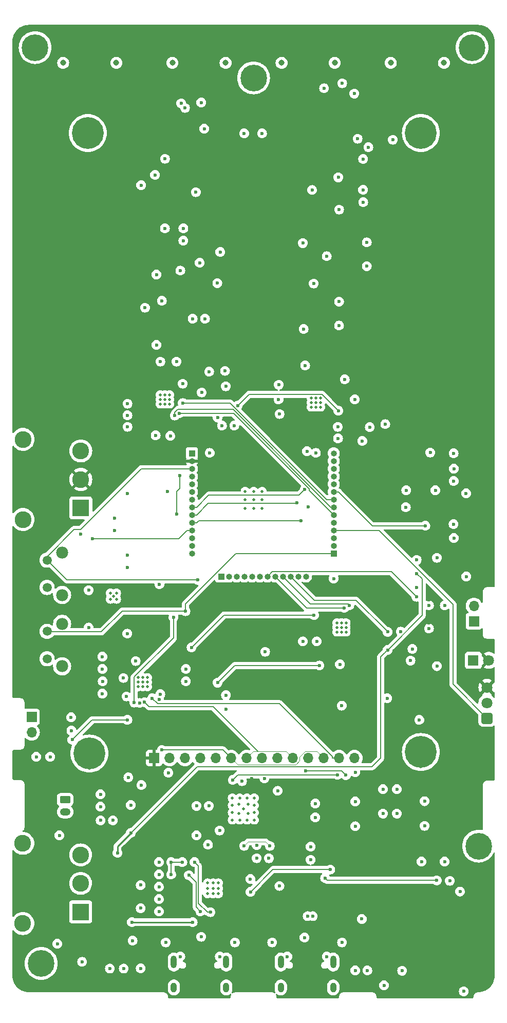
<source format=gbr>
%TF.GenerationSoftware,KiCad,Pcbnew,8.0.3*%
%TF.CreationDate,2024-12-10T11:07:40+00:00*%
%TF.ProjectId,PCB V2.4,50434220-5632-42e3-942e-6b696361645f,rev?*%
%TF.SameCoordinates,Original*%
%TF.FileFunction,Copper,L3,Inr*%
%TF.FilePolarity,Positive*%
%FSLAX46Y46*%
G04 Gerber Fmt 4.6, Leading zero omitted, Abs format (unit mm)*
G04 Created by KiCad (PCBNEW 8.0.3) date 2024-12-10 11:07:40*
%MOMM*%
%LPD*%
G01*
G04 APERTURE LIST*
G04 Aperture macros list*
%AMRoundRect*
0 Rectangle with rounded corners*
0 $1 Rounding radius*
0 $2 $3 $4 $5 $6 $7 $8 $9 X,Y pos of 4 corners*
0 Add a 4 corners polygon primitive as box body*
4,1,4,$2,$3,$4,$5,$6,$7,$8,$9,$2,$3,0*
0 Add four circle primitives for the rounded corners*
1,1,$1+$1,$2,$3*
1,1,$1+$1,$4,$5*
1,1,$1+$1,$6,$7*
1,1,$1+$1,$8,$9*
0 Add four rect primitives between the rounded corners*
20,1,$1+$1,$2,$3,$4,$5,0*
20,1,$1+$1,$4,$5,$6,$7,0*
20,1,$1+$1,$6,$7,$8,$9,0*
20,1,$1+$1,$8,$9,$2,$3,0*%
G04 Aperture macros list end*
%TA.AperFunction,ComponentPad*%
%ADD10C,0.700000*%
%TD*%
%TA.AperFunction,ComponentPad*%
%ADD11C,4.400000*%
%TD*%
%TA.AperFunction,ComponentPad*%
%ADD12C,0.500000*%
%TD*%
%TA.AperFunction,ComponentPad*%
%ADD13C,1.515000*%
%TD*%
%TA.AperFunction,ComponentPad*%
%ADD14C,1.980000*%
%TD*%
%TA.AperFunction,ComponentPad*%
%ADD15R,1.000000X1.000000*%
%TD*%
%TA.AperFunction,ComponentPad*%
%ADD16O,1.000000X1.000000*%
%TD*%
%TA.AperFunction,ComponentPad*%
%ADD17RoundRect,0.250200X0.649800X-0.649800X0.649800X0.649800X-0.649800X0.649800X-0.649800X-0.649800X0*%
%TD*%
%TA.AperFunction,ComponentPad*%
%ADD18C,1.800000*%
%TD*%
%TA.AperFunction,ComponentPad*%
%ADD19O,1.000000X2.100000*%
%TD*%
%TA.AperFunction,ComponentPad*%
%ADD20O,1.000000X1.600000*%
%TD*%
%TA.AperFunction,ComponentPad*%
%ADD21R,1.700000X1.700000*%
%TD*%
%TA.AperFunction,ComponentPad*%
%ADD22O,1.700000X1.700000*%
%TD*%
%TA.AperFunction,ComponentPad*%
%ADD23C,0.800000*%
%TD*%
%TA.AperFunction,ComponentPad*%
%ADD24C,5.250000*%
%TD*%
%TA.AperFunction,HeatsinkPad*%
%ADD25C,0.500000*%
%TD*%
%TA.AperFunction,ComponentPad*%
%ADD26C,0.970000*%
%TD*%
%TA.AperFunction,ComponentPad*%
%ADD27R,1.800000X1.800000*%
%TD*%
%TA.AperFunction,ComponentPad*%
%ADD28RoundRect,0.250000X-0.625000X0.350000X-0.625000X-0.350000X0.625000X-0.350000X0.625000X0.350000X0*%
%TD*%
%TA.AperFunction,ComponentPad*%
%ADD29O,1.750000X1.200000*%
%TD*%
%TA.AperFunction,ComponentPad*%
%ADD30R,2.775000X2.775000*%
%TD*%
%TA.AperFunction,ComponentPad*%
%ADD31C,2.775000*%
%TD*%
%TA.AperFunction,ViaPad*%
%ADD32C,0.600000*%
%TD*%
%TA.AperFunction,Conductor*%
%ADD33C,0.150000*%
%TD*%
%TA.AperFunction,Conductor*%
%ADD34C,0.237200*%
%TD*%
%TA.AperFunction,Conductor*%
%ADD35C,0.101600*%
%TD*%
G04 APERTURE END LIST*
D10*
%TO.N,GND*%
%TO.C,H1*%
X66473500Y-178487200D03*
X66956774Y-177320474D03*
X66956774Y-179653926D03*
X68123500Y-176837200D03*
D11*
X68123500Y-178487200D03*
D10*
X68123500Y-180137200D03*
X69290226Y-177320474D03*
X69290226Y-179653926D03*
X69773500Y-178487200D03*
%TD*%
D12*
%TO.N,GND*%
%TO.C,IC4*%
X116834500Y-122312200D03*
X116834500Y-123074200D03*
X116834500Y-123836200D03*
X117596500Y-122312200D03*
X117596500Y-123074200D03*
X117596500Y-123836200D03*
X118358500Y-122312200D03*
X118358500Y-123074200D03*
X118358500Y-123836200D03*
%TD*%
%TO.N,GND*%
%TO.C,IC6*%
X112643500Y-86752200D03*
X113405500Y-86752200D03*
X114167500Y-86752200D03*
X112643500Y-85990200D03*
X113405500Y-85990200D03*
X114167500Y-85990200D03*
X112643500Y-85228200D03*
X113405500Y-85228200D03*
X114167500Y-85228200D03*
%TD*%
D13*
%TO.N,/EN{slash}RESET*%
%TO.C,RESET1*%
X69082500Y-111986200D03*
%TO.N,GND*%
X69082500Y-116486200D03*
D14*
X71572500Y-110731200D03*
X71572500Y-117741200D03*
%TD*%
D15*
%TO.N,/IO0*%
%TO.C,J10*%
X116326500Y-110882200D03*
D16*
%TO.N,/GPIO35_SCREEN_T_IRQ*%
X116326500Y-109612200D03*
%TO.N,/GPIO36_SCREEN_T_CS*%
X116326500Y-108342200D03*
%TO.N,/GPIO37_IR_RECEIVER*%
X116326500Y-107072200D03*
%TO.N,/GPIO38_IR_LED*%
X116326500Y-105802200D03*
%TO.N,/GPIO39_HSPI_SCK*%
X116326500Y-104532200D03*
%TO.N,/GPIO40_HSPI_MOSI*%
X116326500Y-103262200D03*
%TO.N,/GPIO41_HSPI_MISO*%
X116326500Y-101992200D03*
%TO.N,/GPIO42_SD_CARD_CS*%
X116326500Y-100722200D03*
%TO.N,/RX*%
X116326500Y-99452200D03*
%TO.N,/TX*%
X116326500Y-98182200D03*
%TO.N,/GPIO2_SCREEN_D{slash}C*%
X116326500Y-96912200D03*
%TO.N,/GPIO1_SCREEN_CS*%
X116326500Y-95642200D03*
%TO.N,GND*%
X116326500Y-94372200D03*
%TD*%
D17*
%TO.N,/GPIO37_IR_RECEIVER*%
%TO.C,U5*%
X141598500Y-138060200D03*
D18*
%TO.N,GND*%
X141598500Y-135520200D03*
%TO.N,+3V3*%
X141598500Y-132980200D03*
%TD*%
D12*
%TO.N,GND*%
%TO.C,U6*%
X95562500Y-165206200D03*
X95562500Y-166095200D03*
X95562500Y-166984200D03*
X96451500Y-165206200D03*
X96451500Y-166095200D03*
X96451500Y-166984200D03*
X97340500Y-165206200D03*
X97340500Y-166095200D03*
X97340500Y-166984200D03*
%TD*%
D19*
%TO.N,GND*%
%TO.C,USB_OTG1*%
X107623500Y-178257200D03*
D20*
X107623500Y-182437200D03*
D19*
X116263500Y-178257200D03*
D20*
X116263500Y-182437200D03*
%TD*%
D19*
%TO.N,GND*%
%TO.C,USB_UART1*%
X89983500Y-178257200D03*
D20*
X89983500Y-182437200D03*
D19*
X98623500Y-178257200D03*
D20*
X98623500Y-182437200D03*
%TD*%
D21*
%TO.N,+3V3*%
%TO.C,SCREEN1*%
X86742400Y-144619700D03*
D22*
%TO.N,GND*%
X89282400Y-144619700D03*
%TO.N,/GPIO1_SCREEN_CS*%
X91822400Y-144619700D03*
%TO.N,/EN{slash}RESET*%
X94362400Y-144619700D03*
%TO.N,/GPIO2_SCREEN_D{slash}C*%
X96902400Y-144619700D03*
%TO.N,/GPIO40_HSPI_MOSI*%
X99442400Y-144619700D03*
%TO.N,/GPIO39_HSPI_SCK*%
X101982400Y-144619700D03*
%TO.N,+3V3*%
X104522400Y-144619700D03*
%TO.N,unconnected-(SCREEN1-SDO(MISO)-Pad9)*%
X107062400Y-144619700D03*
%TO.N,/GPIO39_HSPI_SCK*%
X109602400Y-144619700D03*
%TO.N,/GPIO36_SCREEN_T_CS*%
X112142400Y-144619700D03*
%TO.N,/GPIO40_HSPI_MOSI*%
X114682400Y-144619700D03*
%TO.N,/GPIO41_HSPI_MISO*%
X117222400Y-144619700D03*
%TO.N,/GPIO35_SCREEN_T_IRQ*%
X119762400Y-144619700D03*
D23*
%TO.N,GND*%
X73652400Y-41579700D03*
X73906400Y-143873700D03*
X74414400Y-39882644D03*
X74414400Y-43276756D03*
X74668400Y-142176644D03*
X74668400Y-145570756D03*
X75802400Y-39499700D03*
D24*
X75802400Y-41579700D03*
D23*
X75802400Y-43817700D03*
X76056400Y-141793700D03*
D24*
X76056400Y-143873700D03*
D23*
X76056400Y-146111700D03*
X77208400Y-39882644D03*
X77208400Y-43276756D03*
X77462400Y-142176644D03*
X77462400Y-145570756D03*
X77970400Y-41579700D03*
X78224400Y-143873700D03*
X128552400Y-41579700D03*
X128552400Y-143619700D03*
X129314400Y-39882644D03*
X129314400Y-43276756D03*
X129314400Y-141922644D03*
X129314400Y-145316756D03*
X130702400Y-39499700D03*
D24*
X130702400Y-41579700D03*
D23*
X130702400Y-43817700D03*
X130702400Y-141539700D03*
D24*
X130702400Y-143619700D03*
D23*
X130702400Y-145857700D03*
X132108400Y-39882644D03*
X132108400Y-43276756D03*
X132108400Y-141922644D03*
X132108400Y-145316756D03*
X132870400Y-41579700D03*
X132870400Y-143619700D03*
%TD*%
D10*
%TO.N,GND*%
%TO.C,H3*%
X65473500Y-27487200D03*
X65956774Y-26320474D03*
X65956774Y-28653926D03*
X67123500Y-25837200D03*
D11*
X67123500Y-27487200D03*
D10*
X67123500Y-29137200D03*
X68290226Y-26320474D03*
X68290226Y-28653926D03*
X68773500Y-27487200D03*
%TD*%
D25*
%TO.N,GND*%
%TO.C,IC3*%
X99632500Y-154824200D03*
X100832500Y-154824200D03*
X102032500Y-154824200D03*
X103232500Y-154824200D03*
X100670500Y-153786200D03*
X102194500Y-153786200D03*
X99632500Y-153624200D03*
X103232500Y-153624200D03*
X101432500Y-153024200D03*
X99632500Y-152424200D03*
X103232500Y-152424200D03*
X100670500Y-152262200D03*
X102194500Y-152262200D03*
X99632500Y-151224200D03*
X100832500Y-151224200D03*
X102032500Y-151224200D03*
X103232500Y-151224200D03*
%TD*%
D26*
%TO.N,N/C*%
%TO.C,AE7*%
X98503500Y-29997200D03*
X89743500Y-29997200D03*
%TD*%
D27*
%TO.N,Net-(D4-K)*%
%TO.C,D4*%
X139348500Y-128520200D03*
D18*
%TO.N,+3V3*%
X141888500Y-128520200D03*
%TD*%
D10*
%TO.N,GND*%
%TO.C,H2*%
X138552500Y-159142200D03*
X139035774Y-157975474D03*
X139035774Y-160308926D03*
X140202500Y-157492200D03*
D11*
X140202500Y-159142200D03*
D10*
X140202500Y-160792200D03*
X141369226Y-157975474D03*
X141369226Y-160308926D03*
X141852500Y-159142200D03*
%TD*%
D28*
%TO.N,GND*%
%TO.C,JSTPH1*%
X72073500Y-151487200D03*
D29*
%TO.N,+V_BAT*%
X72073500Y-153487200D03*
%TD*%
D21*
%TO.N,Net-(D1-K)*%
%TO.C,J1*%
X66542500Y-137826200D03*
D22*
%TO.N,Net-(D1-A)*%
X66542500Y-140366200D03*
%TD*%
D12*
%TO.N,GND*%
%TO.C,U10*%
X84100500Y-132885700D03*
X84862500Y-132885700D03*
X85624500Y-132885700D03*
X84100500Y-132123700D03*
X84862500Y-132123700D03*
X85624500Y-132123700D03*
X84100500Y-131361700D03*
X84862500Y-131361700D03*
X85624500Y-131361700D03*
%TD*%
D26*
%TO.N,N/C*%
%TO.C,AE1*%
X80503500Y-29997200D03*
X71743500Y-29997200D03*
%TD*%
D13*
%TO.N,/IO0*%
%TO.C,BOOT1*%
X69082500Y-123741200D03*
%TO.N,GND*%
X69082500Y-128241200D03*
D14*
X71572500Y-122486200D03*
X71572500Y-129496200D03*
%TD*%
D26*
%TO.N,N/C*%
%TO.C,AE3*%
X134503500Y-29997200D03*
X125743500Y-29997200D03*
%TD*%
D10*
%TO.N,GND*%
%TO.C,H5*%
X101473500Y-32487200D03*
X101956774Y-31320474D03*
X101956774Y-33653926D03*
X103123500Y-30837200D03*
D11*
X103123500Y-32487200D03*
D10*
X103123500Y-34137200D03*
X104290226Y-31320474D03*
X104290226Y-33653926D03*
X104773500Y-32487200D03*
%TD*%
D30*
%TO.N,unconnected-(ANT_SW1-NC-Pad1)*%
%TO.C,ANT_SW1*%
X74653500Y-103392200D03*
D31*
%TO.N,+3V3*%
X74653500Y-98692200D03*
%TO.N,/ANT_SWITCH_OUT*%
X74653500Y-93992200D03*
%TO.N,GND*%
X65123500Y-105297200D03*
X65123500Y-92087200D03*
%TD*%
D10*
%TO.N,GND*%
%TO.C,H4*%
X137473500Y-27487200D03*
X137956774Y-26320474D03*
X137956774Y-28653926D03*
X139123500Y-25837200D03*
D11*
X139123500Y-27487200D03*
D10*
X139123500Y-29137200D03*
X140290226Y-26320474D03*
X140290226Y-28653926D03*
X140773500Y-27487200D03*
%TD*%
D21*
%TO.N,Net-(IC5-COM)*%
%TO.C,J6*%
X139440500Y-122063200D03*
D22*
%TO.N,Net-(IC7-COM)*%
X139440500Y-119523200D03*
%TD*%
D15*
%TO.N,GND*%
%TO.C,J8*%
X92958500Y-94372200D03*
D16*
%TO.N,+3V3*%
X92958500Y-95642200D03*
%TO.N,/EN{slash}RESET*%
X92958500Y-96912200D03*
%TO.N,/GPIO4_ADC1_3_BAT\u0025*%
X92958500Y-98182200D03*
%TO.N,/GPIO5_NRF24_CE*%
X92958500Y-99452200D03*
%TO.N,/GPIO6_NRF24_CSN*%
X92958500Y-100722200D03*
%TO.N,/GPIO7_NRF24_IRQ*%
X92958500Y-101992200D03*
%TO.N,/GPIO15_VSPI_MISO*%
X92958500Y-103262200D03*
%TO.N,/GPIO16_VSPI_MOSI*%
X92958500Y-104532200D03*
%TO.N,/GPIO17_VSPI_SCK*%
X92958500Y-105802200D03*
%TO.N,/GPIO18_VIBRO*%
X92958500Y-107072200D03*
%TO.N,/GPIO8_CC1101A_CS*%
X92958500Y-108342200D03*
%TO.N,/D-*%
X92958500Y-109612200D03*
%TO.N,/D+*%
X92958500Y-110882200D03*
%TD*%
D12*
%TO.N,GND*%
%TO.C,IC2*%
X89275500Y-86244200D03*
X89275500Y-85482200D03*
X89275500Y-84720200D03*
X88513500Y-86244200D03*
X88513500Y-85482200D03*
X88513500Y-84720200D03*
X87751500Y-86244200D03*
X87751500Y-85482200D03*
X87751500Y-84720200D03*
%TD*%
%TO.N,GND*%
%TO.C,U12*%
X79508500Y-118426000D03*
X80524500Y-118426000D03*
X80016500Y-117918000D03*
X79508500Y-117410000D03*
X80524500Y-117410000D03*
%TD*%
D25*
%TO.N,GND*%
%TO.C,U9*%
X103147500Y-102035200D03*
X101747500Y-100635200D03*
X101747500Y-102035200D03*
X101747500Y-103435200D03*
X103147500Y-103435200D03*
X104547500Y-103435200D03*
X104547500Y-102035200D03*
X104547500Y-100635200D03*
X103147500Y-100635200D03*
%TD*%
D30*
%TO.N,unconnected-(PWR_SW1-NC-Pad1)*%
%TO.C,PWR_SW1*%
X74623500Y-169987200D03*
D31*
%TO.N,+V_BAT*%
X74623500Y-165287200D03*
%TO.N,Net-(PWR_SW1-OUT)*%
X74623500Y-160587200D03*
%TO.N,GND*%
X65093500Y-171892200D03*
X65093500Y-158682200D03*
%TD*%
D15*
%TO.N,/GPIO3_CC1101B_CS*%
%TO.C,J9*%
X97784500Y-114692200D03*
D16*
%TO.N,/ESP32_PIN16_DNC*%
X99054500Y-114692200D03*
%TO.N,/GPIO9_CC1101A_GD0*%
X100324500Y-114692200D03*
%TO.N,/GPIO10_CC1101A_CTRL*%
X101594500Y-114692200D03*
%TO.N,/GPIO11_CC1101B_GD0*%
X102864500Y-114692200D03*
%TO.N,/GPIO12_CC1101B_CTRL*%
X104134500Y-114692200D03*
%TO.N,/GPIO13_RDM630_CTRL*%
X105404500Y-114692200D03*
%TO.N,/GPIO14_RDM630_TX*%
X106674500Y-114692200D03*
%TO.N,/GPIO21_RDM630_RX*%
X107944500Y-114692200D03*
%TO.N,/GPIO47_RDM630_EMULATION*%
X109214500Y-114692200D03*
%TO.N,/GPIO48_PN532_CS*%
X110484500Y-114692200D03*
%TO.N,/ESP32_PIN26_DNC*%
X111754500Y-114692200D03*
%TD*%
D26*
%TO.N,N/C*%
%TO.C,AE5*%
X116503500Y-29997200D03*
X107743500Y-29997200D03*
%TD*%
D32*
%TO.N,GND*%
X79941500Y-154897500D03*
X121047500Y-92340200D03*
X91974000Y-129932500D03*
X87761500Y-79261500D03*
X78215000Y-133996500D03*
X69606500Y-144410500D03*
X137773500Y-183087500D03*
X117707500Y-175017500D03*
X119724500Y-35076200D03*
X112531500Y-161389500D03*
X105647500Y-161135500D03*
X87116500Y-76508200D03*
X94238500Y-62964500D03*
X83697500Y-128623500D03*
X107401500Y-87895200D03*
X74654500Y-107707500D03*
X104530500Y-41635200D03*
X136138500Y-96912500D03*
X128223500Y-103262500D03*
X80237000Y-107072500D03*
X117225500Y-54201500D03*
X82173500Y-134465500D03*
X112770500Y-50959700D03*
X100054500Y-175017500D03*
X81719500Y-179324500D03*
X130804500Y-161682500D03*
X87540000Y-169905500D03*
X134614500Y-161682500D03*
X87540000Y-161777500D03*
X133344500Y-111605500D03*
X73105500Y-140092500D03*
X84596000Y-50176200D03*
X86989500Y-91412500D03*
X131312500Y-151728500D03*
X87540000Y-163809500D03*
X78215000Y-129932500D03*
X104917500Y-147966500D03*
X82341500Y-90015500D03*
X124835500Y-89567700D03*
X119882500Y-151781500D03*
X107389500Y-165707500D03*
X124454500Y-153786500D03*
X82312000Y-100976500D03*
X84513500Y-165565500D03*
X124454500Y-149749500D03*
X85233000Y-70369200D03*
X75940500Y-123095500D03*
X77909500Y-154897500D03*
X84513500Y-179287500D03*
X115183500Y-61881700D03*
X97921500Y-89802500D03*
X116326500Y-115032500D03*
X83189500Y-174724500D03*
X121787500Y-59595700D03*
X136101500Y-94372200D03*
X94492500Y-174089500D03*
X126074500Y-42683200D03*
X89402500Y-91498500D03*
X126740500Y-149749500D03*
X90418500Y-79261500D03*
X84513500Y-169375500D03*
X129301500Y-126630500D03*
X127613500Y-179687500D03*
X86872500Y-48486500D03*
X98419500Y-80783200D03*
X95805500Y-80917200D03*
X121197500Y-52970200D03*
X87116500Y-64910500D03*
X98578000Y-134250500D03*
X113397500Y-94315200D03*
X82887500Y-152365500D03*
X91053500Y-177342500D03*
X89085500Y-147045500D03*
X73055500Y-137903500D03*
X122051500Y-43914500D03*
X103641500Y-161135500D03*
X121787500Y-63532700D03*
X138175500Y-114692500D03*
X97553500Y-177342500D03*
X119882500Y-146955500D03*
X82312000Y-113168500D03*
X93615000Y-51319200D03*
X118159500Y-82180200D03*
X81665500Y-131417500D03*
X119882500Y-179630500D03*
X87608500Y-115962500D03*
X128285500Y-100468500D03*
X107274500Y-83069200D03*
X115193500Y-177342500D03*
X91825500Y-37437500D03*
X111627500Y-79896500D03*
X113034500Y-66391200D03*
X82306500Y-124111500D03*
X117006500Y-90015500D03*
X122274500Y-90068200D03*
X132044500Y-123262500D03*
X91552500Y-57288200D03*
X88513500Y-57288200D03*
X88904500Y-100659500D03*
X131312500Y-155808500D03*
X87540000Y-165841500D03*
X108693500Y-177342500D03*
X84646000Y-149077500D03*
X138163500Y-100976500D03*
X130026500Y-116470500D03*
X67304500Y-144410500D03*
X97149500Y-66326700D03*
X136113500Y-98944500D03*
X106198500Y-175017500D03*
X82481500Y-147807500D03*
X70776000Y-175239500D03*
X82341500Y-86205500D03*
X130448500Y-138328500D03*
X78252500Y-131964500D03*
X111510500Y-174216500D03*
X71114500Y-157364500D03*
X75940500Y-116956500D03*
X133090500Y-100468500D03*
X111246500Y-59722700D03*
X121161500Y-50938200D03*
X91974000Y-131964500D03*
X87540000Y-167873500D03*
X107249500Y-85482200D03*
X101580500Y-41635200D03*
X74861500Y-178221500D03*
X95752500Y-152516500D03*
X137154500Y-166632500D03*
X93720500Y-157364500D03*
X98546500Y-83323200D03*
X117047500Y-91920500D03*
X80237000Y-105040500D03*
X82341500Y-88110500D03*
X133344500Y-129462500D03*
X132044500Y-119452500D03*
X103641500Y-158976500D03*
X136079500Y-106056500D03*
X117215500Y-73311700D03*
X124623500Y-182087500D03*
X94578500Y-84339200D03*
X88015500Y-69226200D03*
X132245500Y-94245200D03*
X91053500Y-64251700D03*
X121882500Y-179630500D03*
X82312000Y-111136500D03*
X114749500Y-34199000D03*
X121173500Y-45858200D03*
X117215500Y-69374700D03*
X127405500Y-123770500D03*
X117358500Y-129170500D03*
X136138500Y-108342500D03*
X88656500Y-175017500D03*
X98578000Y-136536500D03*
X119810500Y-85482200D03*
X126740500Y-153786500D03*
X113288500Y-154404500D03*
X93720500Y-152516500D03*
X113532500Y-125381500D03*
X91540000Y-59320200D03*
X113309500Y-152118500D03*
X93085500Y-72190200D03*
X117088500Y-48884700D03*
X97626500Y-61186500D03*
X125148500Y-134758500D03*
X94990500Y-40864200D03*
X111383500Y-73886500D03*
X95117500Y-72190200D03*
X99953500Y-89802500D03*
X111246500Y-125381500D03*
X77888000Y-152633500D03*
X119882500Y-155861500D03*
X130010500Y-111952500D03*
X77888000Y-150601500D03*
X134644500Y-119452500D03*
X95897500Y-94315200D03*
X112531500Y-159230500D03*
X79433500Y-179324500D03*
X78215000Y-127900500D03*
%TO.N,+3V3*%
X87761500Y-81211500D03*
X84291500Y-86205500D03*
X90418500Y-81211500D03*
X95676500Y-61186500D03*
X115097500Y-91920500D03*
X132044500Y-122312500D03*
X119247500Y-52970200D03*
X102843500Y-147966500D03*
X121162500Y-125194500D03*
X117774500Y-35076200D03*
X79900500Y-150601500D03*
X93720500Y-154591500D03*
X86546000Y-50176200D03*
X80227500Y-127900500D03*
X117358500Y-127138500D03*
X119882500Y-181580500D03*
X88904500Y-94896200D03*
X67304500Y-146696500D03*
X107721500Y-161135500D03*
X111627500Y-81846500D03*
X80227500Y-129932500D03*
X84291500Y-90015500D03*
X82887500Y-154665500D03*
X87116500Y-66860500D03*
X75940500Y-121083500D03*
X95752500Y-154591500D03*
X111246500Y-123369500D03*
X109351500Y-87895200D03*
X109224500Y-83069200D03*
X79900500Y-152633500D03*
X89187500Y-154665500D03*
X94990500Y-38914200D03*
X107430500Y-159103500D03*
X69311500Y-135028500D03*
X97921500Y-91752500D03*
X117860500Y-85482200D03*
X116209500Y-82180200D03*
X124124500Y-42683200D03*
X112344500Y-165961500D03*
X99953500Y-91752500D03*
X113034500Y-64441200D03*
X75940500Y-118969500D03*
X132044500Y-118502500D03*
X89402500Y-89548500D03*
X128264500Y-166632500D03*
%TO.N,+5V*%
X130026500Y-114184500D03*
X80690800Y-160253500D03*
X82887500Y-156965500D03*
X83062500Y-171676500D03*
X125216500Y-126796500D03*
X93095500Y-171676500D03*
%TO.N,+3.3VA*%
X89552500Y-161777500D03*
X91387500Y-161777500D03*
X89552500Y-163809500D03*
%TO.N,/IO0*%
X91902200Y-120405700D03*
X95616600Y-158900500D03*
%TO.N,/EN{slash}RESET*%
X93928000Y-115249100D03*
X97533400Y-156560000D03*
%TO.N,/GPIO48_PN532_CS*%
X101223500Y-148435500D03*
X105033500Y-127099500D03*
%TO.N,/GPIO40_HSPI_MOSI*%
X133324300Y-164788400D03*
X87559200Y-134981900D03*
X112125400Y-103231600D03*
X114913200Y-164419500D03*
X90128200Y-88151700D03*
X88012400Y-143282200D03*
%TO.N,/GPIO41_HSPI_MISO*%
X120969700Y-171154100D03*
X91446500Y-86104000D03*
X99699500Y-148232700D03*
X116944300Y-147389800D03*
X86414500Y-134773500D03*
%TO.N,/GPIO39_HSPI_SCK*%
X85161200Y-135416000D03*
X90886200Y-87764900D03*
X117663700Y-135983000D03*
%TO.N,/GPIO8_CC1101A_CS*%
X90428500Y-104366500D03*
X90936500Y-98016500D03*
X91444500Y-82903500D03*
%TO.N,/GPIO17_VSPI_SCK*%
X110933800Y-105479700D03*
%TO.N,/GPIO15_VSPI_MISO*%
X111562700Y-100345300D03*
%TO.N,/GPIO16_VSPI_MOSI*%
X110292000Y-102494500D03*
%TO.N,/GPIO3_CC1101B_CS*%
X100498100Y-86529100D03*
X117091800Y-87355700D03*
%TO.N,/GPIO21_RDM630_RX*%
X118922500Y-119455700D03*
%TO.N,/GPIO14_RDM630_TX*%
X118061000Y-119874000D03*
%TO.N,/GPIO13_RDM630_CTRL*%
X129965300Y-118042100D03*
%TO.N,/GPIO18_VIBRO*%
X76568500Y-108464900D03*
%TO.N,/GPIO4_ADC1_3_BAT\u0025*%
X73239300Y-141605000D03*
X82338900Y-138316900D03*
%TO.N,/GPIO5_NRF24_CE*%
X89920500Y-121384500D03*
X83443500Y-135481500D03*
%TO.N,/GPIO11_CC1101B_GD0*%
X111927500Y-94030800D03*
%TO.N,/GPIO6_NRF24_CSN*%
X84332500Y-135541500D03*
%TO.N,/GPIO9_CC1101A_GD0*%
X97196900Y-88478000D03*
%TO.N,/GPIO7_NRF24_IRQ*%
X87754600Y-134078300D03*
%TO.N,/GPIO1_SCREEN_CS*%
X113100800Y-121037500D03*
X92904900Y-126376100D03*
%TO.N,/GPIO47_RDM630_EMULATION*%
X125213900Y-123821300D03*
%TO.N,/GPIO42_SD_CARD_CS*%
X135467400Y-164865600D03*
X131435100Y-106322700D03*
%TO.N,/GPIO36_SCREEN_T_CS*%
X111713000Y-146745000D03*
X118340000Y-147443300D03*
%TO.N,/GPIO2_SCREEN_D{slash}C*%
X113973300Y-129363400D03*
X97196900Y-132189000D03*
%TO.N,/GPIO38_IR_LED*%
X128997100Y-128559800D03*
%TO.N,Net-(U6-~{RST})*%
X93387500Y-161777500D03*
X96016500Y-170025500D03*
%TO.N,/RX*%
X102614500Y-166684500D03*
X115767300Y-163000100D03*
%TO.N,/TX*%
X102604500Y-164564500D03*
X107097500Y-150025900D03*
%TO.N,Net-(U6-D-)*%
X94365500Y-169898500D03*
X92460500Y-163929500D03*
%TO.N,/D+*%
X112882500Y-170688500D03*
%TO.N,/D-*%
X112032500Y-170688500D03*
%TO.N,Net-(IC3-TVDD)*%
X101567000Y-159103500D03*
X105795500Y-159103500D03*
%TO.N,/ANT_SWITCH_OUT*%
X91190500Y-36675500D03*
X88523500Y-45819500D03*
X117733500Y-33373500D03*
X120273500Y-42517500D03*
X94492500Y-36548500D03*
%TD*%
D33*
%TO.N,+3V3*%
X117358500Y-127138500D02*
X119302500Y-125194500D01*
X119302500Y-125194500D02*
X121162500Y-125194500D01*
D34*
%TO.N,+5V*%
X80690800Y-159161500D02*
X82887500Y-156965500D01*
X83062500Y-171676500D02*
X93095500Y-171676500D01*
X80690800Y-160253500D02*
X80690800Y-159161500D01*
D33*
X93806400Y-146046500D02*
X82887500Y-156965500D01*
X130026500Y-114184500D02*
X130941500Y-115099500D01*
X124083500Y-144625500D02*
X122662500Y-146046500D01*
X130941500Y-121071500D02*
X125216500Y-126796500D01*
X130941500Y-115099500D02*
X130941500Y-121071500D01*
X124752500Y-127260500D02*
X124083500Y-127929500D01*
X125216500Y-126796500D02*
X124752500Y-127260500D01*
X122662500Y-146046500D02*
X93806400Y-146046500D01*
X124083500Y-127929500D02*
X124083500Y-144625500D01*
%TO.N,+3.3VA*%
X89552500Y-163809500D02*
X89552500Y-161777500D01*
X91387500Y-161777500D02*
X89552500Y-161777500D01*
%TO.N,/IO0*%
X78045300Y-123809300D02*
X81448900Y-120405700D01*
X100200600Y-110882200D02*
X116326500Y-110882200D01*
X69150600Y-123809300D02*
X78045300Y-123809300D01*
X91902200Y-119180600D02*
X100200600Y-110882200D01*
X91902200Y-120405700D02*
X91902200Y-119180600D01*
X81448900Y-120405700D02*
X91902200Y-120405700D01*
%TO.N,/EN{slash}RESET*%
X73514800Y-106959900D02*
X69082500Y-111392200D01*
X92958500Y-96912200D02*
X84636400Y-96912200D01*
X69082500Y-111986200D02*
X72345400Y-115249100D01*
X84636400Y-96912200D02*
X74588700Y-106959900D01*
X74588700Y-106959900D02*
X73514800Y-106959900D01*
X72345400Y-115249100D02*
X93928000Y-115249100D01*
%TO.N,/GPIO40_HSPI_MOSI*%
X90128200Y-87647000D02*
X90128200Y-88151700D01*
D35*
X110703500Y-145075500D02*
X110703500Y-144416500D01*
D33*
X133324300Y-164788400D02*
X115282100Y-164788400D01*
X116326500Y-103262200D02*
X115861900Y-103262200D01*
X99740800Y-87141100D02*
X90634100Y-87141100D01*
D35*
X110058500Y-145720500D02*
X110703500Y-145075500D01*
D33*
X115861900Y-103262200D02*
X99740800Y-87141100D01*
X88012400Y-143282200D02*
X98105100Y-143282200D01*
D35*
X113581500Y-143518500D02*
X114682500Y-144619500D01*
X110703500Y-144416500D02*
X111601500Y-143518500D01*
X111601500Y-143518500D02*
X113581500Y-143518500D01*
X100543100Y-145720500D02*
X110058500Y-145720500D01*
D33*
X98105100Y-143282200D02*
X99442400Y-144619500D01*
X115282100Y-164788400D02*
X114913200Y-164419500D01*
D35*
X99442400Y-144619500D02*
X100543100Y-145720500D01*
D33*
X90634100Y-87141100D02*
X90128200Y-87647000D01*
%TO.N,/GPIO41_HSPI_MISO*%
X87301600Y-135660600D02*
X86414500Y-134773500D01*
X115143400Y-101992200D02*
X116326500Y-101992200D01*
X117222400Y-144619700D02*
X116095700Y-144619700D01*
X116944300Y-147389800D02*
X100542400Y-147389800D01*
X115143400Y-101992200D02*
X99255200Y-86104000D01*
X107418300Y-135660600D02*
X87301600Y-135660600D01*
X100542400Y-147389800D02*
X99699500Y-148232700D01*
X116095700Y-144619700D02*
X116095700Y-144338000D01*
X99255200Y-86104000D02*
X91446500Y-86104000D01*
X116095700Y-144338000D02*
X107418300Y-135660600D01*
%TO.N,/GPIO39_HSPI_SCK*%
X112288700Y-100240500D02*
X99813100Y-87764900D01*
X96457100Y-136142300D02*
X85887500Y-136142300D01*
X99813100Y-87764900D02*
X90886200Y-87764900D01*
D35*
X108501500Y-143518500D02*
X109602500Y-144619500D01*
D33*
X103833300Y-143518500D02*
X96457100Y-136142300D01*
X102639500Y-143962600D02*
X101982400Y-144619700D01*
D35*
X102639500Y-143962500D02*
X103083500Y-143518500D01*
D33*
X102639500Y-143962500D02*
X102639500Y-143962600D01*
D35*
X103083500Y-143518500D02*
X103833300Y-143518500D01*
X103833300Y-143518500D02*
X108501500Y-143518500D01*
X101982400Y-144619500D02*
X102639500Y-143962500D01*
D33*
X85887500Y-136142300D02*
X85161200Y-135416000D01*
X112288700Y-100494400D02*
X112288700Y-100240500D01*
X116326500Y-104532200D02*
X112288700Y-100494400D01*
%TO.N,/GPIO8_CC1101A_CS*%
X90428500Y-100683500D02*
X90936500Y-100175500D01*
X90428500Y-104366500D02*
X90428500Y-100683500D01*
X90936500Y-100175500D02*
X90936500Y-98016500D01*
%TO.N,/GPIO17_VSPI_SCK*%
X110933800Y-105479700D02*
X94057700Y-105479700D01*
X94057700Y-105479700D02*
X93735200Y-105802200D01*
X92958500Y-105802200D02*
X93735200Y-105802200D01*
%TO.N,/GPIO15_VSPI_MISO*%
X92958500Y-103262200D02*
X93735200Y-103262200D01*
X95732800Y-101264600D02*
X110643400Y-101264600D01*
X110643400Y-101264600D02*
X111562700Y-100345300D01*
X93735200Y-103262200D02*
X95732800Y-101264600D01*
%TO.N,/GPIO16_VSPI_MOSI*%
X95651400Y-102616000D02*
X93735200Y-104532200D01*
X110170500Y-102616000D02*
X95651400Y-102616000D01*
X93735200Y-104532200D02*
X92958500Y-104532200D01*
X110292000Y-102494500D02*
X110170500Y-102616000D01*
%TO.N,/GPIO3_CC1101B_CS*%
X102372400Y-84654800D02*
X100498100Y-86529100D01*
X114390900Y-84654800D02*
X102372400Y-84654800D01*
X117091800Y-87355700D02*
X114390900Y-84654800D01*
%TO.N,/GPIO21_RDM630_RX*%
X112508600Y-119256300D02*
X118723100Y-119256300D01*
X118723100Y-119256300D02*
X118922500Y-119455700D01*
X107944500Y-114692200D02*
X112508600Y-119256300D01*
%TO.N,/GPIO14_RDM630_TX*%
X111856300Y-119874000D02*
X118061000Y-119874000D01*
X106674500Y-114692200D02*
X111856300Y-119874000D01*
%TO.N,/GPIO13_RDM630_CTRL*%
X105404500Y-114692200D02*
X106186900Y-113909800D01*
X125833000Y-113909800D02*
X129965300Y-118042100D01*
X106186900Y-113909800D02*
X125833000Y-113909800D01*
%TO.N,/GPIO18_VIBRO*%
X92181800Y-107072200D02*
X90789100Y-108464900D01*
X92958500Y-107072200D02*
X92181800Y-107072200D01*
X90789100Y-108464900D02*
X76568500Y-108464900D01*
%TO.N,/GPIO4_ADC1_3_BAT\u0025*%
X76527400Y-138316900D02*
X73239300Y-141605000D01*
X82338900Y-138316900D02*
X76527400Y-138316900D01*
%TO.N,/GPIO5_NRF24_CE*%
X83443500Y-131276237D02*
X89920500Y-124799237D01*
X89920500Y-124799237D02*
X89920500Y-121384500D01*
X83443500Y-135481500D02*
X83443500Y-131276237D01*
%TO.N,/GPIO1_SCREEN_CS*%
X113100800Y-121037500D02*
X98243500Y-121037500D01*
X98243500Y-121037500D02*
X92904900Y-126376100D01*
%TO.N,/GPIO47_RDM630_EMULATION*%
X120006900Y-118614300D02*
X113136600Y-118614300D01*
X113136600Y-118614300D02*
X109214500Y-114692200D01*
X125213900Y-123821300D02*
X120006900Y-118614300D01*
%TO.N,/GPIO42_SD_CARD_CS*%
X122703700Y-106322700D02*
X117103200Y-100722200D01*
X131435100Y-106322700D02*
X122703700Y-106322700D01*
X116326500Y-100722200D02*
X117103200Y-100722200D01*
%TO.N,/GPIO36_SCREEN_T_CS*%
X118340000Y-147443300D02*
X117641700Y-146745000D01*
X117641700Y-146745000D02*
X111713000Y-146745000D01*
%TO.N,/GPIO2_SCREEN_D{slash}C*%
X100022500Y-129363400D02*
X97196900Y-132189000D01*
X113973300Y-129363400D02*
X100022500Y-129363400D01*
%TO.N,/GPIO37_IR_RECEIVER*%
X123777400Y-107072200D02*
X135997200Y-119292000D01*
X135997200Y-119292000D02*
X135997200Y-132458900D01*
X135997200Y-132458900D02*
X141598500Y-138060200D01*
X116326500Y-107072200D02*
X123777400Y-107072200D01*
%TO.N,Net-(U6-~{RST})*%
X93387500Y-161777500D02*
X94020500Y-162410500D01*
X95508500Y-170025500D02*
X96016500Y-170025500D01*
X94020500Y-168537500D02*
X95508500Y-170025500D01*
X94020500Y-162410500D02*
X94020500Y-168537500D01*
%TO.N,/RX*%
X106298900Y-163000100D02*
X102614500Y-166684500D01*
X115767300Y-163000100D02*
X106298900Y-163000100D01*
%TO.N,Net-(U6-D-)*%
X93670500Y-169203500D02*
X94365500Y-169898500D01*
X92460500Y-163929500D02*
X93670500Y-165139500D01*
X93670500Y-165139500D02*
X93670500Y-169203500D01*
D35*
%TO.N,Net-(IC3-TVDD)*%
X105117500Y-158425500D02*
X102244800Y-158425500D01*
X105795500Y-159103500D02*
X105117500Y-158425500D01*
X102244800Y-158425500D02*
X101567000Y-159103500D01*
%TD*%
%TA.AperFunction,Conductor*%
%TO.N,+3V3*%
G36*
X140126971Y-23737918D02*
G01*
X140167487Y-23740193D01*
X140424399Y-23754620D01*
X140438202Y-23756176D01*
X140670409Y-23795630D01*
X140728450Y-23805492D01*
X140742007Y-23808586D01*
X141024910Y-23890089D01*
X141038034Y-23894682D01*
X141189998Y-23957627D01*
X141310031Y-24007346D01*
X141322531Y-24013365D01*
X141580244Y-24155799D01*
X141591984Y-24163176D01*
X141832109Y-24333555D01*
X141842958Y-24342207D01*
X142062489Y-24538394D01*
X142072316Y-24548221D01*
X142268494Y-24767746D01*
X142277164Y-24778618D01*
X142447526Y-25018722D01*
X142454924Y-25030496D01*
X142597333Y-25288169D01*
X142603366Y-25300698D01*
X142716024Y-25572683D01*
X142720617Y-25585808D01*
X142802118Y-25868711D01*
X142805212Y-25882268D01*
X142854524Y-26172509D01*
X142856081Y-26186327D01*
X142872805Y-26484157D01*
X142873000Y-26491109D01*
X142873000Y-26542038D01*
X142873011Y-26542167D01*
X142892435Y-116155523D01*
X142892434Y-116155556D01*
X142892444Y-116196077D01*
X142890921Y-116215482D01*
X142883323Y-116263514D01*
X142871336Y-116300425D01*
X142853749Y-116334949D01*
X142830937Y-116366348D01*
X142803537Y-116393746D01*
X142772139Y-116416554D01*
X142737613Y-116434140D01*
X142700701Y-116446126D01*
X142652482Y-116453751D01*
X142633078Y-116455273D01*
X142617328Y-116455268D01*
X142598854Y-116455263D01*
X142598853Y-116455263D01*
X142588204Y-116455260D01*
X142588020Y-116455276D01*
X141697874Y-116455276D01*
X141697689Y-116455260D01*
X141694272Y-116455261D01*
X141694176Y-116455233D01*
X141569255Y-116455266D01*
X141568963Y-116455267D01*
X141532721Y-116462485D01*
X141423994Y-116484139D01*
X141423990Y-116484140D01*
X141287450Y-116540724D01*
X141287446Y-116540725D01*
X141287444Y-116540727D01*
X141287439Y-116540729D01*
X141287436Y-116540732D01*
X141164556Y-116622854D01*
X141164549Y-116622860D01*
X141060032Y-116727383D01*
X141060029Y-116727387D01*
X140977909Y-116850280D01*
X140977906Y-116850285D01*
X140921325Y-116986839D01*
X140892464Y-117131801D01*
X140892463Y-117131811D01*
X140892459Y-117144889D01*
X140892447Y-117145035D01*
X140892447Y-117205746D01*
X140892433Y-117260705D01*
X140892447Y-117260862D01*
X140892447Y-118882026D01*
X140872762Y-118949065D01*
X140819958Y-118994820D01*
X140750800Y-119004764D01*
X140687244Y-118975739D01*
X140656065Y-118934431D01*
X140614535Y-118845371D01*
X140614534Y-118845369D01*
X140478994Y-118651797D01*
X140311902Y-118484706D01*
X140311895Y-118484701D01*
X140118334Y-118349167D01*
X140118330Y-118349165D01*
X140118328Y-118349164D01*
X139904163Y-118249297D01*
X139904159Y-118249296D01*
X139904155Y-118249294D01*
X139675913Y-118188138D01*
X139675903Y-118188136D01*
X139440501Y-118167541D01*
X139440499Y-118167541D01*
X139205096Y-118188136D01*
X139205086Y-118188138D01*
X138976844Y-118249294D01*
X138976835Y-118249298D01*
X138762671Y-118349164D01*
X138762669Y-118349165D01*
X138569097Y-118484705D01*
X138402005Y-118651797D01*
X138266465Y-118845369D01*
X138266464Y-118845371D01*
X138166598Y-119059535D01*
X138166594Y-119059544D01*
X138105438Y-119287786D01*
X138105436Y-119287796D01*
X138084841Y-119523199D01*
X138084841Y-119523200D01*
X138105436Y-119758603D01*
X138105438Y-119758613D01*
X138166594Y-119986855D01*
X138166596Y-119986859D01*
X138166597Y-119986863D01*
X138212600Y-120085516D01*
X138266465Y-120201030D01*
X138266467Y-120201034D01*
X138306401Y-120258065D01*
X138402001Y-120394596D01*
X138402006Y-120394602D01*
X138523930Y-120516526D01*
X138557415Y-120577849D01*
X138552431Y-120647541D01*
X138510559Y-120703474D01*
X138479583Y-120720389D01*
X138348169Y-120769403D01*
X138348164Y-120769406D01*
X138232955Y-120855652D01*
X138232952Y-120855655D01*
X138146706Y-120970864D01*
X138146702Y-120970871D01*
X138096408Y-121105717D01*
X138090001Y-121165316D01*
X138090000Y-121165335D01*
X138090000Y-122961070D01*
X138090001Y-122961076D01*
X138096408Y-123020683D01*
X138146702Y-123155528D01*
X138146706Y-123155535D01*
X138232952Y-123270744D01*
X138232955Y-123270747D01*
X138348164Y-123356993D01*
X138348171Y-123356997D01*
X138483017Y-123407291D01*
X138483016Y-123407291D01*
X138489944Y-123408035D01*
X138542627Y-123413700D01*
X140338372Y-123413699D01*
X140397983Y-123407291D01*
X140532831Y-123356996D01*
X140648046Y-123270746D01*
X140669181Y-123242513D01*
X140725113Y-123200642D01*
X140794805Y-123195658D01*
X140856128Y-123229142D01*
X140889613Y-123290465D01*
X140892447Y-123316824D01*
X140892447Y-124154377D01*
X140892425Y-124154448D01*
X140892421Y-124279686D01*
X140921258Y-124424684D01*
X140921258Y-124424686D01*
X140936309Y-124461022D01*
X140977836Y-124561281D01*
X140977837Y-124561282D01*
X140977839Y-124561286D01*
X141008163Y-124606669D01*
X141059974Y-124684209D01*
X141164518Y-124788748D01*
X141164521Y-124788750D01*
X141287443Y-124870878D01*
X141287446Y-124870879D01*
X141287449Y-124870881D01*
X141424043Y-124927450D01*
X141569048Y-124956282D01*
X141642966Y-124956276D01*
X141642972Y-124956276D01*
X142633157Y-124956276D01*
X142652564Y-124957804D01*
X142670601Y-124960662D01*
X142700628Y-124965420D01*
X142737517Y-124977408D01*
X142772076Y-124995019D01*
X142803459Y-125017822D01*
X142830886Y-125045251D01*
X142853687Y-125076635D01*
X142871294Y-125111191D01*
X142883282Y-125148082D01*
X142890920Y-125196293D01*
X142892447Y-125215690D01*
X142892448Y-125260490D01*
X142892476Y-125260810D01*
X142893581Y-127274690D01*
X142873933Y-127341740D01*
X142821154Y-127387524D01*
X142752001Y-127397506D01*
X142693419Y-127372612D01*
X142656849Y-127344148D01*
X142452802Y-127233723D01*
X142452793Y-127233720D01*
X142233360Y-127158388D01*
X142004507Y-127120200D01*
X141772493Y-127120200D01*
X141543639Y-127158388D01*
X141324206Y-127233720D01*
X141324197Y-127233723D01*
X141120150Y-127344149D01*
X141089700Y-127367847D01*
X141799914Y-128078061D01*
X141714806Y-128100867D01*
X141612194Y-128160110D01*
X141528410Y-128243894D01*
X141469167Y-128346506D01*
X141446361Y-128431615D01*
X140785318Y-127770572D01*
X140751833Y-127709249D01*
X140748999Y-127682891D01*
X140748999Y-127572329D01*
X140748998Y-127572323D01*
X140748997Y-127572316D01*
X140742591Y-127512717D01*
X140718834Y-127449022D01*
X140692297Y-127377871D01*
X140692293Y-127377864D01*
X140606047Y-127262655D01*
X140606044Y-127262652D01*
X140490835Y-127176406D01*
X140490828Y-127176402D01*
X140355982Y-127126108D01*
X140355983Y-127126108D01*
X140296383Y-127119701D01*
X140296381Y-127119700D01*
X140296373Y-127119700D01*
X140296364Y-127119700D01*
X138400629Y-127119700D01*
X138400623Y-127119701D01*
X138341016Y-127126108D01*
X138206171Y-127176402D01*
X138206164Y-127176406D01*
X138090955Y-127262652D01*
X138090952Y-127262655D01*
X138004706Y-127377864D01*
X138004702Y-127377871D01*
X137954408Y-127512717D01*
X137950295Y-127550978D01*
X137948001Y-127572323D01*
X137948000Y-127572335D01*
X137948000Y-129468070D01*
X137948001Y-129468076D01*
X137954408Y-129527683D01*
X138004702Y-129662528D01*
X138004706Y-129662535D01*
X138090952Y-129777744D01*
X138090955Y-129777747D01*
X138206164Y-129863993D01*
X138206171Y-129863997D01*
X138341017Y-129914291D01*
X138341016Y-129914291D01*
X138347944Y-129915035D01*
X138400627Y-129920700D01*
X140296372Y-129920699D01*
X140355983Y-129914291D01*
X140490831Y-129863996D01*
X140606046Y-129777746D01*
X140692296Y-129662531D01*
X140742591Y-129527683D01*
X140749000Y-129468073D01*
X140748999Y-129357504D01*
X140768683Y-129290468D01*
X140785318Y-129269826D01*
X141446361Y-128608784D01*
X141469167Y-128693894D01*
X141528410Y-128796506D01*
X141612194Y-128880290D01*
X141714806Y-128939533D01*
X141799914Y-128962337D01*
X141089701Y-129672551D01*
X141120149Y-129696250D01*
X141324197Y-129806676D01*
X141324206Y-129806679D01*
X141543639Y-129882011D01*
X141772493Y-129920200D01*
X142004507Y-129920200D01*
X142233360Y-129882011D01*
X142452793Y-129806679D01*
X142452802Y-129806676D01*
X142656850Y-129696250D01*
X142694784Y-129666725D01*
X142759778Y-129641081D01*
X142828318Y-129654647D01*
X142878644Y-129703114D01*
X142894948Y-129764509D01*
X142896207Y-132060168D01*
X142876559Y-132127218D01*
X142823780Y-132173002D01*
X142759416Y-132183575D01*
X142749686Y-132182565D01*
X142040637Y-132891614D01*
X142017833Y-132806506D01*
X141958590Y-132703894D01*
X141874806Y-132620110D01*
X141772194Y-132560867D01*
X141687084Y-132538061D01*
X142397297Y-131827847D01*
X142397297Y-131827845D01*
X142366860Y-131804155D01*
X142366854Y-131804151D01*
X142162802Y-131693723D01*
X142162793Y-131693720D01*
X141943360Y-131618388D01*
X141714507Y-131580200D01*
X141482493Y-131580200D01*
X141253639Y-131618388D01*
X141034206Y-131693720D01*
X141034197Y-131693723D01*
X140830150Y-131804149D01*
X140799700Y-131827847D01*
X141509915Y-132538061D01*
X141424806Y-132560867D01*
X141322194Y-132620110D01*
X141238410Y-132703894D01*
X141179167Y-132806506D01*
X141156361Y-132891615D01*
X140447311Y-132182565D01*
X140363016Y-132311590D01*
X140269817Y-132524064D01*
X140212861Y-132748981D01*
X140193702Y-132980194D01*
X140193702Y-132980205D01*
X140212861Y-133211418D01*
X140269817Y-133436335D01*
X140363015Y-133648806D01*
X140447312Y-133777833D01*
X141156361Y-133068784D01*
X141179167Y-133153894D01*
X141238410Y-133256506D01*
X141322194Y-133340290D01*
X141424806Y-133399533D01*
X141509914Y-133422338D01*
X140799701Y-134132551D01*
X140824726Y-134152029D01*
X140865538Y-134208739D01*
X140869213Y-134278512D01*
X140834581Y-134339195D01*
X140824726Y-134347735D01*
X140646718Y-134486285D01*
X140646716Y-134486286D01*
X140646716Y-134486287D01*
X140601803Y-134535075D01*
X140489516Y-134657052D01*
X140362575Y-134851351D01*
X140269342Y-135063899D01*
X140212366Y-135288891D01*
X140212364Y-135288902D01*
X140193200Y-135520193D01*
X140193200Y-135520196D01*
X140194252Y-135532895D01*
X140180169Y-135601331D01*
X140131323Y-135651289D01*
X140063222Y-135666909D01*
X139997487Y-135643230D01*
X139982994Y-135630814D01*
X136609019Y-132256839D01*
X136575534Y-132195516D01*
X136572700Y-132169158D01*
X136572700Y-119216236D01*
X136572700Y-119216234D01*
X136533481Y-119069865D01*
X136457715Y-118938635D01*
X136350565Y-118831485D01*
X132211576Y-114692496D01*
X137369935Y-114692496D01*
X137369935Y-114692503D01*
X137390130Y-114871749D01*
X137390131Y-114871754D01*
X137449711Y-115042023D01*
X137545684Y-115194762D01*
X137673238Y-115322316D01*
X137676388Y-115324295D01*
X137785057Y-115392577D01*
X137825978Y-115418289D01*
X137996245Y-115477868D01*
X137996250Y-115477869D01*
X138175496Y-115498065D01*
X138175500Y-115498065D01*
X138175504Y-115498065D01*
X138354749Y-115477869D01*
X138354752Y-115477868D01*
X138354755Y-115477868D01*
X138525022Y-115418289D01*
X138677762Y-115322316D01*
X138805316Y-115194762D01*
X138901289Y-115042022D01*
X138960868Y-114871755D01*
X138981065Y-114692500D01*
X138981031Y-114692200D01*
X138960869Y-114513250D01*
X138960868Y-114513245D01*
X138956967Y-114502098D01*
X138901289Y-114342978D01*
X138805316Y-114190238D01*
X138677762Y-114062684D01*
X138525023Y-113966711D01*
X138354754Y-113907131D01*
X138354749Y-113907130D01*
X138175504Y-113886935D01*
X138175496Y-113886935D01*
X137996250Y-113907130D01*
X137996245Y-113907131D01*
X137825976Y-113966711D01*
X137673237Y-114062684D01*
X137545684Y-114190237D01*
X137449711Y-114342976D01*
X137390131Y-114513245D01*
X137390130Y-114513250D01*
X137369935Y-114692496D01*
X132211576Y-114692496D01*
X130370081Y-112851001D01*
X130336596Y-112789678D01*
X130341580Y-112719986D01*
X130383452Y-112664053D01*
X130391770Y-112658340D01*
X130512762Y-112582316D01*
X130640316Y-112454762D01*
X130736289Y-112302022D01*
X130795868Y-112131755D01*
X130795869Y-112131749D01*
X130816065Y-111952503D01*
X130816065Y-111952496D01*
X130795869Y-111773250D01*
X130795868Y-111773245D01*
X130793443Y-111766315D01*
X130737170Y-111605496D01*
X132538935Y-111605496D01*
X132538935Y-111605503D01*
X132559130Y-111784749D01*
X132559131Y-111784754D01*
X132618711Y-111955023D01*
X132638301Y-111986200D01*
X132714684Y-112107762D01*
X132842238Y-112235316D01*
X132994978Y-112331289D01*
X133143131Y-112383130D01*
X133165245Y-112390868D01*
X133165250Y-112390869D01*
X133344496Y-112411065D01*
X133344500Y-112411065D01*
X133344504Y-112411065D01*
X133523749Y-112390869D01*
X133523752Y-112390868D01*
X133523755Y-112390868D01*
X133694022Y-112331289D01*
X133846762Y-112235316D01*
X133974316Y-112107762D01*
X134070289Y-111955022D01*
X134129868Y-111784755D01*
X134129869Y-111784749D01*
X134150065Y-111605503D01*
X134150065Y-111605496D01*
X134129869Y-111426250D01*
X134129868Y-111426245D01*
X134070289Y-111255978D01*
X133974316Y-111103238D01*
X133846762Y-110975684D01*
X133694023Y-110879711D01*
X133523754Y-110820131D01*
X133523749Y-110820130D01*
X133344504Y-110799935D01*
X133344496Y-110799935D01*
X133165250Y-110820130D01*
X133165245Y-110820131D01*
X132994976Y-110879711D01*
X132842237Y-110975684D01*
X132714684Y-111103237D01*
X132618711Y-111255976D01*
X132559131Y-111426245D01*
X132559130Y-111426250D01*
X132538935Y-111605496D01*
X130737170Y-111605496D01*
X130736289Y-111602978D01*
X130640316Y-111450238D01*
X130512762Y-111322684D01*
X130424035Y-111266933D01*
X130360023Y-111226711D01*
X130189754Y-111167131D01*
X130189749Y-111167130D01*
X130010504Y-111146935D01*
X130010496Y-111146935D01*
X129831250Y-111167130D01*
X129831245Y-111167131D01*
X129660976Y-111226711D01*
X129508237Y-111322684D01*
X129380684Y-111450237D01*
X129380682Y-111450240D01*
X129304671Y-111571209D01*
X129252336Y-111617500D01*
X129183283Y-111628147D01*
X129119434Y-111599772D01*
X129111997Y-111592917D01*
X125861576Y-108342496D01*
X135332935Y-108342496D01*
X135332935Y-108342503D01*
X135353130Y-108521749D01*
X135353131Y-108521754D01*
X135412711Y-108692023D01*
X135434643Y-108726927D01*
X135508684Y-108844762D01*
X135636238Y-108972316D01*
X135726580Y-109029082D01*
X135757641Y-109048599D01*
X135788978Y-109068289D01*
X135959245Y-109127868D01*
X135959250Y-109127869D01*
X136138496Y-109148065D01*
X136138500Y-109148065D01*
X136138504Y-109148065D01*
X136317749Y-109127869D01*
X136317752Y-109127868D01*
X136317755Y-109127868D01*
X136488022Y-109068289D01*
X136640762Y-108972316D01*
X136768316Y-108844762D01*
X136864289Y-108692022D01*
X136923868Y-108521755D01*
X136930274Y-108464900D01*
X136944065Y-108342503D01*
X136944065Y-108342496D01*
X136923869Y-108163250D01*
X136923868Y-108163245D01*
X136917858Y-108146070D01*
X136864289Y-107992978D01*
X136845224Y-107962637D01*
X136825082Y-107930580D01*
X136768316Y-107840238D01*
X136640762Y-107712684D01*
X136488023Y-107616711D01*
X136317754Y-107557131D01*
X136317749Y-107557130D01*
X136138504Y-107536935D01*
X136138496Y-107536935D01*
X135959250Y-107557130D01*
X135959245Y-107557131D01*
X135788976Y-107616711D01*
X135636237Y-107712684D01*
X135508684Y-107840237D01*
X135412711Y-107992976D01*
X135353131Y-108163245D01*
X135353130Y-108163250D01*
X135332935Y-108342496D01*
X125861576Y-108342496D01*
X124628961Y-107109881D01*
X124595476Y-107048558D01*
X124600460Y-106978866D01*
X124642332Y-106922933D01*
X124707796Y-106898516D01*
X124716642Y-106898200D01*
X130827160Y-106898200D01*
X130894199Y-106917885D01*
X130914841Y-106934519D01*
X130932838Y-106952516D01*
X131085578Y-107048489D01*
X131255845Y-107108068D01*
X131255850Y-107108069D01*
X131435096Y-107128265D01*
X131435100Y-107128265D01*
X131435104Y-107128265D01*
X131614349Y-107108069D01*
X131614352Y-107108068D01*
X131614355Y-107108068D01*
X131784622Y-107048489D01*
X131937362Y-106952516D01*
X132064916Y-106824962D01*
X132160889Y-106672222D01*
X132220468Y-106501955D01*
X132220469Y-106501949D01*
X132240665Y-106322703D01*
X132240665Y-106322696D01*
X132220469Y-106143450D01*
X132220468Y-106143445D01*
X132202298Y-106091519D01*
X132190043Y-106056496D01*
X135273935Y-106056496D01*
X135273935Y-106056503D01*
X135294130Y-106235749D01*
X135294131Y-106235754D01*
X135353711Y-106406023D01*
X135435850Y-106536745D01*
X135449684Y-106558762D01*
X135577238Y-106686316D01*
X135729978Y-106782289D01*
X135900245Y-106841868D01*
X135900250Y-106841869D01*
X136079496Y-106862065D01*
X136079500Y-106862065D01*
X136079504Y-106862065D01*
X136258749Y-106841869D01*
X136258752Y-106841868D01*
X136258755Y-106841868D01*
X136429022Y-106782289D01*
X136581762Y-106686316D01*
X136709316Y-106558762D01*
X136805289Y-106406022D01*
X136864868Y-106235755D01*
X136868278Y-106205489D01*
X136885065Y-106056503D01*
X136885065Y-106056496D01*
X136864869Y-105877250D01*
X136864868Y-105877245D01*
X136844990Y-105820437D01*
X136805289Y-105706978D01*
X136775113Y-105658954D01*
X136709315Y-105554237D01*
X136581762Y-105426684D01*
X136429023Y-105330711D01*
X136258754Y-105271131D01*
X136258749Y-105271130D01*
X136079504Y-105250935D01*
X136079496Y-105250935D01*
X135900250Y-105271130D01*
X135900245Y-105271131D01*
X135729976Y-105330711D01*
X135577237Y-105426684D01*
X135449684Y-105554237D01*
X135353711Y-105706976D01*
X135294131Y-105877245D01*
X135294130Y-105877250D01*
X135273935Y-106056496D01*
X132190043Y-106056496D01*
X132160889Y-105973178D01*
X132064916Y-105820438D01*
X131937362Y-105692884D01*
X131784623Y-105596911D01*
X131614354Y-105537331D01*
X131614349Y-105537330D01*
X131435104Y-105517135D01*
X131435096Y-105517135D01*
X131255850Y-105537330D01*
X131255845Y-105537331D01*
X131085576Y-105596911D01*
X130932837Y-105692884D01*
X130914841Y-105710881D01*
X130853518Y-105744366D01*
X130827160Y-105747200D01*
X122993442Y-105747200D01*
X122926403Y-105727515D01*
X122905761Y-105710881D01*
X120457376Y-103262496D01*
X127417935Y-103262496D01*
X127417935Y-103262503D01*
X127438130Y-103441749D01*
X127438131Y-103441754D01*
X127497711Y-103612023D01*
X127556043Y-103704857D01*
X127593684Y-103764762D01*
X127721238Y-103892316D01*
X127811580Y-103949082D01*
X127842641Y-103968599D01*
X127873978Y-103988289D01*
X128013658Y-104037165D01*
X128044245Y-104047868D01*
X128044250Y-104047869D01*
X128223496Y-104068065D01*
X128223500Y-104068065D01*
X128223504Y-104068065D01*
X128402749Y-104047869D01*
X128402752Y-104047868D01*
X128402755Y-104047868D01*
X128573022Y-103988289D01*
X128725762Y-103892316D01*
X128853316Y-103764762D01*
X128949289Y-103612022D01*
X129008868Y-103441755D01*
X129008869Y-103441749D01*
X129029065Y-103262503D01*
X129029065Y-103262496D01*
X129008869Y-103083250D01*
X129008868Y-103083245D01*
X129002858Y-103066070D01*
X128949289Y-102912978D01*
X128853316Y-102760238D01*
X128725762Y-102632684D01*
X128676585Y-102601784D01*
X128573023Y-102536711D01*
X128402754Y-102477131D01*
X128402749Y-102477130D01*
X128223504Y-102456935D01*
X128223496Y-102456935D01*
X128044250Y-102477130D01*
X128044245Y-102477131D01*
X127873976Y-102536711D01*
X127721237Y-102632684D01*
X127593684Y-102760237D01*
X127497711Y-102912976D01*
X127438131Y-103083245D01*
X127438130Y-103083250D01*
X127417935Y-103262496D01*
X120457376Y-103262496D01*
X117663376Y-100468496D01*
X127479935Y-100468496D01*
X127479935Y-100468503D01*
X127500130Y-100647749D01*
X127500131Y-100647754D01*
X127559711Y-100818023D01*
X127615119Y-100906203D01*
X127655684Y-100970762D01*
X127783238Y-101098316D01*
X127857457Y-101144951D01*
X127898221Y-101170565D01*
X127935978Y-101194289D01*
X128021959Y-101224375D01*
X128106245Y-101253868D01*
X128106250Y-101253869D01*
X128285496Y-101274065D01*
X128285500Y-101274065D01*
X128285504Y-101274065D01*
X128464749Y-101253869D01*
X128464752Y-101253868D01*
X128464755Y-101253868D01*
X128635022Y-101194289D01*
X128787762Y-101098316D01*
X128915316Y-100970762D01*
X129011289Y-100818022D01*
X129070868Y-100647755D01*
X129073209Y-100626978D01*
X129091065Y-100468503D01*
X129091065Y-100468496D01*
X132284935Y-100468496D01*
X132284935Y-100468503D01*
X132305130Y-100647749D01*
X132305131Y-100647754D01*
X132364711Y-100818023D01*
X132420119Y-100906203D01*
X132460684Y-100970762D01*
X132588238Y-101098316D01*
X132662457Y-101144951D01*
X132703221Y-101170565D01*
X132740978Y-101194289D01*
X132826959Y-101224375D01*
X132911245Y-101253868D01*
X132911250Y-101253869D01*
X133090496Y-101274065D01*
X133090500Y-101274065D01*
X133090504Y-101274065D01*
X133269749Y-101253869D01*
X133269752Y-101253868D01*
X133269755Y-101253868D01*
X133440022Y-101194289D01*
X133592762Y-101098316D01*
X133714582Y-100976496D01*
X137357935Y-100976496D01*
X137357935Y-100976503D01*
X137378130Y-101155749D01*
X137378131Y-101155754D01*
X137437711Y-101326023D01*
X137525078Y-101465065D01*
X137533684Y-101478762D01*
X137661238Y-101606316D01*
X137813978Y-101702289D01*
X137879211Y-101725115D01*
X137984245Y-101761868D01*
X137984250Y-101761869D01*
X138163496Y-101782065D01*
X138163500Y-101782065D01*
X138163504Y-101782065D01*
X138342749Y-101761869D01*
X138342752Y-101761868D01*
X138342755Y-101761868D01*
X138513022Y-101702289D01*
X138665762Y-101606316D01*
X138793316Y-101478762D01*
X138889289Y-101326022D01*
X138948868Y-101155755D01*
X138949854Y-101147005D01*
X138969065Y-100976503D01*
X138969065Y-100976496D01*
X138948869Y-100797250D01*
X138948868Y-100797245D01*
X138924750Y-100728319D01*
X138889289Y-100626978D01*
X138862611Y-100584521D01*
X138825883Y-100526068D01*
X138793316Y-100474238D01*
X138665762Y-100346684D01*
X138651103Y-100337473D01*
X138513023Y-100250711D01*
X138342754Y-100191131D01*
X138342749Y-100191130D01*
X138163504Y-100170935D01*
X138163496Y-100170935D01*
X137984250Y-100191130D01*
X137984245Y-100191131D01*
X137813976Y-100250711D01*
X137661237Y-100346684D01*
X137533684Y-100474237D01*
X137437711Y-100626976D01*
X137378131Y-100797245D01*
X137378130Y-100797250D01*
X137357935Y-100976496D01*
X133714582Y-100976496D01*
X133720316Y-100970762D01*
X133816289Y-100818022D01*
X133875868Y-100647755D01*
X133878209Y-100626978D01*
X133896065Y-100468503D01*
X133896065Y-100468496D01*
X133875869Y-100289250D01*
X133875868Y-100289245D01*
X133839821Y-100186230D01*
X133816289Y-100118978D01*
X133720316Y-99966238D01*
X133592762Y-99838684D01*
X133555712Y-99815404D01*
X133440023Y-99742711D01*
X133269754Y-99683131D01*
X133269749Y-99683130D01*
X133090504Y-99662935D01*
X133090496Y-99662935D01*
X132911250Y-99683130D01*
X132911245Y-99683131D01*
X132740976Y-99742711D01*
X132588237Y-99838684D01*
X132460684Y-99966237D01*
X132364711Y-100118976D01*
X132305131Y-100289245D01*
X132305130Y-100289250D01*
X132284935Y-100468496D01*
X129091065Y-100468496D01*
X129070869Y-100289250D01*
X129070868Y-100289245D01*
X129034821Y-100186230D01*
X129011289Y-100118978D01*
X128915316Y-99966238D01*
X128787762Y-99838684D01*
X128750712Y-99815404D01*
X128635023Y-99742711D01*
X128464754Y-99683131D01*
X128464749Y-99683130D01*
X128285504Y-99662935D01*
X128285496Y-99662935D01*
X128106250Y-99683130D01*
X128106245Y-99683131D01*
X127935976Y-99742711D01*
X127783237Y-99838684D01*
X127655684Y-99966237D01*
X127559711Y-100118976D01*
X127500131Y-100289245D01*
X127500130Y-100289250D01*
X127479935Y-100468496D01*
X117663376Y-100468496D01*
X117456567Y-100261687D01*
X117456565Y-100261685D01*
X117380572Y-100217810D01*
X117325336Y-100185919D01*
X117294784Y-100177733D01*
X117251828Y-100166223D01*
X117192169Y-100129859D01*
X117161640Y-100067012D01*
X117169935Y-99997637D01*
X117174552Y-99988020D01*
X117255314Y-99836927D01*
X117312524Y-99648332D01*
X117331841Y-99452200D01*
X117312524Y-99256068D01*
X117255314Y-99067473D01*
X117189581Y-98944496D01*
X135307935Y-98944496D01*
X135307935Y-98944503D01*
X135328130Y-99123749D01*
X135328131Y-99123754D01*
X135387711Y-99294023D01*
X135483684Y-99446762D01*
X135611238Y-99574316D01*
X135701580Y-99631082D01*
X135729033Y-99648332D01*
X135763978Y-99670289D01*
X135892498Y-99715260D01*
X135934245Y-99729868D01*
X135934250Y-99729869D01*
X136113496Y-99750065D01*
X136113500Y-99750065D01*
X136113504Y-99750065D01*
X136292749Y-99729869D01*
X136292752Y-99729868D01*
X136292755Y-99729868D01*
X136463022Y-99670289D01*
X136615762Y-99574316D01*
X136743316Y-99446762D01*
X136839289Y-99294022D01*
X136898868Y-99123755D01*
X136898869Y-99123749D01*
X136919065Y-98944503D01*
X136919065Y-98944496D01*
X136898869Y-98765250D01*
X136898868Y-98765245D01*
X136890293Y-98740738D01*
X136839289Y-98594978D01*
X136821663Y-98566927D01*
X136743315Y-98442237D01*
X136615762Y-98314684D01*
X136463023Y-98218711D01*
X136292754Y-98159131D01*
X136292749Y-98159130D01*
X136113504Y-98138935D01*
X136113496Y-98138935D01*
X135934250Y-98159130D01*
X135934245Y-98159131D01*
X135763976Y-98218711D01*
X135611237Y-98314684D01*
X135483684Y-98442237D01*
X135387711Y-98594976D01*
X135328131Y-98765245D01*
X135328130Y-98765250D01*
X135307935Y-98944496D01*
X117189581Y-98944496D01*
X117162410Y-98893662D01*
X117162407Y-98893658D01*
X117159023Y-98888593D01*
X117160664Y-98887496D01*
X117136905Y-98831561D01*
X117148694Y-98762693D01*
X117159388Y-98746051D01*
X117159023Y-98745807D01*
X117162404Y-98740744D01*
X117162410Y-98740738D01*
X117255314Y-98566927D01*
X117312524Y-98378332D01*
X117331841Y-98182200D01*
X117312524Y-97986068D01*
X117255314Y-97797473D01*
X117162410Y-97623662D01*
X117162407Y-97623658D01*
X117159023Y-97618593D01*
X117160664Y-97617496D01*
X117136905Y-97561561D01*
X117148694Y-97492693D01*
X117159388Y-97476051D01*
X117159023Y-97475807D01*
X117162404Y-97470744D01*
X117162410Y-97470738D01*
X117255314Y-97296927D01*
X117312524Y-97108332D01*
X117331812Y-96912496D01*
X135332935Y-96912496D01*
X135332935Y-96912503D01*
X135353130Y-97091749D01*
X135353131Y-97091754D01*
X135412711Y-97262023D01*
X135434643Y-97296927D01*
X135508684Y-97414762D01*
X135636238Y-97542316D01*
X135722564Y-97596558D01*
X135757641Y-97618599D01*
X135788978Y-97638289D01*
X135880040Y-97670153D01*
X135959245Y-97697868D01*
X135959250Y-97697869D01*
X136138496Y-97718065D01*
X136138500Y-97718065D01*
X136138504Y-97718065D01*
X136317749Y-97697869D01*
X136317752Y-97697868D01*
X136317755Y-97697868D01*
X136488022Y-97638289D01*
X136640762Y-97542316D01*
X136768316Y-97414762D01*
X136864289Y-97262022D01*
X136923868Y-97091755D01*
X136944065Y-96912500D01*
X136944031Y-96912200D01*
X136923869Y-96733250D01*
X136923868Y-96733245D01*
X136917858Y-96716070D01*
X136864289Y-96562978D01*
X136768316Y-96410238D01*
X136640762Y-96282684D01*
X136609217Y-96262863D01*
X136488023Y-96186711D01*
X136317754Y-96127131D01*
X136317749Y-96127130D01*
X136138504Y-96106935D01*
X136138496Y-96106935D01*
X135959250Y-96127130D01*
X135959245Y-96127131D01*
X135788976Y-96186711D01*
X135636237Y-96282684D01*
X135508684Y-96410237D01*
X135412711Y-96562976D01*
X135353131Y-96733245D01*
X135353130Y-96733250D01*
X135332935Y-96912496D01*
X117331812Y-96912496D01*
X117331841Y-96912200D01*
X117312524Y-96716068D01*
X117255314Y-96527473D01*
X117162410Y-96353662D01*
X117162407Y-96353658D01*
X117159023Y-96348593D01*
X117160664Y-96347496D01*
X117136905Y-96291561D01*
X117148694Y-96222693D01*
X117159388Y-96206051D01*
X117159023Y-96205807D01*
X117162404Y-96200744D01*
X117162410Y-96200738D01*
X117255314Y-96026927D01*
X117312524Y-95838332D01*
X117331841Y-95642200D01*
X117312524Y-95446068D01*
X117255314Y-95257473D01*
X117162410Y-95083662D01*
X117162407Y-95083658D01*
X117159023Y-95078593D01*
X117160664Y-95077496D01*
X117136905Y-95021561D01*
X117148694Y-94952693D01*
X117159388Y-94936051D01*
X117159023Y-94935807D01*
X117162404Y-94930744D01*
X117162410Y-94930738D01*
X117255314Y-94756927D01*
X117312524Y-94568332D01*
X117331841Y-94372200D01*
X117319332Y-94245196D01*
X131439935Y-94245196D01*
X131439935Y-94245203D01*
X131460130Y-94424449D01*
X131460131Y-94424454D01*
X131519711Y-94594723D01*
X131599510Y-94721722D01*
X131615684Y-94747462D01*
X131743238Y-94875016D01*
X131895978Y-94970989D01*
X132066245Y-95030568D01*
X132066250Y-95030569D01*
X132245496Y-95050765D01*
X132245500Y-95050765D01*
X132245504Y-95050765D01*
X132424749Y-95030569D01*
X132424752Y-95030568D01*
X132424755Y-95030568D01*
X132595022Y-94970989D01*
X132747762Y-94875016D01*
X132875316Y-94747462D01*
X132971289Y-94594722D01*
X133030868Y-94424455D01*
X133030869Y-94424449D01*
X133036756Y-94372196D01*
X135295935Y-94372196D01*
X135295935Y-94372203D01*
X135316130Y-94551449D01*
X135316131Y-94551454D01*
X135375711Y-94721723D01*
X135435055Y-94816168D01*
X135471684Y-94874462D01*
X135599238Y-95002016D01*
X135620747Y-95015531D01*
X135729184Y-95083667D01*
X135751978Y-95097989D01*
X135823524Y-95123024D01*
X135922245Y-95157568D01*
X135922250Y-95157569D01*
X136101496Y-95177765D01*
X136101500Y-95177765D01*
X136101504Y-95177765D01*
X136280749Y-95157569D01*
X136280752Y-95157568D01*
X136280755Y-95157568D01*
X136451022Y-95097989D01*
X136603762Y-95002016D01*
X136731316Y-94874462D01*
X136827289Y-94721722D01*
X136886868Y-94551455D01*
X136886869Y-94551449D01*
X136907065Y-94372203D01*
X136907065Y-94372196D01*
X136886869Y-94192950D01*
X136886868Y-94192945D01*
X136880962Y-94176068D01*
X136827289Y-94022678D01*
X136808138Y-93992200D01*
X136752310Y-93903350D01*
X136731316Y-93869938D01*
X136603762Y-93742384D01*
X136451023Y-93646411D01*
X136280754Y-93586831D01*
X136280749Y-93586830D01*
X136101504Y-93566635D01*
X136101496Y-93566635D01*
X135922250Y-93586830D01*
X135922245Y-93586831D01*
X135751976Y-93646411D01*
X135599237Y-93742384D01*
X135471684Y-93869937D01*
X135375711Y-94022676D01*
X135316131Y-94192945D01*
X135316130Y-94192950D01*
X135295935Y-94372196D01*
X133036756Y-94372196D01*
X133051065Y-94245203D01*
X133051065Y-94245196D01*
X133030869Y-94065950D01*
X133030868Y-94065945D01*
X133015728Y-94022678D01*
X132971289Y-93895678D01*
X132969469Y-93892782D01*
X132916806Y-93808969D01*
X132875316Y-93742938D01*
X132747762Y-93615384D01*
X132595023Y-93519411D01*
X132424754Y-93459831D01*
X132424749Y-93459830D01*
X132245504Y-93439635D01*
X132245496Y-93439635D01*
X132066250Y-93459830D01*
X132066245Y-93459831D01*
X131895976Y-93519411D01*
X131743237Y-93615384D01*
X131615684Y-93742937D01*
X131519711Y-93895676D01*
X131460131Y-94065945D01*
X131460130Y-94065950D01*
X131439935Y-94245196D01*
X117319332Y-94245196D01*
X117312524Y-94176068D01*
X117255314Y-93987473D01*
X117255311Y-93987469D01*
X117255311Y-93987466D01*
X117162413Y-93813667D01*
X117162409Y-93813660D01*
X117037383Y-93661316D01*
X116885039Y-93536290D01*
X116885032Y-93536286D01*
X116711233Y-93443388D01*
X116711227Y-93443386D01*
X116522632Y-93386176D01*
X116522629Y-93386175D01*
X116326500Y-93366859D01*
X116130370Y-93386175D01*
X115941766Y-93443388D01*
X115767967Y-93536286D01*
X115767960Y-93536290D01*
X115615616Y-93661316D01*
X115490590Y-93813660D01*
X115490586Y-93813667D01*
X115397688Y-93987466D01*
X115340475Y-94176070D01*
X115321159Y-94372200D01*
X115340475Y-94568329D01*
X115340476Y-94568332D01*
X115397583Y-94756589D01*
X115397688Y-94756933D01*
X115490586Y-94930732D01*
X115493973Y-94935801D01*
X115492336Y-94936894D01*
X115516096Y-94992863D01*
X115504295Y-95061729D01*
X115493609Y-95078356D01*
X115493973Y-95078599D01*
X115490586Y-95083667D01*
X115397688Y-95257466D01*
X115340475Y-95446070D01*
X115321159Y-95642200D01*
X115340475Y-95838329D01*
X115397688Y-96026933D01*
X115490586Y-96200732D01*
X115493973Y-96205801D01*
X115492336Y-96206894D01*
X115516096Y-96262863D01*
X115504295Y-96331729D01*
X115493609Y-96348356D01*
X115493973Y-96348599D01*
X115490586Y-96353667D01*
X115397688Y-96527466D01*
X115340475Y-96716070D01*
X115321159Y-96912200D01*
X115340475Y-97108329D01*
X115397688Y-97296933D01*
X115490586Y-97470732D01*
X115493973Y-97475801D01*
X115492336Y-97476894D01*
X115516096Y-97532863D01*
X115504295Y-97601729D01*
X115493609Y-97618356D01*
X115493973Y-97618599D01*
X115490586Y-97623667D01*
X115397688Y-97797466D01*
X115340475Y-97986070D01*
X115321159Y-98182200D01*
X115340475Y-98378329D01*
X115397688Y-98566933D01*
X115490586Y-98740732D01*
X115493973Y-98745801D01*
X115492336Y-98746894D01*
X115516096Y-98802863D01*
X115504295Y-98871729D01*
X115493609Y-98888356D01*
X115493973Y-98888599D01*
X115490586Y-98893667D01*
X115397688Y-99067466D01*
X115340475Y-99256070D01*
X115321159Y-99452200D01*
X115340475Y-99648329D01*
X115397688Y-99836933D01*
X115490586Y-100010732D01*
X115493973Y-100015801D01*
X115492336Y-100016894D01*
X115516096Y-100072863D01*
X115504295Y-100141729D01*
X115493609Y-100158356D01*
X115493973Y-100158599D01*
X115490586Y-100163667D01*
X115397688Y-100337466D01*
X115340475Y-100526070D01*
X115321159Y-100722200D01*
X115340475Y-100918329D01*
X115340476Y-100918332D01*
X115395797Y-101100699D01*
X115396420Y-101170565D01*
X115359172Y-101229678D01*
X115295878Y-101259269D01*
X115226633Y-101249944D01*
X115189455Y-101224375D01*
X107995876Y-94030796D01*
X111121935Y-94030796D01*
X111121935Y-94030803D01*
X111142130Y-94210049D01*
X111142131Y-94210054D01*
X111201711Y-94380323D01*
X111292909Y-94525463D01*
X111297684Y-94533062D01*
X111425238Y-94660616D01*
X111515580Y-94717382D01*
X111522487Y-94721722D01*
X111577978Y-94756589D01*
X111748245Y-94816168D01*
X111748250Y-94816169D01*
X111927496Y-94836365D01*
X111927500Y-94836365D01*
X111927504Y-94836365D01*
X112106749Y-94816169D01*
X112106752Y-94816168D01*
X112106755Y-94816168D01*
X112277022Y-94756589D01*
X112429762Y-94660616D01*
X112468387Y-94621990D01*
X112529708Y-94588506D01*
X112599399Y-94593490D01*
X112655333Y-94635360D01*
X112667850Y-94658850D01*
X112668688Y-94658447D01*
X112671707Y-94664716D01*
X112743210Y-94778512D01*
X112767684Y-94817462D01*
X112895238Y-94945016D01*
X112907456Y-94952693D01*
X113031394Y-95030569D01*
X113047978Y-95040989D01*
X113169945Y-95083667D01*
X113218245Y-95100568D01*
X113218250Y-95100569D01*
X113397496Y-95120765D01*
X113397500Y-95120765D01*
X113397504Y-95120765D01*
X113576749Y-95100569D01*
X113576752Y-95100568D01*
X113576755Y-95100568D01*
X113747022Y-95040989D01*
X113899762Y-94945016D01*
X114027316Y-94817462D01*
X114123289Y-94664722D01*
X114182868Y-94494455D01*
X114182869Y-94494449D01*
X114203065Y-94315203D01*
X114203065Y-94315196D01*
X114182869Y-94135950D01*
X114182868Y-94135945D01*
X114132569Y-93992200D01*
X114123289Y-93965678D01*
X114120196Y-93960756D01*
X114077485Y-93892782D01*
X114027316Y-93812938D01*
X113899762Y-93685384D01*
X113893224Y-93681276D01*
X113747023Y-93589411D01*
X113576754Y-93529831D01*
X113576749Y-93529830D01*
X113397504Y-93509635D01*
X113397496Y-93509635D01*
X113218250Y-93529830D01*
X113218245Y-93529831D01*
X113047976Y-93589411D01*
X112895237Y-93685384D01*
X112856612Y-93724009D01*
X112795289Y-93757494D01*
X112725597Y-93752508D01*
X112669664Y-93710636D01*
X112657151Y-93687148D01*
X112656312Y-93687553D01*
X112653292Y-93681283D01*
X112652198Y-93679542D01*
X112557316Y-93528538D01*
X112429762Y-93400984D01*
X112393355Y-93378108D01*
X112277023Y-93305011D01*
X112106754Y-93245431D01*
X112106749Y-93245430D01*
X111927504Y-93225235D01*
X111927496Y-93225235D01*
X111748250Y-93245430D01*
X111748245Y-93245431D01*
X111577976Y-93305011D01*
X111425237Y-93400984D01*
X111297684Y-93528537D01*
X111201711Y-93681276D01*
X111142131Y-93851545D01*
X111142130Y-93851550D01*
X111121935Y-94030796D01*
X107995876Y-94030796D01*
X105885576Y-91920496D01*
X116241935Y-91920496D01*
X116241935Y-91920503D01*
X116262130Y-92099749D01*
X116262131Y-92099754D01*
X116321711Y-92270023D01*
X116376097Y-92356577D01*
X116417684Y-92422762D01*
X116545238Y-92550316D01*
X116697978Y-92646289D01*
X116822105Y-92689723D01*
X116868245Y-92705868D01*
X116868250Y-92705869D01*
X117047496Y-92726065D01*
X117047500Y-92726065D01*
X117047504Y-92726065D01*
X117226749Y-92705869D01*
X117226752Y-92705868D01*
X117226755Y-92705868D01*
X117397022Y-92646289D01*
X117549762Y-92550316D01*
X117677316Y-92422762D01*
X117729196Y-92340196D01*
X120241935Y-92340196D01*
X120241935Y-92340203D01*
X120262130Y-92519449D01*
X120262131Y-92519454D01*
X120321711Y-92689723D01*
X120417684Y-92842462D01*
X120545238Y-92970016D01*
X120697978Y-93065989D01*
X120825272Y-93110531D01*
X120868245Y-93125568D01*
X120868250Y-93125569D01*
X121047496Y-93145765D01*
X121047500Y-93145765D01*
X121047504Y-93145765D01*
X121226749Y-93125569D01*
X121226752Y-93125568D01*
X121226755Y-93125568D01*
X121397022Y-93065989D01*
X121549762Y-92970016D01*
X121677316Y-92842462D01*
X121773289Y-92689722D01*
X121832868Y-92519455D01*
X121843763Y-92422762D01*
X121853065Y-92340203D01*
X121853065Y-92340196D01*
X121832869Y-92160950D01*
X121832868Y-92160945D01*
X121811456Y-92099754D01*
X121773289Y-91990678D01*
X121677316Y-91837938D01*
X121549762Y-91710384D01*
X121397023Y-91614411D01*
X121226754Y-91554831D01*
X121226749Y-91554830D01*
X121047504Y-91534635D01*
X121047496Y-91534635D01*
X120868250Y-91554830D01*
X120868245Y-91554831D01*
X120697976Y-91614411D01*
X120545237Y-91710384D01*
X120417684Y-91837937D01*
X120321711Y-91990676D01*
X120262131Y-92160945D01*
X120262130Y-92160950D01*
X120241935Y-92340196D01*
X117729196Y-92340196D01*
X117773289Y-92270022D01*
X117832868Y-92099755D01*
X117832911Y-92099377D01*
X117853065Y-91920503D01*
X117853065Y-91920496D01*
X117832869Y-91741250D01*
X117832868Y-91741245D01*
X117810652Y-91677755D01*
X117773289Y-91570978D01*
X117677316Y-91418238D01*
X117549762Y-91290684D01*
X117397023Y-91194711D01*
X117226754Y-91135131D01*
X117226749Y-91135130D01*
X117047504Y-91114935D01*
X117047496Y-91114935D01*
X116868250Y-91135130D01*
X116868245Y-91135131D01*
X116697976Y-91194711D01*
X116545237Y-91290684D01*
X116417684Y-91418237D01*
X116321711Y-91570976D01*
X116262131Y-91741245D01*
X116262130Y-91741250D01*
X116241935Y-91920496D01*
X105885576Y-91920496D01*
X103980576Y-90015496D01*
X116200935Y-90015496D01*
X116200935Y-90015503D01*
X116221130Y-90194749D01*
X116221131Y-90194754D01*
X116280711Y-90365023D01*
X116362289Y-90494852D01*
X116376684Y-90517762D01*
X116504238Y-90645316D01*
X116656978Y-90741289D01*
X116746777Y-90772711D01*
X116827245Y-90800868D01*
X116827250Y-90800869D01*
X117006496Y-90821065D01*
X117006500Y-90821065D01*
X117006504Y-90821065D01*
X117185749Y-90800869D01*
X117185752Y-90800868D01*
X117185755Y-90800868D01*
X117356022Y-90741289D01*
X117508762Y-90645316D01*
X117636316Y-90517762D01*
X117732289Y-90365022D01*
X117791868Y-90194755D01*
X117806127Y-90068203D01*
X117806128Y-90068196D01*
X121468935Y-90068196D01*
X121468935Y-90068203D01*
X121489130Y-90247449D01*
X121489131Y-90247454D01*
X121548711Y-90417723D01*
X121597178Y-90494857D01*
X121644684Y-90570462D01*
X121772238Y-90698016D01*
X121924978Y-90793989D01*
X122002357Y-90821065D01*
X122095245Y-90853568D01*
X122095250Y-90853569D01*
X122274496Y-90873765D01*
X122274500Y-90873765D01*
X122274504Y-90873765D01*
X122453749Y-90853569D01*
X122453752Y-90853568D01*
X122453755Y-90853568D01*
X122624022Y-90793989D01*
X122776762Y-90698016D01*
X122904316Y-90570462D01*
X123000289Y-90417722D01*
X123059868Y-90247455D01*
X123065806Y-90194754D01*
X123080065Y-90068203D01*
X123080065Y-90068196D01*
X123059869Y-89888950D01*
X123059868Y-89888945D01*
X123031803Y-89808741D01*
X123000289Y-89718678D01*
X122905421Y-89567696D01*
X124029935Y-89567696D01*
X124029935Y-89567703D01*
X124050130Y-89746949D01*
X124050131Y-89746954D01*
X124109711Y-89917223D01*
X124171463Y-90015500D01*
X124205684Y-90069962D01*
X124333238Y-90197516D01*
X124358904Y-90213643D01*
X124450266Y-90271050D01*
X124485978Y-90293489D01*
X124656245Y-90353068D01*
X124656250Y-90353069D01*
X124835496Y-90373265D01*
X124835500Y-90373265D01*
X124835504Y-90373265D01*
X125014749Y-90353069D01*
X125014752Y-90353068D01*
X125014755Y-90353068D01*
X125185022Y-90293489D01*
X125337762Y-90197516D01*
X125465316Y-90069962D01*
X125561289Y-89917222D01*
X125620868Y-89746955D01*
X125621164Y-89744327D01*
X125641065Y-89567703D01*
X125641065Y-89567696D01*
X125620869Y-89388450D01*
X125620868Y-89388445D01*
X125583912Y-89282830D01*
X125561289Y-89218178D01*
X125465316Y-89065438D01*
X125337762Y-88937884D01*
X125305721Y-88917751D01*
X125185023Y-88841911D01*
X125014754Y-88782331D01*
X125014749Y-88782330D01*
X124835504Y-88762135D01*
X124835496Y-88762135D01*
X124656250Y-88782330D01*
X124656245Y-88782331D01*
X124485976Y-88841911D01*
X124333237Y-88937884D01*
X124205684Y-89065437D01*
X124109711Y-89218176D01*
X124050131Y-89388445D01*
X124050130Y-89388450D01*
X124029935Y-89567696D01*
X122905421Y-89567696D01*
X122904316Y-89565938D01*
X122776762Y-89438384D01*
X122692891Y-89385684D01*
X122624023Y-89342411D01*
X122453754Y-89282831D01*
X122453749Y-89282830D01*
X122274504Y-89262635D01*
X122274496Y-89262635D01*
X122095250Y-89282830D01*
X122095245Y-89282831D01*
X121924976Y-89342411D01*
X121772237Y-89438384D01*
X121644684Y-89565937D01*
X121548711Y-89718676D01*
X121489131Y-89888945D01*
X121489130Y-89888950D01*
X121468935Y-90068196D01*
X117806128Y-90068196D01*
X117812065Y-90015503D01*
X117812065Y-90015496D01*
X117791869Y-89836250D01*
X117791868Y-89836245D01*
X117760622Y-89746949D01*
X117732289Y-89665978D01*
X117636316Y-89513238D01*
X117508762Y-89385684D01*
X117463510Y-89357250D01*
X117356023Y-89289711D01*
X117185754Y-89230131D01*
X117185749Y-89230130D01*
X117006504Y-89209935D01*
X117006496Y-89209935D01*
X116827250Y-89230130D01*
X116827245Y-89230131D01*
X116656976Y-89289711D01*
X116504237Y-89385684D01*
X116376684Y-89513237D01*
X116280711Y-89665976D01*
X116221131Y-89836245D01*
X116221130Y-89836250D01*
X116200935Y-90015496D01*
X103980576Y-90015496D01*
X101860276Y-87895196D01*
X106595935Y-87895196D01*
X106595935Y-87895203D01*
X106616130Y-88074449D01*
X106616131Y-88074454D01*
X106675711Y-88244723D01*
X106737610Y-88343234D01*
X106771684Y-88397462D01*
X106899238Y-88525016D01*
X106939428Y-88550269D01*
X107038884Y-88612762D01*
X107051978Y-88620989D01*
X107222245Y-88680568D01*
X107222250Y-88680569D01*
X107401496Y-88700765D01*
X107401500Y-88700765D01*
X107401504Y-88700765D01*
X107580749Y-88680569D01*
X107580752Y-88680568D01*
X107580755Y-88680568D01*
X107751022Y-88620989D01*
X107903762Y-88525016D01*
X108031316Y-88397462D01*
X108127289Y-88244722D01*
X108186868Y-88074455D01*
X108198362Y-87972445D01*
X108207065Y-87895203D01*
X108207065Y-87895196D01*
X108186869Y-87715950D01*
X108186868Y-87715945D01*
X108183116Y-87705222D01*
X108127289Y-87545678D01*
X108031316Y-87392938D01*
X107903762Y-87265384D01*
X107836442Y-87223084D01*
X107751023Y-87169411D01*
X107580754Y-87109831D01*
X107580749Y-87109830D01*
X107401504Y-87089635D01*
X107401496Y-87089635D01*
X107222250Y-87109830D01*
X107222245Y-87109831D01*
X107051976Y-87169411D01*
X106899237Y-87265384D01*
X106771684Y-87392937D01*
X106675711Y-87545676D01*
X106616131Y-87715945D01*
X106616130Y-87715950D01*
X106595935Y-87895196D01*
X101860276Y-87895196D01*
X101147106Y-87182026D01*
X101113621Y-87120703D01*
X101118605Y-87051011D01*
X101129791Y-87028377D01*
X101223889Y-86878622D01*
X101283468Y-86708355D01*
X101292307Y-86629910D01*
X101297463Y-86584140D01*
X101297751Y-86581585D01*
X101324817Y-86517172D01*
X101333280Y-86507798D01*
X102574461Y-85266619D01*
X102635784Y-85233134D01*
X102662142Y-85230300D01*
X106333561Y-85230300D01*
X106400600Y-85249985D01*
X106446355Y-85302789D01*
X106456781Y-85368183D01*
X106443935Y-85482196D01*
X106443935Y-85482203D01*
X106464130Y-85661449D01*
X106464131Y-85661454D01*
X106523711Y-85831723D01*
X106576987Y-85916510D01*
X106619684Y-85984462D01*
X106747238Y-86112016D01*
X106820833Y-86158259D01*
X106896021Y-86205503D01*
X106899978Y-86207989D01*
X107003455Y-86244197D01*
X107070245Y-86267568D01*
X107070250Y-86267569D01*
X107249496Y-86287765D01*
X107249500Y-86287765D01*
X107249504Y-86287765D01*
X107428749Y-86267569D01*
X107428752Y-86267568D01*
X107428755Y-86267568D01*
X107599022Y-86207989D01*
X107751762Y-86112016D01*
X107879316Y-85984462D01*
X107975289Y-85831722D01*
X108034868Y-85661455D01*
X108035506Y-85655791D01*
X108055065Y-85482203D01*
X108055065Y-85482196D01*
X108042219Y-85368183D01*
X108054274Y-85299361D01*
X108101623Y-85247982D01*
X108165439Y-85230300D01*
X111777675Y-85230300D01*
X111844714Y-85249985D01*
X111890469Y-85302789D01*
X111900895Y-85340418D01*
X111907185Y-85396253D01*
X111907186Y-85396258D01*
X111965344Y-85562462D01*
X111964047Y-85562915D01*
X111974156Y-85624356D01*
X111964925Y-85655791D01*
X111965344Y-85655938D01*
X111907185Y-85822143D01*
X111888251Y-85990197D01*
X111888251Y-85990202D01*
X111907185Y-86158256D01*
X111965344Y-86324462D01*
X111964047Y-86324915D01*
X111974156Y-86386356D01*
X111964925Y-86417791D01*
X111965344Y-86417938D01*
X111907185Y-86584143D01*
X111888251Y-86752197D01*
X111888251Y-86752202D01*
X111907185Y-86920256D01*
X111963045Y-87079894D01*
X111963047Y-87079897D01*
X112053018Y-87223084D01*
X112053023Y-87223090D01*
X112172609Y-87342676D01*
X112172615Y-87342681D01*
X112315802Y-87432652D01*
X112315805Y-87432654D01*
X112315809Y-87432655D01*
X112315810Y-87432656D01*
X112388413Y-87458060D01*
X112475443Y-87488514D01*
X112643497Y-87507449D01*
X112643500Y-87507449D01*
X112643503Y-87507449D01*
X112811559Y-87488513D01*
X112811561Y-87488513D01*
X112977763Y-87430356D01*
X112978217Y-87431655D01*
X113039630Y-87421539D01*
X113071089Y-87430776D01*
X113071237Y-87430356D01*
X113237439Y-87488513D01*
X113405497Y-87507449D01*
X113405500Y-87507449D01*
X113405503Y-87507449D01*
X113573559Y-87488513D01*
X113573561Y-87488513D01*
X113739763Y-87430356D01*
X113740217Y-87431655D01*
X113801630Y-87421539D01*
X113833089Y-87430776D01*
X113833237Y-87430356D01*
X113999439Y-87488513D01*
X114167497Y-87507449D01*
X114167500Y-87507449D01*
X114167503Y-87507449D01*
X114335556Y-87488514D01*
X114357933Y-87480684D01*
X114495190Y-87432656D01*
X114495192Y-87432654D01*
X114495194Y-87432654D01*
X114495197Y-87432652D01*
X114638384Y-87342681D01*
X114638385Y-87342680D01*
X114638390Y-87342677D01*
X114757977Y-87223090D01*
X114780978Y-87186485D01*
X114847952Y-87079897D01*
X114847954Y-87079894D01*
X114847954Y-87079892D01*
X114847956Y-87079890D01*
X114903813Y-86920259D01*
X114903813Y-86920258D01*
X114903814Y-86920256D01*
X114922749Y-86752202D01*
X114922749Y-86752197D01*
X114903813Y-86584140D01*
X114903813Y-86584138D01*
X114845656Y-86417937D01*
X114846955Y-86417482D01*
X114836839Y-86356070D01*
X114846076Y-86324610D01*
X114845656Y-86324463D01*
X114884429Y-86213657D01*
X114925150Y-86156881D01*
X114990103Y-86131134D01*
X115058665Y-86144590D01*
X115089151Y-86166931D01*
X116256608Y-87334388D01*
X116290093Y-87395711D01*
X116292147Y-87408185D01*
X116306430Y-87534949D01*
X116366010Y-87705221D01*
X116461984Y-87857962D01*
X116589538Y-87985516D01*
X116742278Y-88081489D01*
X116912545Y-88141068D01*
X116912550Y-88141069D01*
X117091796Y-88161265D01*
X117091800Y-88161265D01*
X117091804Y-88161265D01*
X117271049Y-88141069D01*
X117271052Y-88141068D01*
X117271055Y-88141068D01*
X117441322Y-88081489D01*
X117594062Y-87985516D01*
X117721616Y-87857962D01*
X117817589Y-87705222D01*
X117877168Y-87534955D01*
X117883283Y-87480684D01*
X117897365Y-87355703D01*
X117897365Y-87355696D01*
X117877169Y-87176450D01*
X117877168Y-87176445D01*
X117853858Y-87109830D01*
X117817589Y-87006178D01*
X117721616Y-86853438D01*
X117594062Y-86725884D01*
X117441321Y-86629910D01*
X117293649Y-86578238D01*
X117271055Y-86570332D01*
X117271054Y-86570331D01*
X117271049Y-86570330D01*
X117144285Y-86556047D01*
X117079871Y-86528980D01*
X117070488Y-86520508D01*
X116032176Y-85482196D01*
X119004935Y-85482196D01*
X119004935Y-85482203D01*
X119025130Y-85661449D01*
X119025131Y-85661454D01*
X119084711Y-85831723D01*
X119137987Y-85916510D01*
X119180684Y-85984462D01*
X119308238Y-86112016D01*
X119381833Y-86158259D01*
X119457021Y-86205503D01*
X119460978Y-86207989D01*
X119564455Y-86244197D01*
X119631245Y-86267568D01*
X119631250Y-86267569D01*
X119810496Y-86287765D01*
X119810500Y-86287765D01*
X119810504Y-86287765D01*
X119989749Y-86267569D01*
X119989752Y-86267568D01*
X119989755Y-86267568D01*
X120160022Y-86207989D01*
X120312762Y-86112016D01*
X120440316Y-85984462D01*
X120536289Y-85831722D01*
X120595868Y-85661455D01*
X120596506Y-85655791D01*
X120616065Y-85482203D01*
X120616065Y-85482196D01*
X120595869Y-85302950D01*
X120595868Y-85302945D01*
X120543928Y-85154510D01*
X120536289Y-85132678D01*
X120440316Y-84979938D01*
X120312762Y-84852384D01*
X120295380Y-84841462D01*
X120160023Y-84756411D01*
X119989754Y-84696831D01*
X119989749Y-84696830D01*
X119810504Y-84676635D01*
X119810496Y-84676635D01*
X119631250Y-84696830D01*
X119631245Y-84696831D01*
X119460976Y-84756411D01*
X119308237Y-84852384D01*
X119180684Y-84979937D01*
X119084711Y-85132676D01*
X119025131Y-85302945D01*
X119025130Y-85302950D01*
X119004935Y-85482196D01*
X116032176Y-85482196D01*
X114744267Y-84194287D01*
X114744265Y-84194285D01*
X114678650Y-84156402D01*
X114613036Y-84118519D01*
X114539850Y-84098909D01*
X114466666Y-84079300D01*
X107541321Y-84079300D01*
X107474282Y-84059615D01*
X107428527Y-84006811D01*
X107418583Y-83937653D01*
X107447608Y-83874097D01*
X107500366Y-83838258D01*
X107624022Y-83794989D01*
X107776762Y-83699016D01*
X107904316Y-83571462D01*
X108000289Y-83418722D01*
X108059868Y-83248455D01*
X108071643Y-83143950D01*
X108080065Y-83069203D01*
X108080065Y-83069196D01*
X108059869Y-82889950D01*
X108059868Y-82889945D01*
X108035721Y-82820937D01*
X108000289Y-82719678D01*
X107983767Y-82693384D01*
X107904315Y-82566937D01*
X107776762Y-82439384D01*
X107624023Y-82343411D01*
X107453754Y-82283831D01*
X107453749Y-82283830D01*
X107274504Y-82263635D01*
X107274496Y-82263635D01*
X107095250Y-82283830D01*
X107095245Y-82283831D01*
X106924976Y-82343411D01*
X106772237Y-82439384D01*
X106644684Y-82566937D01*
X106548711Y-82719676D01*
X106489131Y-82889945D01*
X106489130Y-82889950D01*
X106468935Y-83069196D01*
X106468935Y-83069203D01*
X106489130Y-83248449D01*
X106489131Y-83248454D01*
X106548711Y-83418723D01*
X106620715Y-83533316D01*
X106644684Y-83571462D01*
X106772238Y-83699016D01*
X106924978Y-83794989D01*
X107048634Y-83838258D01*
X107105410Y-83878980D01*
X107131157Y-83943933D01*
X107117701Y-84012494D01*
X107069314Y-84062897D01*
X107007679Y-84079300D01*
X102296633Y-84079300D01*
X102187403Y-84108567D01*
X102187403Y-84108568D01*
X102150265Y-84118519D01*
X102150263Y-84118519D01*
X102150263Y-84118520D01*
X102019035Y-84194285D01*
X102019032Y-84194287D01*
X100519410Y-85693908D01*
X100458087Y-85727393D01*
X100445613Y-85729447D01*
X100318850Y-85743730D01*
X100148578Y-85803310D01*
X99998826Y-85897406D01*
X99931589Y-85916406D01*
X99864754Y-85896038D01*
X99845173Y-85880093D01*
X99608567Y-85643487D01*
X99608565Y-85643485D01*
X99536256Y-85601737D01*
X99477336Y-85567719D01*
X99404150Y-85548109D01*
X99330966Y-85528500D01*
X99330965Y-85528500D01*
X92054440Y-85528500D01*
X91987401Y-85508815D01*
X91966759Y-85492181D01*
X91948762Y-85474184D01*
X91796023Y-85378211D01*
X91625754Y-85318631D01*
X91625749Y-85318630D01*
X91446504Y-85298435D01*
X91446496Y-85298435D01*
X91267250Y-85318630D01*
X91267245Y-85318631D01*
X91096976Y-85378211D01*
X90944237Y-85474184D01*
X90816684Y-85601737D01*
X90720711Y-85754476D01*
X90661131Y-85924745D01*
X90661130Y-85924750D01*
X90640935Y-86103996D01*
X90640935Y-86104003D01*
X90661130Y-86283249D01*
X90661133Y-86283262D01*
X90702208Y-86400645D01*
X90705770Y-86470424D01*
X90671042Y-86531051D01*
X90609048Y-86563279D01*
X90585167Y-86565600D01*
X90558334Y-86565600D01*
X90411963Y-86604819D01*
X90280735Y-86680585D01*
X90280732Y-86680587D01*
X89667687Y-87293632D01*
X89667685Y-87293635D01*
X89591919Y-87424865D01*
X89562421Y-87534954D01*
X89552556Y-87571772D01*
X89520464Y-87627358D01*
X89498383Y-87649439D01*
X89402411Y-87802176D01*
X89342831Y-87972445D01*
X89342830Y-87972450D01*
X89322635Y-88151696D01*
X89322635Y-88151703D01*
X89342830Y-88330949D01*
X89342831Y-88330954D01*
X89402411Y-88501223D01*
X89472496Y-88612762D01*
X89498384Y-88653962D01*
X89625938Y-88781516D01*
X89778678Y-88877489D01*
X89888922Y-88916065D01*
X89948945Y-88937068D01*
X89948950Y-88937069D01*
X90128196Y-88957265D01*
X90128200Y-88957265D01*
X90128204Y-88957265D01*
X90307449Y-88937069D01*
X90307452Y-88937068D01*
X90307455Y-88937068D01*
X90477722Y-88877489D01*
X90630462Y-88781516D01*
X90758016Y-88653962D01*
X90774033Y-88628469D01*
X90826365Y-88582179D01*
X90879236Y-88573530D01*
X90879236Y-88570465D01*
X90886203Y-88570465D01*
X91065449Y-88550269D01*
X91065452Y-88550268D01*
X91065455Y-88550268D01*
X91235722Y-88490689D01*
X91388462Y-88394716D01*
X91406459Y-88376719D01*
X91467782Y-88343234D01*
X91494140Y-88340400D01*
X96268083Y-88340400D01*
X96335122Y-88360085D01*
X96380877Y-88412889D01*
X96390147Y-88471036D01*
X96391335Y-88471036D01*
X96391335Y-88478003D01*
X96411530Y-88657249D01*
X96411531Y-88657254D01*
X96471111Y-88827523D01*
X96539943Y-88937068D01*
X96567084Y-88980262D01*
X96694638Y-89107816D01*
X96847378Y-89203789D01*
X96922662Y-89230132D01*
X97017645Y-89263368D01*
X97017650Y-89263369D01*
X97099493Y-89272590D01*
X97163908Y-89299656D01*
X97203463Y-89357250D01*
X97205602Y-89427087D01*
X97197333Y-89449608D01*
X97195713Y-89452972D01*
X97136131Y-89623245D01*
X97136130Y-89623250D01*
X97115935Y-89802496D01*
X97115935Y-89802503D01*
X97136130Y-89981749D01*
X97136131Y-89981754D01*
X97195711Y-90152023D01*
X97270500Y-90271048D01*
X97291684Y-90304762D01*
X97419238Y-90432316D01*
X97571978Y-90528289D01*
X97692502Y-90570462D01*
X97742245Y-90587868D01*
X97742250Y-90587869D01*
X97921496Y-90608065D01*
X97921500Y-90608065D01*
X97921504Y-90608065D01*
X98100749Y-90587869D01*
X98100752Y-90587868D01*
X98100755Y-90587868D01*
X98271022Y-90528289D01*
X98423762Y-90432316D01*
X98551316Y-90304762D01*
X98647289Y-90152022D01*
X98706868Y-89981755D01*
X98717325Y-89888945D01*
X98727065Y-89802503D01*
X98727065Y-89802496D01*
X98706869Y-89623250D01*
X98706868Y-89623245D01*
X98687432Y-89567700D01*
X98647289Y-89452978D01*
X98645171Y-89449608D01*
X98551315Y-89300237D01*
X98423762Y-89172684D01*
X98271023Y-89076711D01*
X98100754Y-89017131D01*
X98100750Y-89017130D01*
X98018904Y-89007909D01*
X97954490Y-88980842D01*
X97914935Y-88923248D01*
X97912798Y-88853411D01*
X97921073Y-88830877D01*
X97922688Y-88827523D01*
X97922689Y-88827522D01*
X97982268Y-88657255D01*
X97986354Y-88620989D01*
X98002465Y-88478003D01*
X98002465Y-88471036D01*
X98003767Y-88471036D01*
X98014549Y-88409467D01*
X98061896Y-88358085D01*
X98125717Y-88340400D01*
X99523358Y-88340400D01*
X99590397Y-88360085D01*
X99611039Y-88376719D01*
X100021056Y-88786736D01*
X100054541Y-88848059D01*
X100049557Y-88917751D01*
X100007685Y-88973684D01*
X99947259Y-88997637D01*
X99774249Y-89017130D01*
X99774245Y-89017131D01*
X99603976Y-89076711D01*
X99451237Y-89172684D01*
X99323684Y-89300237D01*
X99227711Y-89452976D01*
X99168131Y-89623245D01*
X99168130Y-89623250D01*
X99147935Y-89802496D01*
X99147935Y-89802503D01*
X99168130Y-89981749D01*
X99168131Y-89981754D01*
X99227711Y-90152023D01*
X99302500Y-90271048D01*
X99323684Y-90304762D01*
X99451238Y-90432316D01*
X99603978Y-90528289D01*
X99724502Y-90570462D01*
X99774245Y-90587868D01*
X99774250Y-90587869D01*
X99953496Y-90608065D01*
X99953500Y-90608065D01*
X99953504Y-90608065D01*
X100132749Y-90587869D01*
X100132752Y-90587868D01*
X100132755Y-90587868D01*
X100303022Y-90528289D01*
X100455762Y-90432316D01*
X100583316Y-90304762D01*
X100679289Y-90152022D01*
X100738868Y-89981755D01*
X100755263Y-89836250D01*
X100758362Y-89808741D01*
X100785428Y-89744327D01*
X100843023Y-89704772D01*
X100912860Y-89702634D01*
X100969263Y-89734943D01*
X110918709Y-99684389D01*
X110952194Y-99745712D01*
X110947210Y-99815404D01*
X110936022Y-99838042D01*
X110836910Y-99995777D01*
X110777330Y-100166050D01*
X110763047Y-100292813D01*
X110735980Y-100357227D01*
X110727508Y-100366610D01*
X110441337Y-100652782D01*
X110380017Y-100686266D01*
X110353658Y-100689100D01*
X105419635Y-100689100D01*
X105352596Y-100669415D01*
X105306841Y-100616611D01*
X105296415Y-100578983D01*
X105283814Y-100467144D01*
X105271368Y-100431574D01*
X105227956Y-100307510D01*
X105227955Y-100307509D01*
X105227954Y-100307505D01*
X105227952Y-100307502D01*
X105137981Y-100164315D01*
X105137976Y-100164309D01*
X105018390Y-100044723D01*
X105018384Y-100044718D01*
X104875197Y-99954747D01*
X104875194Y-99954745D01*
X104715556Y-99898885D01*
X104547503Y-99879951D01*
X104547497Y-99879951D01*
X104379443Y-99898885D01*
X104219805Y-99954745D01*
X104219802Y-99954747D01*
X104076615Y-100044718D01*
X104076609Y-100044723D01*
X103957023Y-100164309D01*
X103957021Y-100164312D01*
X103952493Y-100171519D01*
X103900158Y-100217810D01*
X103831104Y-100228457D01*
X103767256Y-100200081D01*
X103742507Y-100171519D01*
X103737978Y-100164312D01*
X103737976Y-100164309D01*
X103618390Y-100044723D01*
X103618384Y-100044718D01*
X103475197Y-99954747D01*
X103475194Y-99954745D01*
X103315556Y-99898885D01*
X103147503Y-99879951D01*
X103147497Y-99879951D01*
X102979443Y-99898885D01*
X102819805Y-99954745D01*
X102819802Y-99954747D01*
X102676615Y-100044718D01*
X102676609Y-100044723D01*
X102557023Y-100164309D01*
X102557021Y-100164312D01*
X102552493Y-100171519D01*
X102500158Y-100217810D01*
X102431104Y-100228457D01*
X102367256Y-100200081D01*
X102342507Y-100171519D01*
X102337978Y-100164312D01*
X102337976Y-100164309D01*
X102218390Y-100044723D01*
X102218384Y-100044718D01*
X102075197Y-99954747D01*
X102075194Y-99954745D01*
X101915556Y-99898885D01*
X101747503Y-99879951D01*
X101747497Y-99879951D01*
X101579443Y-99898885D01*
X101419805Y-99954745D01*
X101419802Y-99954747D01*
X101276615Y-100044718D01*
X101276609Y-100044723D01*
X101157023Y-100164309D01*
X101157018Y-100164315D01*
X101067047Y-100307502D01*
X101067045Y-100307505D01*
X101011185Y-100467144D01*
X100998585Y-100578983D01*
X100971519Y-100643397D01*
X100913924Y-100682952D01*
X100875365Y-100689100D01*
X95657033Y-100689100D01*
X95510663Y-100728319D01*
X95379435Y-100804085D01*
X95379432Y-100804087D01*
X94169623Y-102013895D01*
X94108300Y-102047380D01*
X94038608Y-102042396D01*
X93982675Y-102000524D01*
X93958539Y-101938368D01*
X93944524Y-101796070D01*
X93944524Y-101796068D01*
X93887314Y-101607473D01*
X93794410Y-101433662D01*
X93794407Y-101433658D01*
X93791023Y-101428593D01*
X93792664Y-101427496D01*
X93768905Y-101371561D01*
X93780694Y-101302693D01*
X93791388Y-101286051D01*
X93791023Y-101285807D01*
X93794404Y-101280744D01*
X93794410Y-101280738D01*
X93887314Y-101106927D01*
X93944524Y-100918332D01*
X93963841Y-100722200D01*
X93944524Y-100526068D01*
X93887314Y-100337473D01*
X93794410Y-100163662D01*
X93794407Y-100163658D01*
X93791023Y-100158593D01*
X93792664Y-100157496D01*
X93768905Y-100101561D01*
X93780694Y-100032693D01*
X93791388Y-100016051D01*
X93791023Y-100015807D01*
X93794404Y-100010744D01*
X93794410Y-100010738D01*
X93887314Y-99836927D01*
X93944524Y-99648332D01*
X93963841Y-99452200D01*
X93944524Y-99256068D01*
X93887314Y-99067473D01*
X93794410Y-98893662D01*
X93794407Y-98893658D01*
X93791023Y-98888593D01*
X93792664Y-98887496D01*
X93768905Y-98831561D01*
X93780694Y-98762693D01*
X93791388Y-98746051D01*
X93791023Y-98745807D01*
X93794404Y-98740744D01*
X93794410Y-98740738D01*
X93887314Y-98566927D01*
X93944524Y-98378332D01*
X93963841Y-98182200D01*
X93944524Y-97986068D01*
X93887314Y-97797473D01*
X93794410Y-97623662D01*
X93794407Y-97623658D01*
X93791023Y-97618593D01*
X93792664Y-97617496D01*
X93768905Y-97561561D01*
X93780694Y-97492693D01*
X93791388Y-97476051D01*
X93791023Y-97475807D01*
X93794404Y-97470744D01*
X93794410Y-97470738D01*
X93887314Y-97296927D01*
X93944524Y-97108332D01*
X93963841Y-96912200D01*
X93944524Y-96716068D01*
X93887314Y-96527473D01*
X93794410Y-96353662D01*
X93794406Y-96353657D01*
X93791026Y-96348599D01*
X93792544Y-96347584D01*
X93768581Y-96291162D01*
X93780372Y-96222294D01*
X93790992Y-96205774D01*
X93790611Y-96205520D01*
X93793997Y-96200452D01*
X93886847Y-96026741D01*
X93927660Y-95892200D01*
X93203475Y-95892200D01*
X93238570Y-95857105D01*
X93284648Y-95777295D01*
X93308500Y-95688278D01*
X93308500Y-95596122D01*
X93284648Y-95507105D01*
X93238570Y-95427295D01*
X93203475Y-95392200D01*
X93927660Y-95392200D01*
X93927660Y-95392199D01*
X93886848Y-95257662D01*
X93885845Y-95255785D01*
X93885615Y-95254683D01*
X93884518Y-95252033D01*
X93885020Y-95251824D01*
X93871605Y-95187382D01*
X93895940Y-95123021D01*
X93897629Y-95120765D01*
X93902296Y-95114531D01*
X93907504Y-95100569D01*
X93933612Y-95030568D01*
X93952591Y-94979683D01*
X93959000Y-94920073D01*
X93958999Y-94315196D01*
X95091935Y-94315196D01*
X95091935Y-94315203D01*
X95112130Y-94494449D01*
X95112131Y-94494454D01*
X95171711Y-94664723D01*
X95243210Y-94778512D01*
X95267684Y-94817462D01*
X95395238Y-94945016D01*
X95407456Y-94952693D01*
X95531394Y-95030569D01*
X95547978Y-95040989D01*
X95669945Y-95083667D01*
X95718245Y-95100568D01*
X95718250Y-95100569D01*
X95897496Y-95120765D01*
X95897500Y-95120765D01*
X95897504Y-95120765D01*
X96076749Y-95100569D01*
X96076752Y-95100568D01*
X96076755Y-95100568D01*
X96247022Y-95040989D01*
X96399762Y-94945016D01*
X96527316Y-94817462D01*
X96623289Y-94664722D01*
X96682868Y-94494455D01*
X96682869Y-94494449D01*
X96703065Y-94315203D01*
X96703065Y-94315196D01*
X96682869Y-94135950D01*
X96682868Y-94135945D01*
X96632569Y-93992200D01*
X96623289Y-93965678D01*
X96620196Y-93960756D01*
X96577485Y-93892782D01*
X96527316Y-93812938D01*
X96399762Y-93685384D01*
X96393224Y-93681276D01*
X96247023Y-93589411D01*
X96076754Y-93529831D01*
X96076749Y-93529830D01*
X95897504Y-93509635D01*
X95897496Y-93509635D01*
X95718250Y-93529830D01*
X95718245Y-93529831D01*
X95547976Y-93589411D01*
X95395237Y-93685384D01*
X95267684Y-93812937D01*
X95171711Y-93965676D01*
X95112131Y-94135945D01*
X95112130Y-94135950D01*
X95091935Y-94315196D01*
X93958999Y-94315196D01*
X93958999Y-93824328D01*
X93952591Y-93764717D01*
X93948037Y-93752508D01*
X93902297Y-93629871D01*
X93902293Y-93629864D01*
X93816047Y-93514655D01*
X93816044Y-93514652D01*
X93700835Y-93428406D01*
X93700828Y-93428402D01*
X93565982Y-93378108D01*
X93565983Y-93378108D01*
X93506383Y-93371701D01*
X93506381Y-93371700D01*
X93506373Y-93371700D01*
X93506364Y-93371700D01*
X92410629Y-93371700D01*
X92410623Y-93371701D01*
X92351016Y-93378108D01*
X92216171Y-93428402D01*
X92216164Y-93428406D01*
X92100955Y-93514652D01*
X92100952Y-93514655D01*
X92014706Y-93629864D01*
X92014702Y-93629871D01*
X91964408Y-93764717D01*
X91959146Y-93813667D01*
X91958001Y-93824323D01*
X91958000Y-93824335D01*
X91958000Y-94920070D01*
X91958001Y-94920076D01*
X91964408Y-94979683D01*
X92014702Y-95114528D01*
X92014706Y-95114535D01*
X92021061Y-95123024D01*
X92045479Y-95188488D01*
X92031995Y-95251836D01*
X92032481Y-95252038D01*
X92031394Y-95254661D01*
X92031155Y-95255786D01*
X92030150Y-95257664D01*
X91989339Y-95392199D01*
X91989340Y-95392200D01*
X92713525Y-95392200D01*
X92678430Y-95427295D01*
X92632352Y-95507105D01*
X92608500Y-95596122D01*
X92608500Y-95688278D01*
X92632352Y-95777295D01*
X92678430Y-95857105D01*
X92713525Y-95892200D01*
X91989340Y-95892200D01*
X92030151Y-96026736D01*
X92098306Y-96154247D01*
X92112547Y-96222650D01*
X92087547Y-96287894D01*
X92031241Y-96329264D01*
X91988947Y-96336700D01*
X84560634Y-96336700D01*
X84414263Y-96375919D01*
X84283035Y-96451685D01*
X84283032Y-96451687D01*
X76753180Y-103981539D01*
X76691857Y-104015024D01*
X76622165Y-104010040D01*
X76566232Y-103968168D01*
X76541815Y-103902704D01*
X76541499Y-103893858D01*
X76541499Y-101956829D01*
X76541498Y-101956823D01*
X76541497Y-101956816D01*
X76535091Y-101897217D01*
X76523873Y-101867141D01*
X76484797Y-101762371D01*
X76484793Y-101762364D01*
X76398547Y-101647155D01*
X76398544Y-101647152D01*
X76283335Y-101560906D01*
X76283328Y-101560902D01*
X76148482Y-101510608D01*
X76148483Y-101510608D01*
X76088883Y-101504201D01*
X76088881Y-101504200D01*
X76088873Y-101504200D01*
X76088864Y-101504200D01*
X73218129Y-101504200D01*
X73218123Y-101504201D01*
X73158516Y-101510608D01*
X73023671Y-101560902D01*
X73023664Y-101560906D01*
X72908455Y-101647152D01*
X72908452Y-101647155D01*
X72822206Y-101762364D01*
X72822202Y-101762371D01*
X72771908Y-101897217D01*
X72767214Y-101940884D01*
X72765501Y-101956823D01*
X72765500Y-101956835D01*
X72765500Y-104827570D01*
X72765501Y-104827576D01*
X72771908Y-104887183D01*
X72822202Y-105022028D01*
X72822206Y-105022035D01*
X72908452Y-105137244D01*
X72908455Y-105137247D01*
X73023664Y-105223493D01*
X73023671Y-105223497D01*
X73158517Y-105273791D01*
X73158516Y-105273791D01*
X73165444Y-105274535D01*
X73218127Y-105280200D01*
X75155158Y-105280199D01*
X75222197Y-105299884D01*
X75267952Y-105352687D01*
X75277896Y-105421846D01*
X75248871Y-105485402D01*
X75242839Y-105491880D01*
X74386639Y-106348081D01*
X74325316Y-106381566D01*
X74298958Y-106384400D01*
X73439034Y-106384400D01*
X73292663Y-106423619D01*
X73161435Y-106499385D01*
X73161432Y-106499387D01*
X68955428Y-110705390D01*
X68894105Y-110738875D01*
X68878561Y-110741237D01*
X68866258Y-110742313D01*
X68863216Y-110742580D01*
X68863214Y-110742580D01*
X68863210Y-110742581D01*
X68650602Y-110799548D01*
X68650593Y-110799552D01*
X68451098Y-110892578D01*
X68451096Y-110892579D01*
X68270783Y-111018835D01*
X68115135Y-111174483D01*
X67988879Y-111354796D01*
X67988878Y-111354798D01*
X67895852Y-111554293D01*
X67895848Y-111554302D01*
X67838881Y-111766910D01*
X67838879Y-111766920D01*
X67819695Y-111986199D01*
X67819695Y-111986200D01*
X67838879Y-112205479D01*
X67838881Y-112205489D01*
X67895848Y-112418097D01*
X67895850Y-112418101D01*
X67895851Y-112418105D01*
X67907325Y-112442711D01*
X67988877Y-112617600D01*
X67988878Y-112617602D01*
X67988879Y-112617603D01*
X68115135Y-112797915D01*
X68270785Y-112953565D01*
X68451097Y-113079821D01*
X68650595Y-113172849D01*
X68863216Y-113229820D01*
X69038643Y-113245168D01*
X69082499Y-113249005D01*
X69082500Y-113249005D01*
X69082501Y-113249005D01*
X69119047Y-113245807D01*
X69301784Y-113229820D01*
X69398614Y-113203874D01*
X69468463Y-113205537D01*
X69518388Y-113235968D01*
X71884885Y-115602465D01*
X71992035Y-115709615D01*
X72119565Y-115783245D01*
X72119567Y-115783246D01*
X72119566Y-115783246D01*
X72123265Y-115785381D01*
X72269633Y-115824600D01*
X72269634Y-115824600D01*
X86679717Y-115824600D01*
X86746756Y-115844285D01*
X86792511Y-115897089D01*
X86801829Y-115955537D01*
X86802935Y-115955537D01*
X86802935Y-115962477D01*
X86802936Y-115962486D01*
X86802935Y-115962500D01*
X86802935Y-115962502D01*
X86802935Y-115962505D01*
X86823130Y-116141749D01*
X86823131Y-116141754D01*
X86882711Y-116312023D01*
X86972705Y-116455247D01*
X86978684Y-116464762D01*
X87106238Y-116592316D01*
X87258978Y-116688289D01*
X87370714Y-116727387D01*
X87429245Y-116747868D01*
X87429250Y-116747869D01*
X87608496Y-116768065D01*
X87608500Y-116768065D01*
X87608504Y-116768065D01*
X87787749Y-116747869D01*
X87787752Y-116747868D01*
X87787755Y-116747868D01*
X87958022Y-116688289D01*
X88110762Y-116592316D01*
X88238316Y-116464762D01*
X88334289Y-116312022D01*
X88393868Y-116141755D01*
X88414065Y-115962500D01*
X88414063Y-115962486D01*
X88414065Y-115962478D01*
X88414065Y-115955537D01*
X88415280Y-115955537D01*
X88426114Y-115893668D01*
X88473461Y-115842286D01*
X88537283Y-115824600D01*
X93320060Y-115824600D01*
X93387099Y-115844285D01*
X93407741Y-115860919D01*
X93425738Y-115878916D01*
X93578478Y-115974889D01*
X93748745Y-116034468D01*
X93748750Y-116034469D01*
X93842733Y-116045057D01*
X93928000Y-116054665D01*
X93928001Y-116054664D01*
X93929397Y-116054822D01*
X93993811Y-116081888D01*
X94033366Y-116139483D01*
X94035504Y-116209320D01*
X94003195Y-116265723D01*
X91548835Y-118720085D01*
X91441687Y-118827232D01*
X91441685Y-118827235D01*
X91365919Y-118958463D01*
X91326700Y-119104834D01*
X91326700Y-119706200D01*
X91307015Y-119773239D01*
X91254211Y-119818994D01*
X91202700Y-119830200D01*
X81524666Y-119830200D01*
X81373133Y-119830200D01*
X81237969Y-119866417D01*
X81230864Y-119868320D01*
X81226764Y-119869419D01*
X81095538Y-119945183D01*
X81095532Y-119945187D01*
X77843239Y-123197481D01*
X77781916Y-123230966D01*
X77755558Y-123233800D01*
X76869238Y-123233800D01*
X76802199Y-123214115D01*
X76756444Y-123161311D01*
X76747063Y-123102464D01*
X76746065Y-123102464D01*
X76746065Y-123096203D01*
X76746018Y-123095912D01*
X76746065Y-123095500D01*
X76733630Y-122985131D01*
X76725869Y-122916250D01*
X76725868Y-122916245D01*
X76676699Y-122775728D01*
X76666289Y-122745978D01*
X76662401Y-122739791D01*
X76604459Y-122647577D01*
X76570316Y-122593238D01*
X76442762Y-122465684D01*
X76428838Y-122456935D01*
X76290023Y-122369711D01*
X76119754Y-122310131D01*
X76119749Y-122310130D01*
X75940504Y-122289935D01*
X75940496Y-122289935D01*
X75761250Y-122310130D01*
X75761245Y-122310131D01*
X75590976Y-122369711D01*
X75438237Y-122465684D01*
X75310684Y-122593237D01*
X75214711Y-122745976D01*
X75155131Y-122916245D01*
X75155130Y-122916250D01*
X75134935Y-123095494D01*
X75134935Y-123095496D01*
X75134935Y-123095500D01*
X75134981Y-123095912D01*
X75134935Y-123096177D01*
X75134935Y-123102464D01*
X75133834Y-123102464D01*
X75122931Y-123164732D01*
X75075585Y-123216114D01*
X75011762Y-123233800D01*
X73061955Y-123233800D01*
X72994916Y-123214115D01*
X72949161Y-123161311D01*
X72939217Y-123092153D01*
X72948399Y-123059990D01*
X72965640Y-123020683D01*
X72987072Y-122971823D01*
X73047710Y-122732369D01*
X73062444Y-122554552D01*
X73068108Y-122486205D01*
X73068108Y-122486194D01*
X73053519Y-122310131D01*
X73047710Y-122240031D01*
X72987072Y-122000577D01*
X72887848Y-121774369D01*
X72752745Y-121567579D01*
X72585448Y-121385845D01*
X72585443Y-121385841D01*
X72585441Y-121385839D01*
X72390528Y-121234132D01*
X72390522Y-121234128D01*
X72173280Y-121116562D01*
X72173271Y-121116559D01*
X71939653Y-121036357D01*
X71727078Y-121000885D01*
X71696006Y-120995700D01*
X71448994Y-120995700D01*
X71417922Y-121000885D01*
X71205346Y-121036357D01*
X70971728Y-121116559D01*
X70971719Y-121116562D01*
X70754477Y-121234128D01*
X70754471Y-121234132D01*
X70559558Y-121385839D01*
X70559555Y-121385842D01*
X70392252Y-121567582D01*
X70257150Y-121774372D01*
X70157928Y-122000576D01*
X70097289Y-122240034D01*
X70076892Y-122486194D01*
X70076892Y-122486205D01*
X70091617Y-122663913D01*
X70077536Y-122732349D01*
X70028691Y-122782308D01*
X69960590Y-122797929D01*
X69896917Y-122775728D01*
X69894218Y-122773838D01*
X69894215Y-122773835D01*
X69713903Y-122647579D01*
X69713902Y-122647578D01*
X69713900Y-122647577D01*
X69597367Y-122593237D01*
X69514405Y-122554551D01*
X69514401Y-122554550D01*
X69514397Y-122554548D01*
X69301789Y-122497581D01*
X69301779Y-122497579D01*
X69082501Y-122478395D01*
X69082499Y-122478395D01*
X68863220Y-122497579D01*
X68863210Y-122497581D01*
X68650602Y-122554548D01*
X68650593Y-122554552D01*
X68451098Y-122647578D01*
X68451096Y-122647579D01*
X68270783Y-122773835D01*
X68115135Y-122929483D01*
X67988879Y-123109796D01*
X67988878Y-123109798D01*
X67895852Y-123309293D01*
X67895848Y-123309302D01*
X67838881Y-123521910D01*
X67838879Y-123521920D01*
X67819695Y-123741199D01*
X67819695Y-123741200D01*
X67838879Y-123960479D01*
X67838881Y-123960489D01*
X67895848Y-124173097D01*
X67895850Y-124173101D01*
X67895851Y-124173105D01*
X67911159Y-124205933D01*
X67988877Y-124372600D01*
X67988878Y-124372602D01*
X67988879Y-124372603D01*
X68115135Y-124552915D01*
X68270785Y-124708565D01*
X68451097Y-124834821D01*
X68650595Y-124927849D01*
X68863216Y-124984820D01*
X69038643Y-125000168D01*
X69082499Y-125004005D01*
X69082500Y-125004005D01*
X69082501Y-125004005D01*
X69119047Y-125000807D01*
X69301784Y-124984820D01*
X69514405Y-124927849D01*
X69713903Y-124834821D01*
X69894215Y-124708565D01*
X70049865Y-124552915D01*
X70130557Y-124437674D01*
X70185133Y-124394052D01*
X70232131Y-124384800D01*
X78121064Y-124384800D01*
X78121066Y-124384800D01*
X78267435Y-124345581D01*
X78398665Y-124269815D01*
X78556984Y-124111496D01*
X81500935Y-124111496D01*
X81500935Y-124111503D01*
X81521130Y-124290749D01*
X81521131Y-124290754D01*
X81580711Y-124461023D01*
X81650766Y-124572514D01*
X81676684Y-124613762D01*
X81804238Y-124741316D01*
X81820739Y-124751684D01*
X81953051Y-124834822D01*
X81956978Y-124837289D01*
X82127245Y-124896868D01*
X82127250Y-124896869D01*
X82306496Y-124917065D01*
X82306500Y-124917065D01*
X82306504Y-124917065D01*
X82485749Y-124896869D01*
X82485752Y-124896868D01*
X82485755Y-124896868D01*
X82656022Y-124837289D01*
X82808762Y-124741316D01*
X82936316Y-124613762D01*
X83032289Y-124461022D01*
X83091868Y-124290755D01*
X83091869Y-124290749D01*
X83112065Y-124111503D01*
X83112065Y-124111496D01*
X83091869Y-123932250D01*
X83091868Y-123932245D01*
X83053048Y-123821303D01*
X83032289Y-123761978D01*
X82936316Y-123609238D01*
X82808762Y-123481684D01*
X82766613Y-123455200D01*
X82656023Y-123385711D01*
X82485754Y-123326131D01*
X82485749Y-123326130D01*
X82306504Y-123305935D01*
X82306496Y-123305935D01*
X82127250Y-123326130D01*
X82127245Y-123326131D01*
X81956976Y-123385711D01*
X81804237Y-123481684D01*
X81676684Y-123609237D01*
X81580711Y-123761976D01*
X81521131Y-123932245D01*
X81521130Y-123932250D01*
X81500935Y-124111496D01*
X78556984Y-124111496D01*
X81650960Y-121017518D01*
X81712283Y-120984034D01*
X81738641Y-120981200D01*
X89038766Y-120981200D01*
X89105805Y-121000885D01*
X89151560Y-121053689D01*
X89161504Y-121122847D01*
X89155808Y-121146154D01*
X89135132Y-121205242D01*
X89135130Y-121205250D01*
X89114935Y-121384496D01*
X89114935Y-121384503D01*
X89135130Y-121563749D01*
X89135131Y-121563754D01*
X89194711Y-121734023D01*
X89290684Y-121886762D01*
X89308681Y-121904759D01*
X89342166Y-121966082D01*
X89345000Y-121992440D01*
X89345000Y-124509494D01*
X89325315Y-124576533D01*
X89308681Y-124597175D01*
X83072693Y-130833162D01*
X83072694Y-130833163D01*
X82982985Y-130922872D01*
X82907219Y-131054100D01*
X82868000Y-131200471D01*
X82868000Y-133732114D01*
X82848315Y-133799153D01*
X82795511Y-133844908D01*
X82726353Y-133854852D01*
X82678028Y-133837108D01*
X82523023Y-133739711D01*
X82352754Y-133680131D01*
X82352749Y-133680130D01*
X82173504Y-133659935D01*
X82173496Y-133659935D01*
X81994250Y-133680130D01*
X81994245Y-133680131D01*
X81823976Y-133739711D01*
X81671237Y-133835684D01*
X81543684Y-133963237D01*
X81447711Y-134115976D01*
X81388131Y-134286245D01*
X81388130Y-134286250D01*
X81367935Y-134465496D01*
X81367935Y-134465503D01*
X81388130Y-134644749D01*
X81388131Y-134644754D01*
X81447711Y-134815023D01*
X81524829Y-134937754D01*
X81543684Y-134967762D01*
X81671238Y-135095316D01*
X81717396Y-135124319D01*
X81801929Y-135177435D01*
X81823978Y-135191289D01*
X81945648Y-135233863D01*
X81994245Y-135250868D01*
X81994250Y-135250869D01*
X82173496Y-135271065D01*
X82173500Y-135271065D01*
X82173504Y-135271065D01*
X82352749Y-135250869D01*
X82352751Y-135250868D01*
X82352755Y-135250868D01*
X82352758Y-135250866D01*
X82352762Y-135250866D01*
X82490421Y-135202697D01*
X82560200Y-135199135D01*
X82620827Y-135233863D01*
X82653055Y-135295857D01*
X82654596Y-135333621D01*
X82637935Y-135481496D01*
X82637935Y-135481503D01*
X82658130Y-135660749D01*
X82658131Y-135660754D01*
X82717711Y-135831023D01*
X82813203Y-135982996D01*
X82813684Y-135983762D01*
X82941238Y-136111316D01*
X83011439Y-136155426D01*
X83084554Y-136201368D01*
X83093978Y-136207289D01*
X83232572Y-136255785D01*
X83264245Y-136266868D01*
X83264250Y-136266869D01*
X83443496Y-136287065D01*
X83443500Y-136287065D01*
X83443504Y-136287065D01*
X83622749Y-136266869D01*
X83622751Y-136266868D01*
X83622755Y-136266868D01*
X83622758Y-136266866D01*
X83622762Y-136266866D01*
X83755241Y-136220509D01*
X83793022Y-136207289D01*
X83793023Y-136207287D01*
X83797333Y-136205780D01*
X83867111Y-136202217D01*
X83904259Y-136217826D01*
X83982978Y-136267289D01*
X84153245Y-136326868D01*
X84153250Y-136326869D01*
X84332496Y-136347065D01*
X84332500Y-136347065D01*
X84332504Y-136347065D01*
X84511749Y-136326869D01*
X84511752Y-136326868D01*
X84511755Y-136326868D01*
X84682022Y-136267289D01*
X84682691Y-136266869D01*
X84731659Y-136236100D01*
X84806127Y-136189308D01*
X84873362Y-136170308D01*
X84913049Y-136177260D01*
X84981945Y-136201368D01*
X84981948Y-136201368D01*
X84981952Y-136201369D01*
X85108712Y-136215651D01*
X85173126Y-136242717D01*
X85182510Y-136251190D01*
X85426985Y-136495665D01*
X85534135Y-136602815D01*
X85561569Y-136618654D01*
X85665365Y-136678581D01*
X85811733Y-136717800D01*
X85811734Y-136717800D01*
X96167358Y-136717800D01*
X96234397Y-136737485D01*
X96255039Y-136754119D01*
X102573950Y-143073030D01*
X102607435Y-143134353D01*
X102602451Y-143204045D01*
X102573950Y-143248392D01*
X102520727Y-143301615D01*
X102459404Y-143335100D01*
X102400953Y-143333709D01*
X102217813Y-143284638D01*
X102217803Y-143284636D01*
X101982401Y-143264041D01*
X101982399Y-143264041D01*
X101746996Y-143284636D01*
X101746986Y-143284638D01*
X101518744Y-143345794D01*
X101518735Y-143345798D01*
X101304571Y-143445664D01*
X101304569Y-143445665D01*
X101110997Y-143581205D01*
X100943905Y-143748297D01*
X100813975Y-143933858D01*
X100759398Y-143977483D01*
X100689900Y-143984677D01*
X100627545Y-143953154D01*
X100610825Y-143933858D01*
X100480894Y-143748297D01*
X100313802Y-143581206D01*
X100313795Y-143581201D01*
X100120234Y-143445667D01*
X100120230Y-143445665D01*
X100020669Y-143399239D01*
X99906063Y-143345797D01*
X99906059Y-143345796D01*
X99906055Y-143345794D01*
X99677813Y-143284638D01*
X99677803Y-143284636D01*
X99442401Y-143264041D01*
X99442399Y-143264041D01*
X99206996Y-143284636D01*
X99206983Y-143284639D01*
X99050915Y-143326456D01*
X98981066Y-143324793D01*
X98931142Y-143294362D01*
X98458467Y-142821687D01*
X98458465Y-142821685D01*
X98343863Y-142755519D01*
X98327236Y-142745919D01*
X98254050Y-142726309D01*
X98180866Y-142706700D01*
X98180865Y-142706700D01*
X88620340Y-142706700D01*
X88553301Y-142687015D01*
X88532659Y-142670381D01*
X88514662Y-142652384D01*
X88361923Y-142556411D01*
X88191654Y-142496831D01*
X88191649Y-142496830D01*
X88012404Y-142476635D01*
X88012396Y-142476635D01*
X87833150Y-142496830D01*
X87833145Y-142496831D01*
X87662876Y-142556411D01*
X87510137Y-142652384D01*
X87382584Y-142779937D01*
X87286610Y-142932678D01*
X87227030Y-143102950D01*
X87220650Y-143159583D01*
X87193584Y-143223997D01*
X87135989Y-143263552D01*
X87097430Y-143269700D01*
X86992400Y-143269700D01*
X86992400Y-144186688D01*
X86935393Y-144153775D01*
X86808226Y-144119700D01*
X86676574Y-144119700D01*
X86549407Y-144153775D01*
X86492400Y-144186688D01*
X86492400Y-143269700D01*
X85844555Y-143269700D01*
X85785027Y-143276101D01*
X85785020Y-143276103D01*
X85650313Y-143326345D01*
X85650306Y-143326349D01*
X85535212Y-143412509D01*
X85535209Y-143412512D01*
X85449049Y-143527606D01*
X85449045Y-143527613D01*
X85398803Y-143662320D01*
X85398801Y-143662327D01*
X85392400Y-143721855D01*
X85392400Y-144369700D01*
X86309388Y-144369700D01*
X86276475Y-144426707D01*
X86242400Y-144553874D01*
X86242400Y-144685526D01*
X86276475Y-144812693D01*
X86309388Y-144869700D01*
X85392400Y-144869700D01*
X85392400Y-145517544D01*
X85398801Y-145577072D01*
X85398803Y-145577079D01*
X85449045Y-145711786D01*
X85449049Y-145711793D01*
X85535209Y-145826887D01*
X85535212Y-145826890D01*
X85650306Y-145913050D01*
X85650313Y-145913054D01*
X85785020Y-145963296D01*
X85785027Y-145963298D01*
X85844555Y-145969699D01*
X85844572Y-145969700D01*
X86492400Y-145969700D01*
X86492400Y-145052712D01*
X86549407Y-145085625D01*
X86676574Y-145119700D01*
X86808226Y-145119700D01*
X86935393Y-145085625D01*
X86992400Y-145052712D01*
X86992400Y-145969700D01*
X87640228Y-145969700D01*
X87640244Y-145969699D01*
X87699772Y-145963298D01*
X87699779Y-145963296D01*
X87834486Y-145913054D01*
X87834493Y-145913050D01*
X87949587Y-145826890D01*
X87949590Y-145826887D01*
X88035750Y-145711793D01*
X88035754Y-145711786D01*
X88084822Y-145580229D01*
X88126693Y-145524295D01*
X88192157Y-145499878D01*
X88260430Y-145514730D01*
X88288685Y-145535881D01*
X88410999Y-145658195D01*
X88487535Y-145711786D01*
X88604565Y-145793732D01*
X88604567Y-145793733D01*
X88604570Y-145793735D01*
X88818737Y-145893603D01*
X89046992Y-145954763D01*
X89217719Y-145969700D01*
X89282399Y-145975359D01*
X89282400Y-145975359D01*
X89282401Y-145975359D01*
X89347081Y-145969700D01*
X89517808Y-145954763D01*
X89746063Y-145893603D01*
X89960230Y-145793735D01*
X90153801Y-145658195D01*
X90320895Y-145491101D01*
X90450825Y-145305542D01*
X90505402Y-145261917D01*
X90574900Y-145254723D01*
X90637255Y-145286246D01*
X90653975Y-145305542D01*
X90768934Y-145469721D01*
X90783905Y-145491101D01*
X90950999Y-145658195D01*
X91027535Y-145711786D01*
X91144565Y-145793732D01*
X91144567Y-145793733D01*
X91144570Y-145793735D01*
X91358737Y-145893603D01*
X91586992Y-145954763D01*
X91757719Y-145969700D01*
X91822399Y-145975359D01*
X91822400Y-145975359D01*
X91822401Y-145975359D01*
X91887081Y-145969700D01*
X92057808Y-145954763D01*
X92286063Y-145893603D01*
X92500230Y-145793735D01*
X92693801Y-145658195D01*
X92860895Y-145491101D01*
X92990825Y-145305542D01*
X93045402Y-145261917D01*
X93114900Y-145254723D01*
X93177255Y-145286246D01*
X93193975Y-145305542D01*
X93323901Y-145491096D01*
X93323906Y-145491102D01*
X93348229Y-145515425D01*
X93381714Y-145576748D01*
X93376730Y-145646440D01*
X93348230Y-145690787D01*
X82908805Y-156130310D01*
X82847482Y-156163795D01*
X82835006Y-156165849D01*
X82708250Y-156180130D01*
X82537978Y-156239710D01*
X82385237Y-156335684D01*
X82257684Y-156463237D01*
X82161710Y-156615978D01*
X82102130Y-156786250D01*
X82095693Y-156843383D01*
X82068626Y-156907797D01*
X82060140Y-156917194D01*
X80300126Y-158676647D01*
X80299935Y-158676822D01*
X80248534Y-158728224D01*
X80248521Y-158728238D01*
X80209937Y-158766809D01*
X80185200Y-158803831D01*
X80174609Y-158819682D01*
X80151348Y-158854481D01*
X80142180Y-158868198D01*
X80142160Y-158868245D01*
X80142160Y-158868246D01*
X80128802Y-158900496D01*
X80118648Y-158925009D01*
X80118641Y-158925025D01*
X80095507Y-158980850D01*
X80095497Y-158980882D01*
X80092719Y-158994852D01*
X80083951Y-159038932D01*
X80071700Y-159100470D01*
X80071700Y-159155323D01*
X80071688Y-159228364D01*
X80071700Y-159228607D01*
X80071700Y-159698459D01*
X80052694Y-159764431D01*
X79965011Y-159903976D01*
X79905431Y-160074245D01*
X79905430Y-160074250D01*
X79885235Y-160253496D01*
X79885235Y-160253503D01*
X79905430Y-160432749D01*
X79905431Y-160432754D01*
X79965011Y-160603023D01*
X80012794Y-160679068D01*
X80060984Y-160755762D01*
X80188538Y-160883316D01*
X80341278Y-160979289D01*
X80511545Y-161038868D01*
X80511550Y-161038869D01*
X80690796Y-161059065D01*
X80690800Y-161059065D01*
X80690804Y-161059065D01*
X80870049Y-161038869D01*
X80870052Y-161038868D01*
X80870055Y-161038868D01*
X81040322Y-160979289D01*
X81193062Y-160883316D01*
X81320616Y-160755762D01*
X81416589Y-160603022D01*
X81476168Y-160432755D01*
X81476169Y-160432749D01*
X81496365Y-160253503D01*
X81496365Y-160253496D01*
X81476169Y-160074250D01*
X81476168Y-160074245D01*
X81422802Y-159921735D01*
X81416589Y-159903978D01*
X81416588Y-159903976D01*
X81328906Y-159764431D01*
X81309900Y-159698459D01*
X81309900Y-159469370D01*
X81329585Y-159402331D01*
X81346230Y-159381677D01*
X81827564Y-158900496D01*
X94811035Y-158900496D01*
X94811035Y-158900503D01*
X94831230Y-159079749D01*
X94831231Y-159079754D01*
X94890811Y-159250023D01*
X94973534Y-159381675D01*
X94986784Y-159402762D01*
X95114338Y-159530316D01*
X95167723Y-159563860D01*
X95235289Y-159606315D01*
X95267078Y-159626289D01*
X95437345Y-159685868D01*
X95437350Y-159685869D01*
X95616596Y-159706065D01*
X95616600Y-159706065D01*
X95616604Y-159706065D01*
X95795849Y-159685869D01*
X95795852Y-159685868D01*
X95795855Y-159685868D01*
X95966122Y-159626289D01*
X96118862Y-159530316D01*
X96246416Y-159402762D01*
X96342389Y-159250022D01*
X96393661Y-159103496D01*
X100761435Y-159103496D01*
X100761435Y-159103503D01*
X100781630Y-159282749D01*
X100781631Y-159282754D01*
X100841211Y-159453023D01*
X100889777Y-159530315D01*
X100937184Y-159605762D01*
X101064738Y-159733316D01*
X101093261Y-159751238D01*
X101172276Y-159800887D01*
X101217478Y-159829289D01*
X101306148Y-159860316D01*
X101387745Y-159888868D01*
X101387750Y-159888869D01*
X101566996Y-159909065D01*
X101567000Y-159909065D01*
X101567004Y-159909065D01*
X101746249Y-159888869D01*
X101746252Y-159888868D01*
X101746255Y-159888868D01*
X101916522Y-159829289D01*
X102069262Y-159733316D01*
X102196816Y-159605762D01*
X102292789Y-159453022D01*
X102352368Y-159282755D01*
X102358256Y-159230503D01*
X102371014Y-159117267D01*
X102398080Y-159052853D01*
X102406534Y-159043487D01*
X102436883Y-159013129D01*
X102498202Y-158979637D01*
X102524576Y-158976800D01*
X102725156Y-158976800D01*
X102792195Y-158996485D01*
X102837950Y-159049289D01*
X102848376Y-159086918D01*
X102856130Y-159155749D01*
X102856131Y-159155754D01*
X102915711Y-159326023D01*
X102950680Y-159381675D01*
X103011684Y-159478762D01*
X103139238Y-159606316D01*
X103171025Y-159626289D01*
X103285882Y-159698459D01*
X103291978Y-159702289D01*
X103380648Y-159733316D01*
X103462245Y-159761868D01*
X103462250Y-159761869D01*
X103641496Y-159782065D01*
X103641500Y-159782065D01*
X103641504Y-159782065D01*
X103820749Y-159761869D01*
X103820752Y-159761868D01*
X103820755Y-159761868D01*
X103991022Y-159702289D01*
X104143762Y-159606316D01*
X104271316Y-159478762D01*
X104367289Y-159326022D01*
X104426868Y-159155755D01*
X104428396Y-159142200D01*
X104434624Y-159086918D01*
X104461690Y-159022504D01*
X104519284Y-158982948D01*
X104557844Y-158976800D01*
X104837782Y-158976800D01*
X104904821Y-158996485D01*
X104925463Y-159013119D01*
X104955963Y-159043619D01*
X104989448Y-159104942D01*
X104991502Y-159117416D01*
X105010130Y-159282750D01*
X105010131Y-159282754D01*
X105069711Y-159453023D01*
X105118277Y-159530315D01*
X105165684Y-159605762D01*
X105293238Y-159733316D01*
X105321761Y-159751238D01*
X105400776Y-159800887D01*
X105445978Y-159829289D01*
X105534648Y-159860316D01*
X105616245Y-159888868D01*
X105616250Y-159888869D01*
X105795496Y-159909065D01*
X105795500Y-159909065D01*
X105795504Y-159909065D01*
X105974749Y-159888869D01*
X105974752Y-159888868D01*
X105974755Y-159888868D01*
X106145022Y-159829289D01*
X106297762Y-159733316D01*
X106425316Y-159605762D01*
X106521289Y-159453022D01*
X106580868Y-159282755D01*
X106585729Y-159239611D01*
X106586756Y-159230496D01*
X111725935Y-159230496D01*
X111725935Y-159230503D01*
X111746130Y-159409749D01*
X111746131Y-159409754D01*
X111805711Y-159580023D01*
X111884577Y-159705537D01*
X111901684Y-159732762D01*
X112029238Y-159860316D01*
X112181978Y-159956289D01*
X112352245Y-160015868D01*
X112352250Y-160015869D01*
X112531496Y-160036065D01*
X112531500Y-160036065D01*
X112531504Y-160036065D01*
X112710749Y-160015869D01*
X112710752Y-160015868D01*
X112710755Y-160015868D01*
X112881022Y-159956289D01*
X113033762Y-159860316D01*
X113161316Y-159732762D01*
X113257289Y-159580022D01*
X113316868Y-159409755D01*
X113317656Y-159402762D01*
X113337065Y-159230503D01*
X113337065Y-159230496D01*
X113316869Y-159051250D01*
X113316868Y-159051245D01*
X113291811Y-158979637D01*
X113257289Y-158880978D01*
X113161316Y-158728238D01*
X113033762Y-158600684D01*
X112881023Y-158504711D01*
X112710754Y-158445131D01*
X112710749Y-158445130D01*
X112531504Y-158424935D01*
X112531496Y-158424935D01*
X112352250Y-158445130D01*
X112352245Y-158445131D01*
X112181976Y-158504711D01*
X112029237Y-158600684D01*
X111901684Y-158728237D01*
X111805711Y-158880976D01*
X111746131Y-159051245D01*
X111746130Y-159051250D01*
X111725935Y-159230496D01*
X106586756Y-159230496D01*
X106601065Y-159103503D01*
X106601065Y-159103496D01*
X106580869Y-158924250D01*
X106580868Y-158924245D01*
X106565728Y-158880978D01*
X106521289Y-158753978D01*
X106505115Y-158728238D01*
X106425315Y-158601237D01*
X106297762Y-158473684D01*
X106145023Y-158377711D01*
X105974754Y-158318131D01*
X105974750Y-158318130D01*
X105809416Y-158299502D01*
X105745002Y-158272435D01*
X105735619Y-158263963D01*
X105456008Y-157984352D01*
X105456002Y-157984347D01*
X105330296Y-157911771D01*
X105330295Y-157911770D01*
X105330294Y-157911770D01*
X105190080Y-157874200D01*
X105190079Y-157874200D01*
X102325563Y-157874200D01*
X102325396Y-157874189D01*
X102317299Y-157874190D01*
X102248175Y-157874200D01*
X102172177Y-157874200D01*
X102104110Y-157892449D01*
X102104100Y-157892452D01*
X102104093Y-157892454D01*
X102091259Y-157895893D01*
X102031964Y-157911781D01*
X101969134Y-157948068D01*
X101969122Y-157948075D01*
X101906257Y-157984371D01*
X101906228Y-157984399D01*
X101906228Y-157984400D01*
X101852171Y-158038471D01*
X101852171Y-158038472D01*
X101798447Y-158092195D01*
X101798326Y-158092332D01*
X101626742Y-158263967D01*
X101565424Y-158297461D01*
X101552932Y-158299519D01*
X101387749Y-158318130D01*
X101387745Y-158318131D01*
X101217476Y-158377711D01*
X101064737Y-158473684D01*
X100937184Y-158601237D01*
X100841211Y-158753976D01*
X100781631Y-158924245D01*
X100781630Y-158924250D01*
X100761435Y-159103496D01*
X96393661Y-159103496D01*
X96401968Y-159079755D01*
X96405180Y-159051250D01*
X96422165Y-158900503D01*
X96422165Y-158900496D01*
X96401969Y-158721250D01*
X96401968Y-158721245D01*
X96388306Y-158682201D01*
X96342389Y-158550978D01*
X96313317Y-158504711D01*
X96255580Y-158412823D01*
X96246416Y-158398238D01*
X96118862Y-158270684D01*
X96108166Y-158263963D01*
X95966123Y-158174711D01*
X95795854Y-158115131D01*
X95795849Y-158115130D01*
X95616604Y-158094935D01*
X95616596Y-158094935D01*
X95437350Y-158115130D01*
X95437345Y-158115131D01*
X95267076Y-158174711D01*
X95114337Y-158270684D01*
X94986784Y-158398237D01*
X94890811Y-158550976D01*
X94831231Y-158721245D01*
X94831230Y-158721250D01*
X94811035Y-158900496D01*
X81827564Y-158900496D01*
X82935553Y-157792860D01*
X82996879Y-157759387D01*
X83009313Y-157757339D01*
X83066755Y-157750868D01*
X83237022Y-157691289D01*
X83389762Y-157595316D01*
X83517316Y-157467762D01*
X83582202Y-157364496D01*
X92914935Y-157364496D01*
X92914935Y-157364503D01*
X92935130Y-157543749D01*
X92935131Y-157543754D01*
X92994711Y-157714023D01*
X93090684Y-157866762D01*
X93218238Y-157994316D01*
X93286841Y-158037422D01*
X93365786Y-158087027D01*
X93370978Y-158090289D01*
X93541245Y-158149868D01*
X93541250Y-158149869D01*
X93720496Y-158170065D01*
X93720500Y-158170065D01*
X93720504Y-158170065D01*
X93899749Y-158149869D01*
X93899752Y-158149868D01*
X93899755Y-158149868D01*
X94070022Y-158090289D01*
X94222762Y-157994316D01*
X94350316Y-157866762D01*
X94446289Y-157714022D01*
X94505868Y-157543755D01*
X94505869Y-157543749D01*
X94526065Y-157364503D01*
X94526065Y-157364496D01*
X94505869Y-157185250D01*
X94505868Y-157185245D01*
X94472490Y-157089856D01*
X94446289Y-157014978D01*
X94432161Y-156992494D01*
X94384847Y-156917194D01*
X94350316Y-156862238D01*
X94222762Y-156734684D01*
X94190132Y-156714181D01*
X94070023Y-156638711D01*
X93899754Y-156579131D01*
X93899749Y-156579130D01*
X93729921Y-156559996D01*
X96727835Y-156559996D01*
X96727835Y-156560003D01*
X96748030Y-156739249D01*
X96748031Y-156739254D01*
X96807611Y-156909523D01*
X96891621Y-157043223D01*
X96903584Y-157062262D01*
X97031138Y-157189816D01*
X97183878Y-157285789D01*
X97267424Y-157315023D01*
X97354145Y-157345368D01*
X97354150Y-157345369D01*
X97533396Y-157365565D01*
X97533400Y-157365565D01*
X97533404Y-157365565D01*
X97712649Y-157345369D01*
X97712652Y-157345368D01*
X97712655Y-157345368D01*
X97882922Y-157285789D01*
X98035662Y-157189816D01*
X98163216Y-157062262D01*
X98259189Y-156909522D01*
X98318768Y-156739255D01*
X98318941Y-156737723D01*
X98338965Y-156560003D01*
X98338965Y-156559996D01*
X98318769Y-156380750D01*
X98318768Y-156380745D01*
X98309957Y-156355566D01*
X98259189Y-156210478D01*
X98256466Y-156206145D01*
X98175543Y-156077356D01*
X98163216Y-156057738D01*
X98035662Y-155930184D01*
X97926347Y-155861496D01*
X119076935Y-155861496D01*
X119076935Y-155861503D01*
X119097130Y-156040749D01*
X119097131Y-156040754D01*
X119156711Y-156211023D01*
X119226519Y-156322121D01*
X119252684Y-156363762D01*
X119380238Y-156491316D01*
X119448629Y-156534289D01*
X119519994Y-156579131D01*
X119532978Y-156587289D01*
X119659972Y-156631726D01*
X119703245Y-156646868D01*
X119703250Y-156646869D01*
X119882496Y-156667065D01*
X119882500Y-156667065D01*
X119882504Y-156667065D01*
X120061749Y-156646869D01*
X120061752Y-156646868D01*
X120061755Y-156646868D01*
X120232022Y-156587289D01*
X120384762Y-156491316D01*
X120512316Y-156363762D01*
X120608289Y-156211022D01*
X120667868Y-156040755D01*
X120668285Y-156037057D01*
X120688065Y-155861503D01*
X120688065Y-155861496D01*
X120682093Y-155808496D01*
X130506935Y-155808496D01*
X130506935Y-155808503D01*
X130527130Y-155987749D01*
X130527131Y-155987754D01*
X130586711Y-156158023D01*
X130662771Y-156279071D01*
X130682684Y-156310762D01*
X130810238Y-156438316D01*
X130962978Y-156534289D01*
X131114443Y-156587289D01*
X131133245Y-156593868D01*
X131133250Y-156593869D01*
X131312496Y-156614065D01*
X131312500Y-156614065D01*
X131312504Y-156614065D01*
X131491749Y-156593869D01*
X131491752Y-156593868D01*
X131491755Y-156593868D01*
X131662022Y-156534289D01*
X131814762Y-156438316D01*
X131942316Y-156310762D01*
X132038289Y-156158022D01*
X132097868Y-155987755D01*
X132097869Y-155987749D01*
X132118065Y-155808503D01*
X132118065Y-155808496D01*
X132097869Y-155629250D01*
X132097868Y-155629245D01*
X132073818Y-155560513D01*
X132038289Y-155458978D01*
X131942316Y-155306238D01*
X131814762Y-155178684D01*
X131737742Y-155130289D01*
X131662023Y-155082711D01*
X131491754Y-155023131D01*
X131491749Y-155023130D01*
X131312504Y-155002935D01*
X131312496Y-155002935D01*
X131133250Y-155023130D01*
X131133245Y-155023131D01*
X130962976Y-155082711D01*
X130810237Y-155178684D01*
X130682684Y-155306237D01*
X130586711Y-155458976D01*
X130527131Y-155629245D01*
X130527130Y-155629250D01*
X130506935Y-155808496D01*
X120682093Y-155808496D01*
X120667869Y-155682250D01*
X120667868Y-155682245D01*
X120613656Y-155527316D01*
X120608289Y-155511978D01*
X120603688Y-155504656D01*
X120512315Y-155359237D01*
X120384762Y-155231684D01*
X120232023Y-155135711D01*
X120061754Y-155076131D01*
X120061749Y-155076130D01*
X119882504Y-155055935D01*
X119882496Y-155055935D01*
X119703250Y-155076130D01*
X119703245Y-155076131D01*
X119532976Y-155135711D01*
X119380237Y-155231684D01*
X119252684Y-155359237D01*
X119156711Y-155511976D01*
X119097131Y-155682245D01*
X119097130Y-155682250D01*
X119076935Y-155861496D01*
X97926347Y-155861496D01*
X97882923Y-155834211D01*
X97712654Y-155774631D01*
X97712649Y-155774630D01*
X97533404Y-155754435D01*
X97533396Y-155754435D01*
X97354150Y-155774630D01*
X97354145Y-155774631D01*
X97183876Y-155834211D01*
X97031137Y-155930184D01*
X96903584Y-156057737D01*
X96807611Y-156210476D01*
X96748031Y-156380745D01*
X96748030Y-156380750D01*
X96727835Y-156559996D01*
X93729921Y-156559996D01*
X93720504Y-156558935D01*
X93720496Y-156558935D01*
X93541250Y-156579130D01*
X93541245Y-156579131D01*
X93370976Y-156638711D01*
X93218237Y-156734684D01*
X93090684Y-156862237D01*
X92994711Y-157014976D01*
X92935131Y-157185245D01*
X92935130Y-157185250D01*
X92914935Y-157364496D01*
X83582202Y-157364496D01*
X83613289Y-157315022D01*
X83672868Y-157144755D01*
X83679054Y-157089856D01*
X83687151Y-157017984D01*
X83714217Y-156953569D01*
X83722682Y-156944192D01*
X88150338Y-152516496D01*
X92914935Y-152516496D01*
X92914935Y-152516503D01*
X92935130Y-152695749D01*
X92935131Y-152695754D01*
X92994711Y-152866023D01*
X93039007Y-152936519D01*
X93090684Y-153018762D01*
X93218238Y-153146316D01*
X93308580Y-153203082D01*
X93350627Y-153229502D01*
X93370978Y-153242289D01*
X93525933Y-153296510D01*
X93541245Y-153301868D01*
X93541250Y-153301869D01*
X93720496Y-153322065D01*
X93720500Y-153322065D01*
X93720504Y-153322065D01*
X93899749Y-153301869D01*
X93899752Y-153301868D01*
X93899755Y-153301868D01*
X94070022Y-153242289D01*
X94222762Y-153146316D01*
X94350316Y-153018762D01*
X94446289Y-152866022D01*
X94505868Y-152695755D01*
X94512882Y-152633503D01*
X94526065Y-152516503D01*
X94526065Y-152516496D01*
X94946935Y-152516496D01*
X94946935Y-152516503D01*
X94967130Y-152695749D01*
X94967131Y-152695754D01*
X95026711Y-152866023D01*
X95071007Y-152936519D01*
X95122684Y-153018762D01*
X95250238Y-153146316D01*
X95340580Y-153203082D01*
X95382627Y-153229502D01*
X95402978Y-153242289D01*
X95557933Y-153296510D01*
X95573245Y-153301868D01*
X95573250Y-153301869D01*
X95752496Y-153322065D01*
X95752500Y-153322065D01*
X95752504Y-153322065D01*
X95931749Y-153301869D01*
X95931752Y-153301868D01*
X95931755Y-153301868D01*
X96102022Y-153242289D01*
X96254762Y-153146316D01*
X96382316Y-153018762D01*
X96478289Y-152866022D01*
X96537868Y-152695755D01*
X96544882Y-152633503D01*
X96558065Y-152516503D01*
X96558065Y-152516496D01*
X96537869Y-152337250D01*
X96537868Y-152337245D01*
X96526885Y-152305857D01*
X96478289Y-152166978D01*
X96455831Y-152131237D01*
X96382315Y-152014237D01*
X96254762Y-151886684D01*
X96102023Y-151790711D01*
X95931754Y-151731131D01*
X95931749Y-151731130D01*
X95752504Y-151710935D01*
X95752496Y-151710935D01*
X95573250Y-151731130D01*
X95573245Y-151731131D01*
X95402976Y-151790711D01*
X95250237Y-151886684D01*
X95122684Y-152014237D01*
X95026711Y-152166976D01*
X94967131Y-152337245D01*
X94967130Y-152337250D01*
X94946935Y-152516496D01*
X94526065Y-152516496D01*
X94505869Y-152337250D01*
X94505868Y-152337245D01*
X94494885Y-152305857D01*
X94446289Y-152166978D01*
X94423831Y-152131237D01*
X94350315Y-152014237D01*
X94222762Y-151886684D01*
X94070023Y-151790711D01*
X93899754Y-151731131D01*
X93899749Y-151731130D01*
X93720504Y-151710935D01*
X93720496Y-151710935D01*
X93541250Y-151731130D01*
X93541245Y-151731131D01*
X93370976Y-151790711D01*
X93218237Y-151886684D01*
X93090684Y-152014237D01*
X92994711Y-152166976D01*
X92935131Y-152337245D01*
X92935130Y-152337250D01*
X92914935Y-152516496D01*
X88150338Y-152516496D01*
X89442625Y-151224197D01*
X98877251Y-151224197D01*
X98877251Y-151224202D01*
X98896185Y-151392256D01*
X98952045Y-151551894D01*
X98952047Y-151551897D01*
X99042018Y-151695084D01*
X99042024Y-151695091D01*
X99083452Y-151736520D01*
X99116936Y-151797843D01*
X99111951Y-151867535D01*
X99083452Y-151911880D01*
X99042024Y-151953308D01*
X99042018Y-151953315D01*
X98952047Y-152096502D01*
X98952045Y-152096505D01*
X98896185Y-152256143D01*
X98877251Y-152424197D01*
X98877251Y-152424202D01*
X98896185Y-152592256D01*
X98952045Y-152751894D01*
X98952047Y-152751897D01*
X99042018Y-152895084D01*
X99042024Y-152895091D01*
X99083452Y-152936520D01*
X99116936Y-152997843D01*
X99111951Y-153067535D01*
X99083452Y-153111880D01*
X99042024Y-153153308D01*
X99042018Y-153153315D01*
X98952047Y-153296502D01*
X98952045Y-153296505D01*
X98896185Y-153456143D01*
X98877251Y-153624197D01*
X98877251Y-153624202D01*
X98896185Y-153792256D01*
X98952045Y-153951894D01*
X98952047Y-153951897D01*
X99042018Y-154095084D01*
X99042024Y-154095091D01*
X99083452Y-154136520D01*
X99116936Y-154197843D01*
X99111951Y-154267535D01*
X99083452Y-154311880D01*
X99042024Y-154353308D01*
X99042018Y-154353315D01*
X98952047Y-154496502D01*
X98952045Y-154496505D01*
X98896185Y-154656143D01*
X98877251Y-154824197D01*
X98877251Y-154824202D01*
X98896185Y-154992256D01*
X98952045Y-155151894D01*
X98952047Y-155151897D01*
X99042018Y-155295084D01*
X99042023Y-155295090D01*
X99161609Y-155414676D01*
X99161615Y-155414681D01*
X99304802Y-155504652D01*
X99304805Y-155504654D01*
X99304809Y-155504655D01*
X99304810Y-155504656D01*
X99369566Y-155527315D01*
X99464443Y-155560514D01*
X99632497Y-155579449D01*
X99632500Y-155579449D01*
X99632503Y-155579449D01*
X99800556Y-155560514D01*
X99800559Y-155560513D01*
X99960190Y-155504656D01*
X99960192Y-155504654D01*
X99960194Y-155504654D01*
X99960197Y-155504652D01*
X100103384Y-155414681D01*
X100103385Y-155414680D01*
X100103390Y-155414677D01*
X100144819Y-155373248D01*
X100206142Y-155339763D01*
X100275834Y-155344747D01*
X100320181Y-155373248D01*
X100361609Y-155414676D01*
X100361615Y-155414681D01*
X100504802Y-155504652D01*
X100504805Y-155504654D01*
X100504809Y-155504655D01*
X100504810Y-155504656D01*
X100569566Y-155527315D01*
X100664443Y-155560514D01*
X100832497Y-155579449D01*
X100832500Y-155579449D01*
X100832503Y-155579449D01*
X101000556Y-155560514D01*
X101000559Y-155560513D01*
X101160190Y-155504656D01*
X101160192Y-155504654D01*
X101160194Y-155504654D01*
X101160197Y-155504652D01*
X101303384Y-155414681D01*
X101303385Y-155414680D01*
X101303390Y-155414677D01*
X101344819Y-155373248D01*
X101406142Y-155339763D01*
X101475834Y-155344747D01*
X101520181Y-155373248D01*
X101561609Y-155414676D01*
X101561615Y-155414681D01*
X101704802Y-155504652D01*
X101704805Y-155504654D01*
X101704809Y-155504655D01*
X101704810Y-155504656D01*
X101769566Y-155527315D01*
X101864443Y-155560514D01*
X102032497Y-155579449D01*
X102032500Y-155579449D01*
X102032503Y-155579449D01*
X102200556Y-155560514D01*
X102200559Y-155560513D01*
X102360190Y-155504656D01*
X102360192Y-155504654D01*
X102360194Y-155504654D01*
X102360197Y-155504652D01*
X102503384Y-155414681D01*
X102503385Y-155414680D01*
X102503390Y-155414677D01*
X102544819Y-155373248D01*
X102606142Y-155339763D01*
X102675834Y-155344747D01*
X102720181Y-155373248D01*
X102761609Y-155414676D01*
X102761615Y-155414681D01*
X102904802Y-155504652D01*
X102904805Y-155504654D01*
X102904809Y-155504655D01*
X102904810Y-155504656D01*
X102969566Y-155527315D01*
X103064443Y-155560514D01*
X103232497Y-155579449D01*
X103232500Y-155579449D01*
X103232503Y-155579449D01*
X103400556Y-155560514D01*
X103400559Y-155560513D01*
X103560190Y-155504656D01*
X103560192Y-155504654D01*
X103560194Y-155504654D01*
X103560197Y-155504652D01*
X103703384Y-155414681D01*
X103703385Y-155414680D01*
X103703390Y-155414677D01*
X103822977Y-155295090D01*
X103853180Y-155247023D01*
X103912952Y-155151897D01*
X103912954Y-155151894D01*
X103912954Y-155151892D01*
X103912956Y-155151890D01*
X103968813Y-154992259D01*
X103968813Y-154992258D01*
X103968814Y-154992256D01*
X103987749Y-154824202D01*
X103987749Y-154824197D01*
X103968814Y-154656143D01*
X103912954Y-154496505D01*
X103912952Y-154496502D01*
X103855140Y-154404496D01*
X112482935Y-154404496D01*
X112482935Y-154404503D01*
X112503130Y-154583749D01*
X112503131Y-154583754D01*
X112562711Y-154754023D01*
X112606808Y-154824202D01*
X112658684Y-154906762D01*
X112786238Y-155034316D01*
X112938978Y-155130289D01*
X113077283Y-155178684D01*
X113109245Y-155189868D01*
X113109250Y-155189869D01*
X113288496Y-155210065D01*
X113288500Y-155210065D01*
X113288504Y-155210065D01*
X113467749Y-155189869D01*
X113467752Y-155189868D01*
X113467755Y-155189868D01*
X113638022Y-155130289D01*
X113790762Y-155034316D01*
X113918316Y-154906762D01*
X114014289Y-154754022D01*
X114073868Y-154583755D01*
X114073869Y-154583749D01*
X114094065Y-154404503D01*
X114094065Y-154404496D01*
X114073869Y-154225250D01*
X114073868Y-154225245D01*
X114042648Y-154136023D01*
X114014289Y-154054978D01*
X113918316Y-153902238D01*
X113802574Y-153786496D01*
X123648935Y-153786496D01*
X123648935Y-153786503D01*
X123669130Y-153965749D01*
X123669131Y-153965754D01*
X123728711Y-154136023D01*
X123800679Y-154250558D01*
X123824684Y-154288762D01*
X123952238Y-154416316D01*
X124042580Y-154473082D01*
X124096676Y-154507073D01*
X124104978Y-154512289D01*
X124243049Y-154560602D01*
X124275245Y-154571868D01*
X124275250Y-154571869D01*
X124454496Y-154592065D01*
X124454500Y-154592065D01*
X124454504Y-154592065D01*
X124633749Y-154571869D01*
X124633752Y-154571868D01*
X124633755Y-154571868D01*
X124804022Y-154512289D01*
X124956762Y-154416316D01*
X125084316Y-154288762D01*
X125180289Y-154136022D01*
X125239868Y-153965755D01*
X125239869Y-153965749D01*
X125260065Y-153786503D01*
X125260065Y-153786496D01*
X125934935Y-153786496D01*
X125934935Y-153786503D01*
X125955130Y-153965749D01*
X125955131Y-153965754D01*
X126014711Y-154136023D01*
X126086679Y-154250558D01*
X126110684Y-154288762D01*
X126238238Y-154416316D01*
X126328580Y-154473082D01*
X126382676Y-154507073D01*
X126390978Y-154512289D01*
X126529049Y-154560602D01*
X126561245Y-154571868D01*
X126561250Y-154571869D01*
X126740496Y-154592065D01*
X126740500Y-154592065D01*
X126740504Y-154592065D01*
X126919749Y-154571869D01*
X126919752Y-154571868D01*
X126919755Y-154571868D01*
X127090022Y-154512289D01*
X127242762Y-154416316D01*
X127370316Y-154288762D01*
X127466289Y-154136022D01*
X127525868Y-153965755D01*
X127525869Y-153965749D01*
X127546065Y-153786503D01*
X127546065Y-153786496D01*
X127525869Y-153607250D01*
X127525868Y-153607245D01*
X127466288Y-153436976D01*
X127381394Y-153301869D01*
X127370316Y-153284238D01*
X127242762Y-153156684D01*
X127237389Y-153153308D01*
X127090023Y-153060711D01*
X126919754Y-153001131D01*
X126919749Y-153001130D01*
X126740504Y-152980935D01*
X126740496Y-152980935D01*
X126561250Y-153001130D01*
X126561245Y-153001131D01*
X126390976Y-153060711D01*
X126238237Y-153156684D01*
X126110684Y-153284237D01*
X126014711Y-153436976D01*
X125955131Y-153607245D01*
X125955130Y-153607250D01*
X125934935Y-153786496D01*
X125260065Y-153786496D01*
X125239869Y-153607250D01*
X125239868Y-153607245D01*
X125180288Y-153436976D01*
X125095394Y-153301869D01*
X125084316Y-153284238D01*
X124956762Y-153156684D01*
X124951389Y-153153308D01*
X124804023Y-153060711D01*
X124633754Y-153001131D01*
X124633749Y-153001130D01*
X124454504Y-152980935D01*
X124454496Y-152980935D01*
X124275250Y-153001130D01*
X124275245Y-153001131D01*
X124104976Y-153060711D01*
X123952237Y-153156684D01*
X123824684Y-153284237D01*
X123728711Y-153436976D01*
X123669131Y-153607245D01*
X123669130Y-153607250D01*
X123648935Y-153786496D01*
X113802574Y-153786496D01*
X113790762Y-153774684D01*
X113743363Y-153744901D01*
X113638023Y-153678711D01*
X113467754Y-153619131D01*
X113467749Y-153619130D01*
X113288504Y-153598935D01*
X113288496Y-153598935D01*
X113109250Y-153619130D01*
X113109245Y-153619131D01*
X112938976Y-153678711D01*
X112786237Y-153774684D01*
X112658684Y-153902237D01*
X112562711Y-154054976D01*
X112503131Y-154225245D01*
X112503130Y-154225250D01*
X112482935Y-154404496D01*
X103855140Y-154404496D01*
X103822981Y-154353315D01*
X103822976Y-154353309D01*
X103781548Y-154311881D01*
X103748063Y-154250558D01*
X103753047Y-154180866D01*
X103781548Y-154136519D01*
X103782045Y-154136022D01*
X103822977Y-154095090D01*
X103822981Y-154095084D01*
X103912952Y-153951897D01*
X103912954Y-153951894D01*
X103912954Y-153951892D01*
X103912956Y-153951890D01*
X103968813Y-153792259D01*
X103968813Y-153792258D01*
X103968814Y-153792256D01*
X103987749Y-153624202D01*
X103987749Y-153624197D01*
X103968814Y-153456143D01*
X103912954Y-153296505D01*
X103912952Y-153296502D01*
X103822981Y-153153315D01*
X103822976Y-153153309D01*
X103781548Y-153111881D01*
X103748063Y-153050558D01*
X103753047Y-152980866D01*
X103781548Y-152936519D01*
X103794002Y-152924065D01*
X103822977Y-152895090D01*
X103835470Y-152875208D01*
X103912952Y-152751897D01*
X103912954Y-152751894D01*
X103912954Y-152751892D01*
X103912956Y-152751890D01*
X103968813Y-152592259D01*
X103968813Y-152592258D01*
X103968814Y-152592256D01*
X103987749Y-152424202D01*
X103987749Y-152424197D01*
X103968814Y-152256143D01*
X103925107Y-152131237D01*
X103920649Y-152118496D01*
X112503935Y-152118496D01*
X112503935Y-152118503D01*
X112524130Y-152297749D01*
X112524131Y-152297754D01*
X112583711Y-152468023D01*
X112635584Y-152550578D01*
X112679684Y-152620762D01*
X112807238Y-152748316D01*
X112959978Y-152844289D01*
X113105142Y-152895084D01*
X113130245Y-152903868D01*
X113130250Y-152903869D01*
X113309496Y-152924065D01*
X113309500Y-152924065D01*
X113309504Y-152924065D01*
X113488749Y-152903869D01*
X113488752Y-152903868D01*
X113488755Y-152903868D01*
X113659022Y-152844289D01*
X113811762Y-152748316D01*
X113939316Y-152620762D01*
X114035289Y-152468022D01*
X114094868Y-152297755D01*
X114094869Y-152297749D01*
X114115065Y-152118503D01*
X114115065Y-152118496D01*
X114094869Y-151939250D01*
X114094868Y-151939245D01*
X114076476Y-151886684D01*
X114039669Y-151781496D01*
X119076935Y-151781496D01*
X119076935Y-151781503D01*
X119097130Y-151960749D01*
X119097131Y-151960754D01*
X119156711Y-152131023D01*
X119235330Y-152256143D01*
X119252684Y-152283762D01*
X119380238Y-152411316D01*
X119532978Y-152507289D01*
X119640033Y-152544749D01*
X119703245Y-152566868D01*
X119703250Y-152566869D01*
X119882496Y-152587065D01*
X119882500Y-152587065D01*
X119882504Y-152587065D01*
X120061749Y-152566869D01*
X120061752Y-152566868D01*
X120061755Y-152566868D01*
X120232022Y-152507289D01*
X120384762Y-152411316D01*
X120512316Y-152283762D01*
X120608289Y-152131022D01*
X120667868Y-151960755D01*
X120667869Y-151960749D01*
X120688065Y-151781503D01*
X120688065Y-151781496D01*
X120682093Y-151728496D01*
X130506935Y-151728496D01*
X130506935Y-151728503D01*
X130527130Y-151907749D01*
X130527131Y-151907754D01*
X130586711Y-152078023D01*
X130642606Y-152166978D01*
X130682684Y-152230762D01*
X130810238Y-152358316D01*
X130962978Y-152454289D01*
X131114443Y-152507289D01*
X131133245Y-152513868D01*
X131133250Y-152513869D01*
X131312496Y-152534065D01*
X131312500Y-152534065D01*
X131312504Y-152534065D01*
X131491749Y-152513869D01*
X131491752Y-152513868D01*
X131491755Y-152513868D01*
X131662022Y-152454289D01*
X131814762Y-152358316D01*
X131942316Y-152230762D01*
X132038289Y-152078022D01*
X132097868Y-151907755D01*
X132102884Y-151863237D01*
X132118065Y-151728503D01*
X132118065Y-151728496D01*
X132097869Y-151549250D01*
X132097868Y-151549245D01*
X132076677Y-151488684D01*
X132038289Y-151378978D01*
X131942316Y-151226238D01*
X131814762Y-151098684D01*
X131796454Y-151087180D01*
X131662023Y-151002711D01*
X131491754Y-150943131D01*
X131491749Y-150943130D01*
X131312504Y-150922935D01*
X131312496Y-150922935D01*
X131133250Y-150943130D01*
X131133245Y-150943131D01*
X130962976Y-151002711D01*
X130810237Y-151098684D01*
X130682684Y-151226237D01*
X130586711Y-151378976D01*
X130527131Y-151549245D01*
X130527130Y-151549250D01*
X130506935Y-151728496D01*
X120682093Y-151728496D01*
X120667869Y-151602250D01*
X120667868Y-151602245D01*
X120608288Y-151431976D01*
X120546179Y-151333131D01*
X120512316Y-151279238D01*
X120384762Y-151151684D01*
X120308495Y-151103762D01*
X120232023Y-151055711D01*
X120061754Y-150996131D01*
X120061749Y-150996130D01*
X119882504Y-150975935D01*
X119882496Y-150975935D01*
X119703250Y-150996130D01*
X119703245Y-150996131D01*
X119532976Y-151055711D01*
X119380237Y-151151684D01*
X119252684Y-151279237D01*
X119156711Y-151431976D01*
X119097131Y-151602245D01*
X119097130Y-151602250D01*
X119076935Y-151781496D01*
X114039669Y-151781496D01*
X114035289Y-151768978D01*
X114009852Y-151728496D01*
X113939315Y-151616237D01*
X113811762Y-151488684D01*
X113659023Y-151392711D01*
X113488754Y-151333131D01*
X113488749Y-151333130D01*
X113309504Y-151312935D01*
X113309496Y-151312935D01*
X113130250Y-151333130D01*
X113130245Y-151333131D01*
X112959976Y-151392711D01*
X112807237Y-151488684D01*
X112679684Y-151616237D01*
X112583711Y-151768976D01*
X112524131Y-151939245D01*
X112524130Y-151939250D01*
X112503935Y-152118496D01*
X103920649Y-152118496D01*
X103912956Y-152096510D01*
X103912955Y-152096509D01*
X103912954Y-152096505D01*
X103912952Y-152096502D01*
X103822981Y-151953315D01*
X103822976Y-151953309D01*
X103781548Y-151911881D01*
X103748063Y-151850558D01*
X103753047Y-151780866D01*
X103781548Y-151736519D01*
X103789571Y-151728496D01*
X103822977Y-151695090D01*
X103857774Y-151639711D01*
X103912952Y-151551897D01*
X103912954Y-151551894D01*
X103912954Y-151551892D01*
X103912956Y-151551890D01*
X103968813Y-151392259D01*
X103968813Y-151392258D01*
X103968814Y-151392256D01*
X103987749Y-151224202D01*
X103987749Y-151224197D01*
X103968814Y-151056143D01*
X103912954Y-150896505D01*
X103912952Y-150896502D01*
X103822981Y-150753315D01*
X103822976Y-150753309D01*
X103703390Y-150633723D01*
X103703384Y-150633718D01*
X103560197Y-150543747D01*
X103560194Y-150543745D01*
X103400556Y-150487885D01*
X103232503Y-150468951D01*
X103232497Y-150468951D01*
X103064443Y-150487885D01*
X102904805Y-150543745D01*
X102904802Y-150543747D01*
X102761615Y-150633718D01*
X102761608Y-150633724D01*
X102720180Y-150675152D01*
X102658857Y-150708636D01*
X102589165Y-150703651D01*
X102544820Y-150675152D01*
X102503391Y-150633724D01*
X102503384Y-150633718D01*
X102360197Y-150543747D01*
X102360194Y-150543745D01*
X102200556Y-150487885D01*
X102032503Y-150468951D01*
X102032497Y-150468951D01*
X101864443Y-150487885D01*
X101704805Y-150543745D01*
X101704802Y-150543747D01*
X101561615Y-150633718D01*
X101561608Y-150633724D01*
X101520180Y-150675152D01*
X101458857Y-150708636D01*
X101389165Y-150703651D01*
X101344820Y-150675152D01*
X101303391Y-150633724D01*
X101303384Y-150633718D01*
X101160197Y-150543747D01*
X101160194Y-150543745D01*
X101000556Y-150487885D01*
X100832503Y-150468951D01*
X100832497Y-150468951D01*
X100664443Y-150487885D01*
X100504805Y-150543745D01*
X100504802Y-150543747D01*
X100361615Y-150633718D01*
X100361608Y-150633724D01*
X100320180Y-150675152D01*
X100258857Y-150708636D01*
X100189165Y-150703651D01*
X100144820Y-150675152D01*
X100103391Y-150633724D01*
X100103384Y-150633718D01*
X99960197Y-150543747D01*
X99960194Y-150543745D01*
X99800556Y-150487885D01*
X99632503Y-150468951D01*
X99632497Y-150468951D01*
X99464443Y-150487885D01*
X99304805Y-150543745D01*
X99304802Y-150543747D01*
X99161615Y-150633718D01*
X99161609Y-150633723D01*
X99042023Y-150753309D01*
X99042018Y-150753315D01*
X98952047Y-150896502D01*
X98952045Y-150896505D01*
X98896185Y-151056143D01*
X98877251Y-151224197D01*
X89442625Y-151224197D01*
X90640915Y-150025896D01*
X106291935Y-150025896D01*
X106291935Y-150025903D01*
X106312130Y-150205149D01*
X106312131Y-150205154D01*
X106371711Y-150375423D01*
X106467684Y-150528162D01*
X106595238Y-150655716D01*
X106747978Y-150751689D01*
X106831027Y-150780749D01*
X106918245Y-150811268D01*
X106918250Y-150811269D01*
X107097496Y-150831465D01*
X107097500Y-150831465D01*
X107097504Y-150831465D01*
X107276749Y-150811269D01*
X107276752Y-150811268D01*
X107276755Y-150811268D01*
X107447022Y-150751689D01*
X107599762Y-150655716D01*
X107727316Y-150528162D01*
X107823289Y-150375422D01*
X107882868Y-150205155D01*
X107894826Y-150099023D01*
X107903065Y-150025903D01*
X107903065Y-150025896D01*
X107882869Y-149846650D01*
X107882868Y-149846645D01*
X107865124Y-149795935D01*
X107848874Y-149749496D01*
X123648935Y-149749496D01*
X123648935Y-149749503D01*
X123669130Y-149928749D01*
X123669131Y-149928754D01*
X123728711Y-150099023D01*
X123795395Y-150205149D01*
X123824684Y-150251762D01*
X123952238Y-150379316D01*
X123980702Y-150397201D01*
X124068526Y-150452385D01*
X124104978Y-150475289D01*
X124256080Y-150528162D01*
X124275245Y-150534868D01*
X124275250Y-150534869D01*
X124454496Y-150555065D01*
X124454500Y-150555065D01*
X124454504Y-150555065D01*
X124633749Y-150534869D01*
X124633752Y-150534868D01*
X124633755Y-150534868D01*
X124804022Y-150475289D01*
X124956762Y-150379316D01*
X125084316Y-150251762D01*
X125180289Y-150099022D01*
X125239868Y-149928755D01*
X125249119Y-149846650D01*
X125260065Y-149749503D01*
X125260065Y-149749496D01*
X125934935Y-149749496D01*
X125934935Y-149749503D01*
X125955130Y-149928749D01*
X125955131Y-149928754D01*
X126014711Y-150099023D01*
X126081395Y-150205149D01*
X126110684Y-150251762D01*
X126238238Y-150379316D01*
X126266702Y-150397201D01*
X126354526Y-150452385D01*
X126390978Y-150475289D01*
X126542080Y-150528162D01*
X126561245Y-150534868D01*
X126561250Y-150534869D01*
X126740496Y-150555065D01*
X126740500Y-150555065D01*
X126740504Y-150555065D01*
X126919749Y-150534869D01*
X126919752Y-150534868D01*
X126919755Y-150534868D01*
X127090022Y-150475289D01*
X127242762Y-150379316D01*
X127370316Y-150251762D01*
X127466289Y-150099022D01*
X127525868Y-149928755D01*
X127535119Y-149846650D01*
X127546065Y-149749503D01*
X127546065Y-149749496D01*
X127525869Y-149570250D01*
X127525868Y-149570245D01*
X127466289Y-149399978D01*
X127370316Y-149247238D01*
X127242762Y-149119684D01*
X127090023Y-149023711D01*
X126919754Y-148964131D01*
X126919749Y-148964130D01*
X126740504Y-148943935D01*
X126740496Y-148943935D01*
X126561250Y-148964130D01*
X126561245Y-148964131D01*
X126390976Y-149023711D01*
X126238237Y-149119684D01*
X126110684Y-149247237D01*
X126014711Y-149399976D01*
X125955131Y-149570245D01*
X125955130Y-149570250D01*
X125934935Y-149749496D01*
X125260065Y-149749496D01*
X125239869Y-149570250D01*
X125239868Y-149570245D01*
X125180289Y-149399978D01*
X125084316Y-149247238D01*
X124956762Y-149119684D01*
X124804023Y-149023711D01*
X124633754Y-148964131D01*
X124633749Y-148964130D01*
X124454504Y-148943935D01*
X124454496Y-148943935D01*
X124275250Y-148964130D01*
X124275245Y-148964131D01*
X124104976Y-149023711D01*
X123952237Y-149119684D01*
X123824684Y-149247237D01*
X123728711Y-149399976D01*
X123669131Y-149570245D01*
X123669130Y-149570250D01*
X123648935Y-149749496D01*
X107848874Y-149749496D01*
X107823289Y-149676378D01*
X107727316Y-149523638D01*
X107599762Y-149396084D01*
X107447023Y-149300111D01*
X107276754Y-149240531D01*
X107276749Y-149240530D01*
X107097504Y-149220335D01*
X107097496Y-149220335D01*
X106918250Y-149240530D01*
X106918245Y-149240531D01*
X106747976Y-149300111D01*
X106595237Y-149396084D01*
X106467684Y-149523637D01*
X106371711Y-149676376D01*
X106312131Y-149846645D01*
X106312130Y-149846650D01*
X106291935Y-150025896D01*
X90640915Y-150025896D01*
X94008462Y-146658318D01*
X94069785Y-146624834D01*
X94096144Y-146622000D01*
X100258494Y-146622000D01*
X100325533Y-146641685D01*
X100371288Y-146694489D01*
X100381232Y-146763647D01*
X100352207Y-146827203D01*
X100320494Y-146853387D01*
X100197749Y-146924252D01*
X100197750Y-146924253D01*
X100189038Y-146929283D01*
X100189032Y-146929287D01*
X99720810Y-147397508D01*
X99659487Y-147430993D01*
X99647013Y-147433047D01*
X99520250Y-147447330D01*
X99349978Y-147506910D01*
X99197237Y-147602884D01*
X99069684Y-147730437D01*
X98973711Y-147883176D01*
X98914131Y-148053445D01*
X98914130Y-148053450D01*
X98893935Y-148232696D01*
X98893935Y-148232703D01*
X98914130Y-148411949D01*
X98914131Y-148411954D01*
X98973711Y-148582223D01*
X99017750Y-148652310D01*
X99069684Y-148734962D01*
X99197238Y-148862516D01*
X99349978Y-148958489D01*
X99520245Y-149018068D01*
X99520250Y-149018069D01*
X99699496Y-149038265D01*
X99699500Y-149038265D01*
X99699504Y-149038265D01*
X99878749Y-149018069D01*
X99878752Y-149018068D01*
X99878755Y-149018068D01*
X100049022Y-148958489D01*
X100201762Y-148862516D01*
X100303467Y-148760810D01*
X100364786Y-148727328D01*
X100434478Y-148732312D01*
X100490412Y-148774183D01*
X100496138Y-148782521D01*
X100593682Y-148937760D01*
X100593684Y-148937762D01*
X100721238Y-149065316D01*
X100873978Y-149161289D01*
X101042722Y-149220335D01*
X101044245Y-149220868D01*
X101044250Y-149220869D01*
X101223496Y-149241065D01*
X101223500Y-149241065D01*
X101223504Y-149241065D01*
X101402749Y-149220869D01*
X101402752Y-149220868D01*
X101402755Y-149220868D01*
X101573022Y-149161289D01*
X101725762Y-149065316D01*
X101853316Y-148937762D01*
X101949289Y-148785022D01*
X102008868Y-148614755D01*
X102008869Y-148614749D01*
X102029065Y-148435503D01*
X102029065Y-148435496D01*
X102008869Y-148256250D01*
X102008866Y-148256237D01*
X101964783Y-148130255D01*
X101961221Y-148060476D01*
X101995949Y-147999849D01*
X102057943Y-147967621D01*
X102081824Y-147965300D01*
X104000986Y-147965300D01*
X104068025Y-147984985D01*
X104113780Y-148037789D01*
X104124206Y-148075416D01*
X104132130Y-148145750D01*
X104132131Y-148145754D01*
X104191711Y-148316023D01*
X104267925Y-148437316D01*
X104287684Y-148468762D01*
X104415238Y-148596316D01*
X104567978Y-148692289D01*
X104697821Y-148737723D01*
X104738245Y-148751868D01*
X104738250Y-148751869D01*
X104917496Y-148772065D01*
X104917500Y-148772065D01*
X104917504Y-148772065D01*
X105096749Y-148751869D01*
X105096752Y-148751868D01*
X105096755Y-148751868D01*
X105267022Y-148692289D01*
X105419762Y-148596316D01*
X105547316Y-148468762D01*
X105643289Y-148316022D01*
X105702868Y-148145755D01*
X105704207Y-148133872D01*
X105710794Y-148075416D01*
X105737861Y-148011002D01*
X105795456Y-147971447D01*
X105834014Y-147965300D01*
X116336360Y-147965300D01*
X116403399Y-147984985D01*
X116424041Y-148001619D01*
X116442038Y-148019616D01*
X116594778Y-148115589D01*
X116705431Y-148154308D01*
X116765045Y-148175168D01*
X116765050Y-148175169D01*
X116944296Y-148195365D01*
X116944300Y-148195365D01*
X116944304Y-148195365D01*
X117123549Y-148175169D01*
X117123552Y-148175168D01*
X117123555Y-148175168D01*
X117293822Y-148115589D01*
X117446562Y-148019616D01*
X117527967Y-147938210D01*
X117589286Y-147904728D01*
X117658978Y-147909712D01*
X117703737Y-147942160D01*
X117705260Y-147940638D01*
X117710184Y-147945562D01*
X117837738Y-148073116D01*
X117905332Y-148115588D01*
X117953340Y-148145754D01*
X117990478Y-148169089D01*
X118096381Y-148206146D01*
X118160745Y-148228668D01*
X118160750Y-148228669D01*
X118339996Y-148248865D01*
X118340000Y-148248865D01*
X118340004Y-148248865D01*
X118519249Y-148228669D01*
X118519252Y-148228668D01*
X118519255Y-148228668D01*
X118689522Y-148169089D01*
X118842262Y-148073116D01*
X118969816Y-147945562D01*
X119065789Y-147792822D01*
X119125368Y-147622555D01*
X119126117Y-147615902D01*
X119153178Y-147551488D01*
X119210770Y-147511928D01*
X119280607Y-147509785D01*
X119337019Y-147542097D01*
X119380238Y-147585316D01*
X119532978Y-147681289D01*
X119673435Y-147730437D01*
X119703245Y-147740868D01*
X119703250Y-147740869D01*
X119882496Y-147761065D01*
X119882500Y-147761065D01*
X119882504Y-147761065D01*
X120061749Y-147740869D01*
X120061752Y-147740868D01*
X120061755Y-147740868D01*
X120232022Y-147681289D01*
X120384762Y-147585316D01*
X120512316Y-147457762D01*
X120608289Y-147305022D01*
X120667868Y-147134755D01*
X120673845Y-147081711D01*
X120688065Y-146955503D01*
X120688065Y-146955496D01*
X120667869Y-146776250D01*
X120667265Y-146773604D01*
X120667372Y-146771843D01*
X120667089Y-146769325D01*
X120667529Y-146769275D01*
X120671531Y-146703865D01*
X120712825Y-146647503D01*
X120778034Y-146622414D01*
X120788153Y-146622000D01*
X122738264Y-146622000D01*
X122738266Y-146622000D01*
X122884635Y-146582781D01*
X123015865Y-146507015D01*
X124544014Y-144978866D01*
X124547364Y-144973065D01*
X124619781Y-144847635D01*
X124650003Y-144734844D01*
X124659000Y-144701267D01*
X124659000Y-144549734D01*
X124659000Y-143619700D01*
X127571975Y-143619700D01*
X127591657Y-143970191D01*
X127591659Y-143970203D01*
X127650460Y-144316281D01*
X127650462Y-144316290D01*
X127682273Y-144426707D01*
X127747644Y-144653614D01*
X127828011Y-144847636D01*
X127881984Y-144977939D01*
X128051795Y-145285191D01*
X128051798Y-145285196D01*
X128254931Y-145571483D01*
X128254935Y-145571488D01*
X128488855Y-145833245D01*
X128750612Y-146067165D01*
X128750615Y-146067167D01*
X128750616Y-146067168D01*
X129036903Y-146270301D01*
X129036908Y-146270304D01*
X129036911Y-146270305D01*
X129036913Y-146270307D01*
X129344159Y-146440115D01*
X129668486Y-146574456D01*
X130005815Y-146671639D01*
X130351904Y-146730442D01*
X130512637Y-146739467D01*
X130531443Y-146741979D01*
X130607754Y-146758200D01*
X130607757Y-146758200D01*
X130797042Y-146758200D01*
X130797046Y-146758200D01*
X130873358Y-146741978D01*
X130892159Y-146739467D01*
X131052896Y-146730442D01*
X131398985Y-146671639D01*
X131736314Y-146574456D01*
X132060641Y-146440115D01*
X132367887Y-146270307D01*
X132367892Y-146270303D01*
X132367896Y-146270301D01*
X132486224Y-146186341D01*
X132654188Y-146067165D01*
X132915945Y-145833245D01*
X133149865Y-145571488D01*
X133272599Y-145398511D01*
X133353001Y-145285196D01*
X133353004Y-145285191D01*
X133353007Y-145285187D01*
X133522815Y-144977941D01*
X133657156Y-144653614D01*
X133754339Y-144316285D01*
X133813142Y-143970196D01*
X133832825Y-143619700D01*
X133813142Y-143269204D01*
X133754339Y-142923115D01*
X133657156Y-142585786D01*
X133522815Y-142261459D01*
X133353007Y-141954213D01*
X133353005Y-141954211D01*
X133353004Y-141954208D01*
X133353001Y-141954203D01*
X133149868Y-141667916D01*
X133149867Y-141667915D01*
X133149865Y-141667912D01*
X132915945Y-141406155D01*
X132654188Y-141172235D01*
X132654185Y-141172233D01*
X132654183Y-141172231D01*
X132367896Y-140969098D01*
X132367891Y-140969095D01*
X132115968Y-140829863D01*
X132060641Y-140799285D01*
X132035318Y-140788796D01*
X131993469Y-140771461D01*
X131736314Y-140664944D01*
X131516488Y-140601613D01*
X131398990Y-140567762D01*
X131398981Y-140567760D01*
X131052903Y-140508959D01*
X131052891Y-140508957D01*
X130702400Y-140489275D01*
X130351908Y-140508957D01*
X130351896Y-140508959D01*
X130005818Y-140567760D01*
X130005809Y-140567762D01*
X129668489Y-140664943D01*
X129668486Y-140664944D01*
X129573494Y-140704291D01*
X129344160Y-140799284D01*
X129036908Y-140969095D01*
X129036903Y-140969098D01*
X128750616Y-141172231D01*
X128488855Y-141406155D01*
X128254931Y-141667916D01*
X128051798Y-141954203D01*
X128051795Y-141954208D01*
X127881984Y-142261460D01*
X127820223Y-142410565D01*
X127776775Y-142515459D01*
X127747643Y-142585789D01*
X127650462Y-142923109D01*
X127650460Y-142923118D01*
X127591659Y-143269196D01*
X127591657Y-143269208D01*
X127571975Y-143619700D01*
X124659000Y-143619700D01*
X124659000Y-138328496D01*
X129642935Y-138328496D01*
X129642935Y-138328503D01*
X129663130Y-138507749D01*
X129663131Y-138507754D01*
X129722711Y-138678023D01*
X129789102Y-138783683D01*
X129818684Y-138830762D01*
X129946238Y-138958316D01*
X130036580Y-139015082D01*
X130080516Y-139042689D01*
X130098978Y-139054289D01*
X130181884Y-139083299D01*
X130269245Y-139113868D01*
X130269250Y-139113869D01*
X130448496Y-139134065D01*
X130448500Y-139134065D01*
X130448504Y-139134065D01*
X130627749Y-139113869D01*
X130627752Y-139113868D01*
X130627755Y-139113868D01*
X130798022Y-139054289D01*
X130950762Y-138958316D01*
X131078316Y-138830762D01*
X131174289Y-138678022D01*
X131233868Y-138507755D01*
X131254065Y-138328500D01*
X131252758Y-138316903D01*
X131233869Y-138149250D01*
X131233868Y-138149245D01*
X131174288Y-137978976D01*
X131126860Y-137903496D01*
X131078316Y-137826238D01*
X130950762Y-137698684D01*
X130932301Y-137687084D01*
X130798023Y-137602711D01*
X130627754Y-137543131D01*
X130627749Y-137543130D01*
X130448504Y-137522935D01*
X130448496Y-137522935D01*
X130269250Y-137543130D01*
X130269245Y-137543131D01*
X130098976Y-137602711D01*
X129946237Y-137698684D01*
X129818684Y-137826237D01*
X129722711Y-137978976D01*
X129663131Y-138149245D01*
X129663130Y-138149250D01*
X129642935Y-138328496D01*
X124659000Y-138328496D01*
X124659000Y-135610070D01*
X124678685Y-135543031D01*
X124731489Y-135497276D01*
X124800647Y-135487332D01*
X124823955Y-135493029D01*
X124969237Y-135543866D01*
X124969243Y-135543867D01*
X124969245Y-135543868D01*
X124969246Y-135543868D01*
X124969250Y-135543869D01*
X125148496Y-135564065D01*
X125148500Y-135564065D01*
X125148504Y-135564065D01*
X125327749Y-135543869D01*
X125327752Y-135543868D01*
X125327755Y-135543868D01*
X125498022Y-135484289D01*
X125650762Y-135388316D01*
X125778316Y-135260762D01*
X125874289Y-135108022D01*
X125933868Y-134937755D01*
X125933869Y-134937749D01*
X125954065Y-134758503D01*
X125954065Y-134758496D01*
X125933869Y-134579250D01*
X125933868Y-134579245D01*
X125874289Y-134408978D01*
X125778316Y-134256238D01*
X125650762Y-134128684D01*
X125630537Y-134115976D01*
X125498023Y-134032711D01*
X125327754Y-133973131D01*
X125327749Y-133973130D01*
X125148504Y-133952935D01*
X125148496Y-133952935D01*
X124969250Y-133973130D01*
X124969242Y-133973132D01*
X124823954Y-134023971D01*
X124754176Y-134027532D01*
X124693548Y-133992803D01*
X124661321Y-133930810D01*
X124659000Y-133906929D01*
X124659000Y-129462496D01*
X132538935Y-129462496D01*
X132538935Y-129462503D01*
X132559130Y-129641749D01*
X132559131Y-129641754D01*
X132618711Y-129812023D01*
X132709096Y-129955869D01*
X132714684Y-129964762D01*
X132842238Y-130092316D01*
X132994978Y-130188289D01*
X133165245Y-130247868D01*
X133165250Y-130247869D01*
X133344496Y-130268065D01*
X133344500Y-130268065D01*
X133344504Y-130268065D01*
X133523749Y-130247869D01*
X133523752Y-130247868D01*
X133523755Y-130247868D01*
X133694022Y-130188289D01*
X133846762Y-130092316D01*
X133974316Y-129964762D01*
X134070289Y-129812022D01*
X134129868Y-129641755D01*
X134141034Y-129542654D01*
X134150065Y-129462503D01*
X134150065Y-129462496D01*
X134129869Y-129283250D01*
X134129868Y-129283245D01*
X134103736Y-129208565D01*
X134070289Y-129112978D01*
X133974316Y-128960238D01*
X133846762Y-128832684D01*
X133828129Y-128820976D01*
X133694023Y-128736711D01*
X133523754Y-128677131D01*
X133523749Y-128677130D01*
X133344504Y-128656935D01*
X133344496Y-128656935D01*
X133165250Y-128677130D01*
X133165245Y-128677131D01*
X132994976Y-128736711D01*
X132842237Y-128832684D01*
X132714684Y-128960237D01*
X132618711Y-129112976D01*
X132559131Y-129283245D01*
X132559130Y-129283250D01*
X132538935Y-129462496D01*
X124659000Y-129462496D01*
X124659000Y-128559796D01*
X128191535Y-128559796D01*
X128191535Y-128559803D01*
X128211730Y-128739049D01*
X128211731Y-128739054D01*
X128271311Y-128909323D01*
X128322790Y-128991250D01*
X128367284Y-129062062D01*
X128494838Y-129189616D01*
X128585180Y-129246382D01*
X128643855Y-129283250D01*
X128647578Y-129285589D01*
X128788269Y-129334819D01*
X128817845Y-129345168D01*
X128817850Y-129345169D01*
X128997096Y-129365365D01*
X128997100Y-129365365D01*
X128997104Y-129365365D01*
X129176349Y-129345169D01*
X129176352Y-129345168D01*
X129176355Y-129345168D01*
X129346622Y-129285589D01*
X129499362Y-129189616D01*
X129626916Y-129062062D01*
X129722889Y-128909322D01*
X129782468Y-128739055D01*
X129782732Y-128736711D01*
X129802665Y-128559803D01*
X129802665Y-128559796D01*
X129782469Y-128380550D01*
X129782468Y-128380545D01*
X129756638Y-128306727D01*
X129722889Y-128210278D01*
X129626916Y-128057538D01*
X129499362Y-127929984D01*
X129459704Y-127905065D01*
X129346623Y-127834011D01*
X129176354Y-127774431D01*
X129176349Y-127774430D01*
X128997104Y-127754235D01*
X128997096Y-127754235D01*
X128817850Y-127774430D01*
X128817845Y-127774431D01*
X128647576Y-127834011D01*
X128494837Y-127929984D01*
X128367284Y-128057537D01*
X128271311Y-128210276D01*
X128211731Y-128380545D01*
X128211730Y-128380550D01*
X128191535Y-128559796D01*
X124659000Y-128559796D01*
X124659000Y-128219242D01*
X124678685Y-128152203D01*
X124695319Y-128131561D01*
X125195191Y-127631689D01*
X125256514Y-127598204D01*
X125268977Y-127596152D01*
X125353805Y-127586594D01*
X125395749Y-127581869D01*
X125395752Y-127581868D01*
X125395755Y-127581868D01*
X125566022Y-127522289D01*
X125718762Y-127426316D01*
X125846316Y-127298762D01*
X125942289Y-127146022D01*
X126001868Y-126975755D01*
X126008123Y-126920245D01*
X126016151Y-126848986D01*
X126043217Y-126784572D01*
X126051680Y-126775198D01*
X126196382Y-126630496D01*
X128495935Y-126630496D01*
X128495935Y-126630503D01*
X128516130Y-126809749D01*
X128516131Y-126809754D01*
X128575711Y-126980023D01*
X128652285Y-127101889D01*
X128671684Y-127132762D01*
X128799238Y-127260316D01*
X128889580Y-127317082D01*
X128932655Y-127344148D01*
X128951978Y-127356289D01*
X129122245Y-127415868D01*
X129122250Y-127415869D01*
X129301496Y-127436065D01*
X129301500Y-127436065D01*
X129301504Y-127436065D01*
X129480749Y-127415869D01*
X129480752Y-127415868D01*
X129480755Y-127415868D01*
X129651022Y-127356289D01*
X129803762Y-127260316D01*
X129931316Y-127132762D01*
X130027289Y-126980022D01*
X130086868Y-126809755D01*
X130087969Y-126799985D01*
X130107065Y-126630503D01*
X130107065Y-126630496D01*
X130086869Y-126451250D01*
X130086868Y-126451245D01*
X130060575Y-126376103D01*
X130027289Y-126280978D01*
X129931316Y-126128238D01*
X129803762Y-126000684D01*
X129741096Y-125961308D01*
X129651023Y-125904711D01*
X129480754Y-125845131D01*
X129480749Y-125845130D01*
X129301504Y-125824935D01*
X129301496Y-125824935D01*
X129122250Y-125845130D01*
X129122245Y-125845131D01*
X128951976Y-125904711D01*
X128799237Y-126000684D01*
X128671684Y-126128237D01*
X128575711Y-126280976D01*
X128516131Y-126451245D01*
X128516130Y-126451250D01*
X128495935Y-126630496D01*
X126196382Y-126630496D01*
X129564383Y-123262496D01*
X131238935Y-123262496D01*
X131238935Y-123262503D01*
X131259130Y-123441749D01*
X131259131Y-123441754D01*
X131318711Y-123612023D01*
X131353971Y-123668138D01*
X131414684Y-123764762D01*
X131542238Y-123892316D01*
X131605785Y-123932245D01*
X131650734Y-123960489D01*
X131694978Y-123988289D01*
X131740618Y-124004259D01*
X131865245Y-124047868D01*
X131865250Y-124047869D01*
X132044496Y-124068065D01*
X132044500Y-124068065D01*
X132044504Y-124068065D01*
X132223749Y-124047869D01*
X132223752Y-124047868D01*
X132223755Y-124047868D01*
X132394022Y-123988289D01*
X132546762Y-123892316D01*
X132674316Y-123764762D01*
X132770289Y-123612022D01*
X132829868Y-123441755D01*
X132832209Y-123420978D01*
X132850065Y-123262503D01*
X132850065Y-123262496D01*
X132829869Y-123083250D01*
X132829868Y-123083245D01*
X132808314Y-123021647D01*
X132770289Y-122912978D01*
X132765994Y-122906143D01*
X132697999Y-122797929D01*
X132674316Y-122760238D01*
X132546762Y-122632684D01*
X132394023Y-122536711D01*
X132223754Y-122477131D01*
X132223749Y-122477130D01*
X132044504Y-122456935D01*
X132044496Y-122456935D01*
X131865250Y-122477130D01*
X131865245Y-122477131D01*
X131694976Y-122536711D01*
X131542237Y-122632684D01*
X131414684Y-122760237D01*
X131318711Y-122912976D01*
X131259131Y-123083245D01*
X131259130Y-123083250D01*
X131238935Y-123262496D01*
X129564383Y-123262496D01*
X131402015Y-121424865D01*
X131477781Y-121293635D01*
X131517000Y-121147266D01*
X131517000Y-120995733D01*
X131517000Y-120289924D01*
X131536685Y-120222885D01*
X131589489Y-120177130D01*
X131658647Y-120167186D01*
X131688320Y-120176230D01*
X131688405Y-120175989D01*
X131694341Y-120178066D01*
X131694813Y-120178210D01*
X131694974Y-120178287D01*
X131694975Y-120178287D01*
X131694978Y-120178289D01*
X131865245Y-120237868D01*
X131865250Y-120237869D01*
X132044496Y-120258065D01*
X132044500Y-120258065D01*
X132044504Y-120258065D01*
X132223749Y-120237869D01*
X132223752Y-120237868D01*
X132223755Y-120237868D01*
X132394022Y-120178289D01*
X132546762Y-120082316D01*
X132674316Y-119954762D01*
X132770289Y-119802022D01*
X132829868Y-119631755D01*
X132842099Y-119523200D01*
X132850065Y-119452503D01*
X132850065Y-119452496D01*
X132829869Y-119273250D01*
X132829868Y-119273245D01*
X132797677Y-119181249D01*
X132770289Y-119102978D01*
X132749481Y-119069863D01*
X132674315Y-118950237D01*
X132546762Y-118822684D01*
X132394023Y-118726711D01*
X132223754Y-118667131D01*
X132223749Y-118667130D01*
X132044504Y-118646935D01*
X132044496Y-118646935D01*
X131865250Y-118667130D01*
X131865245Y-118667131D01*
X131694968Y-118726714D01*
X131694799Y-118726796D01*
X131694678Y-118726815D01*
X131688405Y-118729011D01*
X131688020Y-118727912D01*
X131625858Y-118738147D01*
X131561724Y-118710423D01*
X131522760Y-118652427D01*
X131517000Y-118615075D01*
X131517000Y-115925042D01*
X131536685Y-115858003D01*
X131589489Y-115812248D01*
X131658647Y-115802304D01*
X131722203Y-115831329D01*
X131728681Y-115837361D01*
X134394747Y-118503427D01*
X134428232Y-118564750D01*
X134423248Y-118634442D01*
X134381376Y-118690375D01*
X134348021Y-118708149D01*
X134294980Y-118726708D01*
X134142237Y-118822684D01*
X134014684Y-118950237D01*
X133918711Y-119102976D01*
X133859131Y-119273245D01*
X133859130Y-119273250D01*
X133838935Y-119452496D01*
X133838935Y-119452503D01*
X133859130Y-119631749D01*
X133859131Y-119631754D01*
X133918711Y-119802023D01*
X133982434Y-119903437D01*
X134014684Y-119954762D01*
X134142238Y-120082316D01*
X134181109Y-120106740D01*
X134294974Y-120178287D01*
X134294978Y-120178289D01*
X134422426Y-120222885D01*
X134465245Y-120237868D01*
X134465250Y-120237869D01*
X134644496Y-120258065D01*
X134644500Y-120258065D01*
X134644504Y-120258065D01*
X134823749Y-120237869D01*
X134823752Y-120237868D01*
X134823755Y-120237868D01*
X134994022Y-120178289D01*
X135146762Y-120082316D01*
X135210019Y-120019059D01*
X135271342Y-119985574D01*
X135341034Y-119990558D01*
X135396967Y-120032430D01*
X135421384Y-120097894D01*
X135421700Y-120106740D01*
X135421700Y-132383134D01*
X135421700Y-132534666D01*
X135437683Y-132594315D01*
X135460919Y-132681036D01*
X135498802Y-132746650D01*
X135536685Y-132812265D01*
X135536687Y-132812267D01*
X140161681Y-137437261D01*
X140195166Y-137498584D01*
X140198000Y-137524942D01*
X140198000Y-138760033D01*
X140208503Y-138862838D01*
X140263702Y-139029417D01*
X140263703Y-139029420D01*
X140355830Y-139178781D01*
X140479919Y-139302870D01*
X140629280Y-139394997D01*
X140740334Y-139431796D01*
X140795861Y-139450196D01*
X140832736Y-139453963D01*
X140898674Y-139460700D01*
X140898678Y-139460700D01*
X142298322Y-139460700D01*
X142298326Y-139460700D01*
X142401138Y-139450196D01*
X142567720Y-139394997D01*
X142711148Y-139306528D01*
X142778538Y-139288089D01*
X142845201Y-139309011D01*
X142889971Y-139362653D01*
X142900243Y-139412000D01*
X142904994Y-148067412D01*
X142903467Y-148086882D01*
X142895858Y-148134912D01*
X142883868Y-148171808D01*
X142866263Y-148206357D01*
X142843460Y-148237742D01*
X142816035Y-148265166D01*
X142784648Y-148287969D01*
X142750095Y-148305574D01*
X142713200Y-148317561D01*
X142664995Y-148325196D01*
X142645597Y-148326723D01*
X141706885Y-148326723D01*
X141706803Y-148326699D01*
X141581578Y-148326700D01*
X141581577Y-148326701D01*
X141436585Y-148355542D01*
X141436574Y-148355545D01*
X141300003Y-148412117D01*
X141299987Y-148412126D01*
X141177077Y-148494254D01*
X141177072Y-148494259D01*
X141072539Y-148598794D01*
X140990407Y-148721722D01*
X140990404Y-148721727D01*
X140933833Y-148858312D01*
X140904997Y-149003308D01*
X140904997Y-149003310D01*
X140905000Y-149065317D01*
X140905000Y-156023060D01*
X140904998Y-156023086D01*
X140904998Y-156025852D01*
X140904974Y-156025933D01*
X140904980Y-156151150D01*
X140904981Y-156151154D01*
X140933826Y-156296140D01*
X140933829Y-156296151D01*
X140951798Y-156339526D01*
X140959270Y-156408995D01*
X140927997Y-156471475D01*
X140867910Y-156507130D01*
X140814888Y-156508952D01*
X140528599Y-156456489D01*
X140202500Y-156436764D01*
X139876400Y-156456489D01*
X139555047Y-156515378D01*
X139243157Y-156612566D01*
X139243141Y-156612572D01*
X139243139Y-156612573D01*
X139154894Y-156652289D01*
X139000587Y-156721737D01*
X138945221Y-156746655D01*
X138909393Y-156768314D01*
X138665631Y-156915673D01*
X138408460Y-157117154D01*
X138177454Y-157348160D01*
X137975973Y-157605331D01*
X137887994Y-157750867D01*
X137813430Y-157874211D01*
X137806954Y-157884923D01*
X137806953Y-157884925D01*
X137802018Y-157895891D01*
X137703346Y-158115132D01*
X137672872Y-158182842D01*
X137672866Y-158182857D01*
X137575678Y-158494747D01*
X137516789Y-158816100D01*
X137497064Y-159142200D01*
X137516789Y-159468299D01*
X137575678Y-159789652D01*
X137672866Y-160101542D01*
X137672870Y-160101554D01*
X137672873Y-160101561D01*
X137806955Y-160399479D01*
X137948267Y-160633237D01*
X137975973Y-160679068D01*
X138177454Y-160936239D01*
X138408460Y-161167245D01*
X138665631Y-161368726D01*
X138665634Y-161368728D01*
X138665637Y-161368730D01*
X138945221Y-161537745D01*
X139243139Y-161671827D01*
X139243152Y-161671831D01*
X139243157Y-161671833D01*
X139543154Y-161765315D01*
X139555047Y-161769021D01*
X139876396Y-161827910D01*
X140202500Y-161847636D01*
X140528604Y-161827910D01*
X140849953Y-161769021D01*
X141161861Y-161671827D01*
X141459779Y-161537745D01*
X141739363Y-161368730D01*
X141996536Y-161167248D01*
X142227548Y-160936236D01*
X142429030Y-160679063D01*
X142598045Y-160399479D01*
X142663512Y-160254016D01*
X142708975Y-160200964D01*
X142775906Y-160180911D01*
X142843052Y-160200227D01*
X142889097Y-160252778D01*
X142900586Y-160305077D01*
X142892774Y-166020749D01*
X142873074Y-180432004D01*
X142873000Y-180432847D01*
X142873000Y-180483740D01*
X142872805Y-180490692D01*
X142856100Y-180788112D01*
X142854543Y-180801930D01*
X142805226Y-181092172D01*
X142802132Y-181105728D01*
X142720630Y-181388625D01*
X142716037Y-181401751D01*
X142603369Y-181673748D01*
X142597336Y-181686275D01*
X142597332Y-181686283D01*
X142474655Y-181908250D01*
X142454931Y-181943937D01*
X142447532Y-181955712D01*
X142277165Y-182195819D01*
X142268495Y-182206691D01*
X142072323Y-182426205D01*
X142062491Y-182436037D01*
X141842975Y-182632207D01*
X141832103Y-182640877D01*
X141591994Y-182811242D01*
X141580220Y-182818640D01*
X141322548Y-182961050D01*
X141310019Y-182967083D01*
X141038034Y-183079742D01*
X141024909Y-183084335D01*
X140742008Y-183165837D01*
X140728452Y-183168931D01*
X140438211Y-183218245D01*
X140424393Y-183219802D01*
X140126971Y-183236505D01*
X140120020Y-183236700D01*
X140049578Y-183236700D01*
X140049577Y-183236701D01*
X139904585Y-183265542D01*
X139904574Y-183265545D01*
X139768003Y-183322117D01*
X139767987Y-183322126D01*
X139645077Y-183404254D01*
X139645072Y-183404259D01*
X139540539Y-183508794D01*
X139458407Y-183631722D01*
X139458404Y-183631727D01*
X139401833Y-183768312D01*
X139372997Y-183913308D01*
X139372997Y-183913312D01*
X139372999Y-183977445D01*
X139371472Y-183996852D01*
X139363858Y-184044913D01*
X139351868Y-184081808D01*
X139334263Y-184116357D01*
X139311460Y-184147742D01*
X139284035Y-184175166D01*
X139252648Y-184197969D01*
X139218095Y-184215574D01*
X139181200Y-184227561D01*
X139132995Y-184235196D01*
X139113597Y-184236723D01*
X123633257Y-184236723D01*
X123613859Y-184235196D01*
X123606694Y-184234061D01*
X123565789Y-184227582D01*
X123528896Y-184215595D01*
X123524466Y-184213338D01*
X123494337Y-184197987D01*
X123462952Y-184175186D01*
X123435522Y-184147757D01*
X123412720Y-184116375D01*
X123411680Y-184114335D01*
X123395107Y-184081811D01*
X123383119Y-184044920D01*
X123375606Y-183997500D01*
X123374083Y-183977079D01*
X123374390Y-183939915D01*
X123373997Y-183936169D01*
X123373997Y-183931913D01*
X123373978Y-183931718D01*
X123373980Y-183913317D01*
X123373343Y-183910116D01*
X123345145Y-183768322D01*
X123345141Y-183768312D01*
X123288575Y-183631737D01*
X123206446Y-183508814D01*
X123101913Y-183404276D01*
X122978994Y-183322141D01*
X122842412Y-183265566D01*
X122842410Y-183265565D01*
X122842409Y-183265565D01*
X122842408Y-183265564D01*
X122697420Y-183236723D01*
X122697418Y-183236723D01*
X122673328Y-183236723D01*
X118031983Y-183236723D01*
X118031798Y-183236707D01*
X118028422Y-183236708D01*
X118028186Y-183236639D01*
X117903304Y-183236672D01*
X117903068Y-183236673D01*
X117854743Y-183246297D01*
X117758091Y-183265546D01*
X117758086Y-183265548D01*
X117621543Y-183322135D01*
X117621535Y-183322138D01*
X117621533Y-183322140D01*
X117621530Y-183322141D01*
X117621526Y-183322144D01*
X117498638Y-183404276D01*
X117498635Y-183404279D01*
X117394112Y-183508817D01*
X117394110Y-183508819D01*
X117311991Y-183631722D01*
X117255415Y-183768292D01*
X117226562Y-183913271D01*
X117226562Y-183913273D01*
X117226559Y-183932755D01*
X117226546Y-183932917D01*
X117226551Y-183977501D01*
X117225027Y-183996898D01*
X117217425Y-184044934D01*
X117205434Y-184081846D01*
X117187844Y-184116368D01*
X117165034Y-184147761D01*
X117137633Y-184175158D01*
X117106237Y-184197963D01*
X117071712Y-184215548D01*
X117034801Y-184227533D01*
X116992109Y-184234283D01*
X116986342Y-184235196D01*
X116986329Y-184235198D01*
X116966925Y-184236719D01*
X116932957Y-184236710D01*
X116932956Y-184236710D01*
X116922307Y-184236707D01*
X116922123Y-184236723D01*
X107133257Y-184236723D01*
X107113859Y-184235196D01*
X107106694Y-184234061D01*
X107065789Y-184227582D01*
X107028896Y-184215595D01*
X107024466Y-184213338D01*
X106994337Y-184197987D01*
X106962952Y-184175186D01*
X106935522Y-184147757D01*
X106912720Y-184116375D01*
X106911680Y-184114335D01*
X106895107Y-184081811D01*
X106883119Y-184044920D01*
X106875606Y-183997500D01*
X106874083Y-183977079D01*
X106874390Y-183939915D01*
X106873997Y-183936169D01*
X106873997Y-183931913D01*
X106873978Y-183931718D01*
X106873980Y-183913317D01*
X106873343Y-183910116D01*
X106859512Y-183840566D01*
X106845145Y-183768321D01*
X106802323Y-183664930D01*
X106794856Y-183595460D01*
X106826132Y-183532982D01*
X106886222Y-183497331D01*
X106956047Y-183499827D01*
X106985776Y-183514378D01*
X107149579Y-183623828D01*
X107149592Y-183623835D01*
X107248859Y-183664952D01*
X107331665Y-183699251D01*
X107331669Y-183699251D01*
X107331670Y-183699252D01*
X107524956Y-183737700D01*
X107524959Y-183737700D01*
X107722043Y-183737700D01*
X107852082Y-183711832D01*
X107915335Y-183699251D01*
X108078325Y-183631739D01*
X108097407Y-183623835D01*
X108097407Y-183623834D01*
X108097414Y-183623832D01*
X108261282Y-183514339D01*
X108400639Y-183374982D01*
X108510132Y-183211114D01*
X108585551Y-183029035D01*
X108609578Y-182908245D01*
X108624000Y-182835743D01*
X115262999Y-182835743D01*
X115301447Y-183029029D01*
X115301450Y-183029039D01*
X115376864Y-183211107D01*
X115376871Y-183211120D01*
X115486360Y-183374981D01*
X115486363Y-183374985D01*
X115625714Y-183514336D01*
X115625718Y-183514339D01*
X115789579Y-183623828D01*
X115789592Y-183623835D01*
X115888859Y-183664952D01*
X115971665Y-183699251D01*
X115971669Y-183699251D01*
X115971670Y-183699252D01*
X116164956Y-183737700D01*
X116164959Y-183737700D01*
X116362043Y-183737700D01*
X116492082Y-183711832D01*
X116555335Y-183699251D01*
X116718325Y-183631739D01*
X116737407Y-183623835D01*
X116737407Y-183623834D01*
X116737414Y-183623832D01*
X116901282Y-183514339D01*
X117040639Y-183374982D01*
X117150132Y-183211114D01*
X117201336Y-183087496D01*
X136967935Y-183087496D01*
X136967935Y-183087503D01*
X136988130Y-183266749D01*
X136988131Y-183266754D01*
X137047711Y-183437023D01*
X137127487Y-183563985D01*
X137143684Y-183589762D01*
X137271238Y-183717316D01*
X137423978Y-183813289D01*
X137502003Y-183840591D01*
X137594245Y-183872868D01*
X137594250Y-183872869D01*
X137773496Y-183893065D01*
X137773500Y-183893065D01*
X137773504Y-183893065D01*
X137952749Y-183872869D01*
X137952752Y-183872868D01*
X137952755Y-183872868D01*
X138123022Y-183813289D01*
X138275762Y-183717316D01*
X138403316Y-183589762D01*
X138499289Y-183437022D01*
X138558868Y-183266755D01*
X138559002Y-183265565D01*
X138579065Y-183087503D01*
X138579065Y-183087496D01*
X138558869Y-182908250D01*
X138558868Y-182908245D01*
X138499288Y-182737976D01*
X138435758Y-182636869D01*
X138403316Y-182585238D01*
X138275762Y-182457684D01*
X138242879Y-182437022D01*
X138123023Y-182361711D01*
X137952754Y-182302131D01*
X137952749Y-182302130D01*
X137773504Y-182281935D01*
X137773496Y-182281935D01*
X137594250Y-182302130D01*
X137594245Y-182302131D01*
X137423976Y-182361711D01*
X137271237Y-182457684D01*
X137143684Y-182585237D01*
X137047711Y-182737976D01*
X136988131Y-182908245D01*
X136988130Y-182908250D01*
X136967935Y-183087496D01*
X117201336Y-183087496D01*
X117225551Y-183029035D01*
X117249578Y-182908245D01*
X117264000Y-182835743D01*
X117264000Y-182087496D01*
X123817935Y-182087496D01*
X123817935Y-182087503D01*
X123838130Y-182266749D01*
X123838131Y-182266754D01*
X123897711Y-182437023D01*
X123959667Y-182535624D01*
X123993684Y-182589762D01*
X124121238Y-182717316D01*
X124273978Y-182813289D01*
X124338148Y-182835743D01*
X124444245Y-182872868D01*
X124444250Y-182872869D01*
X124623496Y-182893065D01*
X124623500Y-182893065D01*
X124623504Y-182893065D01*
X124802749Y-182872869D01*
X124802752Y-182872868D01*
X124802755Y-182872868D01*
X124973022Y-182813289D01*
X125125762Y-182717316D01*
X125253316Y-182589762D01*
X125349289Y-182437022D01*
X125408868Y-182266755D01*
X125415636Y-182206691D01*
X125429065Y-182087503D01*
X125429065Y-182087496D01*
X125408869Y-181908250D01*
X125408868Y-181908245D01*
X125386865Y-181845365D01*
X125349289Y-181737978D01*
X125253316Y-181585238D01*
X125125762Y-181457684D01*
X124973023Y-181361711D01*
X124802754Y-181302131D01*
X124802749Y-181302130D01*
X124623504Y-181281935D01*
X124623496Y-181281935D01*
X124444250Y-181302130D01*
X124444245Y-181302131D01*
X124273976Y-181361711D01*
X124121237Y-181457684D01*
X123993684Y-181585237D01*
X123897711Y-181737976D01*
X123838131Y-181908245D01*
X123838130Y-181908250D01*
X123817935Y-182087496D01*
X117264000Y-182087496D01*
X117264000Y-182038656D01*
X117225552Y-181845370D01*
X117225551Y-181845369D01*
X117225551Y-181845365D01*
X117225549Y-181845360D01*
X117150135Y-181663292D01*
X117150128Y-181663279D01*
X117040639Y-181499418D01*
X117040636Y-181499414D01*
X116901285Y-181360063D01*
X116901281Y-181360060D01*
X116737420Y-181250571D01*
X116737407Y-181250564D01*
X116555339Y-181175150D01*
X116555329Y-181175147D01*
X116362043Y-181136700D01*
X116362041Y-181136700D01*
X116164959Y-181136700D01*
X116164957Y-181136700D01*
X115971670Y-181175147D01*
X115971660Y-181175150D01*
X115789592Y-181250564D01*
X115789579Y-181250571D01*
X115625718Y-181360060D01*
X115625714Y-181360063D01*
X115486363Y-181499414D01*
X115486360Y-181499418D01*
X115376871Y-181663279D01*
X115376864Y-181663292D01*
X115301450Y-181845360D01*
X115301447Y-181845370D01*
X115263000Y-182038656D01*
X115263000Y-182038659D01*
X115263000Y-182835741D01*
X115263000Y-182835743D01*
X115262999Y-182835743D01*
X108624000Y-182835743D01*
X108624000Y-182038656D01*
X108585552Y-181845370D01*
X108585551Y-181845369D01*
X108585551Y-181845365D01*
X108585549Y-181845360D01*
X108510135Y-181663292D01*
X108510128Y-181663279D01*
X108400639Y-181499418D01*
X108400636Y-181499414D01*
X108261285Y-181360063D01*
X108261281Y-181360060D01*
X108097420Y-181250571D01*
X108097407Y-181250564D01*
X107915339Y-181175150D01*
X107915329Y-181175147D01*
X107722043Y-181136700D01*
X107722041Y-181136700D01*
X107524959Y-181136700D01*
X107524957Y-181136700D01*
X107331670Y-181175147D01*
X107331660Y-181175150D01*
X107149592Y-181250564D01*
X107149579Y-181250571D01*
X106985718Y-181360060D01*
X106985714Y-181360063D01*
X106846363Y-181499414D01*
X106846360Y-181499418D01*
X106736871Y-181663279D01*
X106736864Y-181663292D01*
X106661450Y-181845360D01*
X106661447Y-181845370D01*
X106623000Y-182038656D01*
X106623000Y-182038659D01*
X106623000Y-182835741D01*
X106623000Y-182835743D01*
X106622999Y-182835743D01*
X106661447Y-183029029D01*
X106661450Y-183029039D01*
X106736866Y-183211110D01*
X106739094Y-183215279D01*
X106753335Y-183283682D01*
X106728334Y-183348925D01*
X106672029Y-183390295D01*
X106602296Y-183394657D01*
X106560843Y-183376832D01*
X106479002Y-183322146D01*
X106478999Y-183322144D01*
X106478994Y-183322141D01*
X106342412Y-183265566D01*
X106342410Y-183265565D01*
X106342409Y-183265565D01*
X106342408Y-183265564D01*
X106197420Y-183236723D01*
X106197418Y-183236723D01*
X106173328Y-183236723D01*
X100174885Y-183236723D01*
X100174803Y-183236699D01*
X100049578Y-183236700D01*
X100049577Y-183236701D01*
X99904585Y-183265542D01*
X99904574Y-183265545D01*
X99768003Y-183322117D01*
X99767994Y-183322122D01*
X99686179Y-183376791D01*
X99619502Y-183397669D01*
X99552121Y-183379185D01*
X99505431Y-183327207D01*
X99494254Y-183258237D01*
X99507930Y-183215233D01*
X99510128Y-183211119D01*
X99510132Y-183211114D01*
X99585551Y-183029035D01*
X99609578Y-182908245D01*
X99624000Y-182835743D01*
X99624000Y-182038656D01*
X99585552Y-181845370D01*
X99585551Y-181845369D01*
X99585551Y-181845365D01*
X99585549Y-181845360D01*
X99510135Y-181663292D01*
X99510128Y-181663279D01*
X99400639Y-181499418D01*
X99400636Y-181499414D01*
X99261285Y-181360063D01*
X99261281Y-181360060D01*
X99097420Y-181250571D01*
X99097407Y-181250564D01*
X98915339Y-181175150D01*
X98915329Y-181175147D01*
X98722043Y-181136700D01*
X98722041Y-181136700D01*
X98524959Y-181136700D01*
X98524957Y-181136700D01*
X98331670Y-181175147D01*
X98331660Y-181175150D01*
X98149592Y-181250564D01*
X98149579Y-181250571D01*
X97985718Y-181360060D01*
X97985714Y-181360063D01*
X97846363Y-181499414D01*
X97846360Y-181499418D01*
X97736871Y-181663279D01*
X97736864Y-181663292D01*
X97661450Y-181845360D01*
X97661447Y-181845370D01*
X97623000Y-182038656D01*
X97623000Y-182038659D01*
X97623000Y-182835741D01*
X97623000Y-182835743D01*
X97622999Y-182835743D01*
X97661447Y-183029029D01*
X97661450Y-183029039D01*
X97736864Y-183211107D01*
X97736871Y-183211120D01*
X97846360Y-183374981D01*
X97846363Y-183374985D01*
X97985714Y-183514336D01*
X97985718Y-183514339D01*
X98149579Y-183623828D01*
X98149592Y-183623835D01*
X98248859Y-183664952D01*
X98331665Y-183699251D01*
X98331669Y-183699251D01*
X98331670Y-183699252D01*
X98524956Y-183737700D01*
X98524959Y-183737700D01*
X98722043Y-183737700D01*
X98852082Y-183711832D01*
X98915335Y-183699251D01*
X99078325Y-183631739D01*
X99097407Y-183623835D01*
X99097407Y-183623834D01*
X99097414Y-183623832D01*
X99261191Y-183514399D01*
X99327867Y-183493522D01*
X99395247Y-183512006D01*
X99441938Y-183563985D01*
X99453114Y-183632955D01*
X99444643Y-183664952D01*
X99401833Y-183768312D01*
X99372997Y-183913308D01*
X99372997Y-183913312D01*
X99372999Y-183977445D01*
X99371472Y-183996852D01*
X99363858Y-184044913D01*
X99351868Y-184081808D01*
X99334263Y-184116357D01*
X99311460Y-184147742D01*
X99284035Y-184175166D01*
X99252648Y-184197969D01*
X99218095Y-184215574D01*
X99181200Y-184227561D01*
X99132995Y-184235196D01*
X99113597Y-184236723D01*
X89324877Y-184236723D01*
X89324692Y-184236707D01*
X89314043Y-184236710D01*
X89301558Y-184236713D01*
X89279634Y-184236720D01*
X89260230Y-184235198D01*
X89212177Y-184227599D01*
X89175268Y-184215615D01*
X89140722Y-184198020D01*
X89109324Y-184175214D01*
X89081907Y-184147801D01*
X89059097Y-184116407D01*
X89059072Y-184116357D01*
X89041496Y-184081862D01*
X89029509Y-184044961D01*
X89021999Y-183997511D01*
X89020475Y-183978160D01*
X89020467Y-183913271D01*
X88991616Y-183768321D01*
X88991609Y-183768286D01*
X88935029Y-183631722D01*
X88935026Y-183631718D01*
X88935026Y-183631717D01*
X88856627Y-183514400D01*
X88852893Y-183508812D01*
X88852892Y-183508811D01*
X88852890Y-183508808D01*
X88748357Y-183404282D01*
X88710797Y-183379185D01*
X88625444Y-183322153D01*
X88488874Y-183265578D01*
X88488870Y-183265577D01*
X88439718Y-183255797D01*
X88343886Y-183236729D01*
X88332797Y-183236728D01*
X88332749Y-183236723D01*
X88319775Y-183236723D01*
X88269971Y-183236723D01*
X88214998Y-183236718D01*
X88214942Y-183236723D01*
X66126981Y-183236723D01*
X66120028Y-183236528D01*
X65822604Y-183219825D01*
X65808786Y-183218268D01*
X65518542Y-183168953D01*
X65504986Y-183165859D01*
X65222085Y-183084357D01*
X65208960Y-183079764D01*
X64936967Y-182967102D01*
X64924438Y-182961069D01*
X64697677Y-182835743D01*
X88982999Y-182835743D01*
X89021447Y-183029029D01*
X89021450Y-183029039D01*
X89096864Y-183211107D01*
X89096871Y-183211120D01*
X89206360Y-183374981D01*
X89206363Y-183374985D01*
X89345714Y-183514336D01*
X89345718Y-183514339D01*
X89509579Y-183623828D01*
X89509592Y-183623835D01*
X89608859Y-183664952D01*
X89691665Y-183699251D01*
X89691669Y-183699251D01*
X89691670Y-183699252D01*
X89884956Y-183737700D01*
X89884959Y-183737700D01*
X90082043Y-183737700D01*
X90212082Y-183711832D01*
X90275335Y-183699251D01*
X90438325Y-183631739D01*
X90457407Y-183623835D01*
X90457407Y-183623834D01*
X90457414Y-183623832D01*
X90621282Y-183514339D01*
X90760639Y-183374982D01*
X90870132Y-183211114D01*
X90945551Y-183029035D01*
X90969578Y-182908245D01*
X90984000Y-182835743D01*
X90984000Y-182038656D01*
X90945552Y-181845370D01*
X90945551Y-181845369D01*
X90945551Y-181845365D01*
X90945549Y-181845360D01*
X90870135Y-181663292D01*
X90870128Y-181663279D01*
X90760639Y-181499418D01*
X90760636Y-181499414D01*
X90621285Y-181360063D01*
X90621281Y-181360060D01*
X90457420Y-181250571D01*
X90457407Y-181250564D01*
X90275339Y-181175150D01*
X90275329Y-181175147D01*
X90082043Y-181136700D01*
X90082041Y-181136700D01*
X89884959Y-181136700D01*
X89884957Y-181136700D01*
X89691670Y-181175147D01*
X89691660Y-181175150D01*
X89509592Y-181250564D01*
X89509579Y-181250571D01*
X89345718Y-181360060D01*
X89345714Y-181360063D01*
X89206363Y-181499414D01*
X89206360Y-181499418D01*
X89096871Y-181663279D01*
X89096864Y-181663292D01*
X89021450Y-181845360D01*
X89021447Y-181845370D01*
X88983000Y-182038656D01*
X88983000Y-182038659D01*
X88983000Y-182835741D01*
X88983000Y-182835743D01*
X88982999Y-182835743D01*
X64697677Y-182835743D01*
X64666767Y-182818660D01*
X64654993Y-182811262D01*
X64414882Y-182640895D01*
X64404022Y-182632234D01*
X64184491Y-182436052D01*
X64174660Y-182426221D01*
X64117010Y-182361711D01*
X63978473Y-182206689D01*
X63969821Y-182195840D01*
X63799440Y-181955712D01*
X63792056Y-181943960D01*
X63649637Y-181686275D01*
X63643607Y-181673754D01*
X63643605Y-181673748D01*
X63530937Y-181401749D01*
X63526348Y-181388632D01*
X63518592Y-181361711D01*
X63444841Y-181105724D01*
X63441753Y-181092196D01*
X63392433Y-180801925D01*
X63390878Y-180788125D01*
X63374195Y-180491101D01*
X63374000Y-180484147D01*
X63374000Y-178487200D01*
X65418064Y-178487200D01*
X65437789Y-178813299D01*
X65496678Y-179134652D01*
X65593866Y-179446542D01*
X65593870Y-179446554D01*
X65593873Y-179446561D01*
X65727955Y-179744479D01*
X65870346Y-179980022D01*
X65896973Y-180024068D01*
X66098454Y-180281239D01*
X66329460Y-180512245D01*
X66586631Y-180713726D01*
X66586634Y-180713728D01*
X66586637Y-180713730D01*
X66866221Y-180882745D01*
X67164139Y-181016827D01*
X67164152Y-181016831D01*
X67164157Y-181016833D01*
X67427968Y-181099039D01*
X67476047Y-181114021D01*
X67797396Y-181172910D01*
X68123500Y-181192636D01*
X68449604Y-181172910D01*
X68770953Y-181114021D01*
X69082861Y-181016827D01*
X69380779Y-180882745D01*
X69660363Y-180713730D01*
X69917536Y-180512248D01*
X70148548Y-180281236D01*
X70350030Y-180024063D01*
X70519045Y-179744479D01*
X70653127Y-179446561D01*
X70691164Y-179324496D01*
X78627935Y-179324496D01*
X78627935Y-179324503D01*
X78648130Y-179503749D01*
X78648131Y-179503754D01*
X78707711Y-179674023D01*
X78792994Y-179809749D01*
X78803684Y-179826762D01*
X78931238Y-179954316D01*
X79021580Y-180011082D01*
X79062863Y-180037022D01*
X79083978Y-180050289D01*
X79148508Y-180072869D01*
X79254245Y-180109868D01*
X79254250Y-180109869D01*
X79433496Y-180130065D01*
X79433500Y-180130065D01*
X79433504Y-180130065D01*
X79612749Y-180109869D01*
X79612752Y-180109868D01*
X79612755Y-180109868D01*
X79783022Y-180050289D01*
X79935762Y-179954316D01*
X80063316Y-179826762D01*
X80159289Y-179674022D01*
X80218868Y-179503755D01*
X80224784Y-179451250D01*
X80239065Y-179324503D01*
X80239065Y-179324496D01*
X80913935Y-179324496D01*
X80913935Y-179324503D01*
X80934130Y-179503749D01*
X80934131Y-179503754D01*
X80993711Y-179674023D01*
X81078994Y-179809749D01*
X81089684Y-179826762D01*
X81217238Y-179954316D01*
X81307580Y-180011082D01*
X81348863Y-180037022D01*
X81369978Y-180050289D01*
X81434508Y-180072869D01*
X81540245Y-180109868D01*
X81540250Y-180109869D01*
X81719496Y-180130065D01*
X81719500Y-180130065D01*
X81719504Y-180130065D01*
X81898749Y-180109869D01*
X81898752Y-180109868D01*
X81898755Y-180109868D01*
X82069022Y-180050289D01*
X82221762Y-179954316D01*
X82349316Y-179826762D01*
X82445289Y-179674022D01*
X82504868Y-179503755D01*
X82510784Y-179451250D01*
X82525065Y-179324503D01*
X82525065Y-179324496D01*
X82520896Y-179287496D01*
X83707935Y-179287496D01*
X83707935Y-179287503D01*
X83728130Y-179466749D01*
X83728131Y-179466754D01*
X83787711Y-179637023D01*
X83855229Y-179744476D01*
X83883684Y-179789762D01*
X84011238Y-179917316D01*
X84070122Y-179954315D01*
X84111035Y-179980023D01*
X84163978Y-180013289D01*
X84231806Y-180037023D01*
X84334245Y-180072868D01*
X84334250Y-180072869D01*
X84513496Y-180093065D01*
X84513500Y-180093065D01*
X84513504Y-180093065D01*
X84692749Y-180072869D01*
X84692752Y-180072868D01*
X84692755Y-180072868D01*
X84863022Y-180013289D01*
X85015762Y-179917316D01*
X85143316Y-179789762D01*
X85239289Y-179637022D01*
X85298868Y-179466755D01*
X85300616Y-179451245D01*
X85319065Y-179287503D01*
X85319065Y-179287496D01*
X85298869Y-179108250D01*
X85298868Y-179108245D01*
X85263395Y-179006869D01*
X85239289Y-178937978D01*
X85219034Y-178905743D01*
X88982999Y-178905743D01*
X89021447Y-179099029D01*
X89021450Y-179099039D01*
X89096864Y-179281107D01*
X89096871Y-179281120D01*
X89206360Y-179444981D01*
X89206363Y-179444985D01*
X89345714Y-179584336D01*
X89345718Y-179584339D01*
X89509579Y-179693828D01*
X89509592Y-179693835D01*
X89691660Y-179769249D01*
X89691665Y-179769251D01*
X89691669Y-179769251D01*
X89691670Y-179769252D01*
X89884956Y-179807700D01*
X89884959Y-179807700D01*
X90082043Y-179807700D01*
X90212082Y-179781832D01*
X90275335Y-179769251D01*
X90457414Y-179693832D01*
X90621282Y-179584339D01*
X90760639Y-179444982D01*
X90870132Y-179281114D01*
X90870131Y-179281114D01*
X90873517Y-179276048D01*
X90874974Y-179277021D01*
X90918095Y-179233103D01*
X90986229Y-179217626D01*
X91051914Y-179241442D01*
X91054002Y-179243009D01*
X91060132Y-179247712D01*
X91060135Y-179247715D01*
X91191365Y-179323481D01*
X91337734Y-179362700D01*
X91337736Y-179362700D01*
X91489264Y-179362700D01*
X91489266Y-179362700D01*
X91635635Y-179323481D01*
X91766865Y-179247715D01*
X91874015Y-179140565D01*
X91949781Y-179009335D01*
X91989000Y-178862966D01*
X91989000Y-178711434D01*
X96618000Y-178711434D01*
X96618000Y-178862966D01*
X96629462Y-178905743D01*
X96657219Y-179009336D01*
X96667455Y-179027065D01*
X96732985Y-179140565D01*
X96840135Y-179247715D01*
X96971365Y-179323481D01*
X97117734Y-179362700D01*
X97117736Y-179362700D01*
X97269264Y-179362700D01*
X97269266Y-179362700D01*
X97415635Y-179323481D01*
X97546865Y-179247715D01*
X97546874Y-179247705D01*
X97552988Y-179243015D01*
X97618156Y-179217817D01*
X97686601Y-179231850D01*
X97732525Y-179276688D01*
X97733483Y-179276049D01*
X97736509Y-179280578D01*
X97736594Y-179280661D01*
X97736728Y-179280906D01*
X97846360Y-179444981D01*
X97846363Y-179444985D01*
X97985714Y-179584336D01*
X97985718Y-179584339D01*
X98149579Y-179693828D01*
X98149592Y-179693835D01*
X98331660Y-179769249D01*
X98331665Y-179769251D01*
X98331669Y-179769251D01*
X98331670Y-179769252D01*
X98524956Y-179807700D01*
X98524959Y-179807700D01*
X98722043Y-179807700D01*
X98852082Y-179781832D01*
X98915335Y-179769251D01*
X99097414Y-179693832D01*
X99261282Y-179584339D01*
X99400639Y-179444982D01*
X99510132Y-179281114D01*
X99585551Y-179099035D01*
X99599867Y-179027065D01*
X99624000Y-178905743D01*
X106622999Y-178905743D01*
X106661447Y-179099029D01*
X106661450Y-179099039D01*
X106736864Y-179281107D01*
X106736871Y-179281120D01*
X106846360Y-179444981D01*
X106846363Y-179444985D01*
X106985714Y-179584336D01*
X106985718Y-179584339D01*
X107149579Y-179693828D01*
X107149592Y-179693835D01*
X107331660Y-179769249D01*
X107331665Y-179769251D01*
X107331669Y-179769251D01*
X107331670Y-179769252D01*
X107524956Y-179807700D01*
X107524959Y-179807700D01*
X107722043Y-179807700D01*
X107852082Y-179781832D01*
X107915335Y-179769251D01*
X108097414Y-179693832D01*
X108261282Y-179584339D01*
X108400639Y-179444982D01*
X108510132Y-179281114D01*
X108510131Y-179281114D01*
X108513517Y-179276048D01*
X108514974Y-179277021D01*
X108558095Y-179233103D01*
X108626229Y-179217626D01*
X108691914Y-179241442D01*
X108694002Y-179243009D01*
X108700132Y-179247712D01*
X108700135Y-179247715D01*
X108831365Y-179323481D01*
X108977734Y-179362700D01*
X108977736Y-179362700D01*
X109129264Y-179362700D01*
X109129266Y-179362700D01*
X109275635Y-179323481D01*
X109406865Y-179247715D01*
X109514015Y-179140565D01*
X109589781Y-179009335D01*
X109629000Y-178862966D01*
X109629000Y-178711434D01*
X114258000Y-178711434D01*
X114258000Y-178862966D01*
X114269462Y-178905743D01*
X114297219Y-179009336D01*
X114307455Y-179027065D01*
X114372985Y-179140565D01*
X114480135Y-179247715D01*
X114611365Y-179323481D01*
X114757734Y-179362700D01*
X114757736Y-179362700D01*
X114909264Y-179362700D01*
X114909266Y-179362700D01*
X115055635Y-179323481D01*
X115186865Y-179247715D01*
X115186874Y-179247705D01*
X115192988Y-179243015D01*
X115258156Y-179217817D01*
X115326601Y-179231850D01*
X115372525Y-179276688D01*
X115373483Y-179276049D01*
X115376509Y-179280578D01*
X115376594Y-179280661D01*
X115376728Y-179280906D01*
X115486360Y-179444981D01*
X115486363Y-179444985D01*
X115625714Y-179584336D01*
X115625718Y-179584339D01*
X115789579Y-179693828D01*
X115789592Y-179693835D01*
X115971660Y-179769249D01*
X115971665Y-179769251D01*
X115971669Y-179769251D01*
X115971670Y-179769252D01*
X116164956Y-179807700D01*
X116164959Y-179807700D01*
X116362043Y-179807700D01*
X116492082Y-179781832D01*
X116555335Y-179769251D01*
X116737414Y-179693832D01*
X116832203Y-179630496D01*
X119076935Y-179630496D01*
X119076935Y-179630503D01*
X119097130Y-179809749D01*
X119097131Y-179809754D01*
X119156711Y-179980023D01*
X119227741Y-180093065D01*
X119252684Y-180132762D01*
X119380238Y-180260316D01*
X119532978Y-180356289D01*
X119695872Y-180413288D01*
X119703245Y-180415868D01*
X119703250Y-180415869D01*
X119882496Y-180436065D01*
X119882500Y-180436065D01*
X119882504Y-180436065D01*
X120061749Y-180415869D01*
X120061752Y-180415868D01*
X120061755Y-180415868D01*
X120232022Y-180356289D01*
X120384762Y-180260316D01*
X120512316Y-180132762D01*
X120608289Y-179980022D01*
X120667868Y-179809755D01*
X120675223Y-179744476D01*
X120688065Y-179630503D01*
X120688065Y-179630496D01*
X121076935Y-179630496D01*
X121076935Y-179630503D01*
X121097130Y-179809749D01*
X121097131Y-179809754D01*
X121156711Y-179980023D01*
X121227741Y-180093065D01*
X121252684Y-180132762D01*
X121380238Y-180260316D01*
X121532978Y-180356289D01*
X121695872Y-180413288D01*
X121703245Y-180415868D01*
X121703250Y-180415869D01*
X121882496Y-180436065D01*
X121882500Y-180436065D01*
X121882504Y-180436065D01*
X122061749Y-180415869D01*
X122061752Y-180415868D01*
X122061755Y-180415868D01*
X122232022Y-180356289D01*
X122384762Y-180260316D01*
X122512316Y-180132762D01*
X122608289Y-179980022D01*
X122667868Y-179809755D01*
X122675223Y-179744476D01*
X122681643Y-179687496D01*
X126807935Y-179687496D01*
X126807935Y-179687503D01*
X126828130Y-179866749D01*
X126828131Y-179866754D01*
X126887711Y-180037023D01*
X126910235Y-180072869D01*
X126983684Y-180189762D01*
X127111238Y-180317316D01*
X127263978Y-180413289D01*
X127434245Y-180472868D01*
X127434250Y-180472869D01*
X127613496Y-180493065D01*
X127613500Y-180493065D01*
X127613504Y-180493065D01*
X127792749Y-180472869D01*
X127792752Y-180472868D01*
X127792755Y-180472868D01*
X127963022Y-180413289D01*
X128115762Y-180317316D01*
X128243316Y-180189762D01*
X128339289Y-180037022D01*
X128398868Y-179866755D01*
X128403374Y-179826762D01*
X128419065Y-179687503D01*
X128419065Y-179687496D01*
X128398869Y-179508250D01*
X128398868Y-179508245D01*
X128384348Y-179466749D01*
X128339289Y-179337978D01*
X128303473Y-179280978D01*
X128278631Y-179241442D01*
X128243316Y-179185238D01*
X128115762Y-179057684D01*
X127963023Y-178961711D01*
X127792754Y-178902131D01*
X127792749Y-178902130D01*
X127613504Y-178881935D01*
X127613496Y-178881935D01*
X127434250Y-178902130D01*
X127434245Y-178902131D01*
X127263976Y-178961711D01*
X127111237Y-179057684D01*
X126983684Y-179185237D01*
X126887711Y-179337976D01*
X126828131Y-179508245D01*
X126828130Y-179508250D01*
X126807935Y-179687496D01*
X122681643Y-179687496D01*
X122688065Y-179630503D01*
X122688065Y-179630496D01*
X122667869Y-179451250D01*
X122667868Y-179451245D01*
X122623518Y-179324500D01*
X122608289Y-179280978D01*
X122605593Y-179276688D01*
X122568482Y-179217626D01*
X122512316Y-179128238D01*
X122384762Y-179000684D01*
X122322737Y-178961711D01*
X122232023Y-178904711D01*
X122061754Y-178845131D01*
X122061749Y-178845130D01*
X121882504Y-178824935D01*
X121882496Y-178824935D01*
X121703250Y-178845130D01*
X121703245Y-178845131D01*
X121532976Y-178904711D01*
X121380237Y-179000684D01*
X121252684Y-179128237D01*
X121156711Y-179280976D01*
X121097131Y-179451245D01*
X121097130Y-179451250D01*
X121076935Y-179630496D01*
X120688065Y-179630496D01*
X120667869Y-179451250D01*
X120667868Y-179451245D01*
X120623518Y-179324500D01*
X120608289Y-179280978D01*
X120605593Y-179276688D01*
X120568482Y-179217626D01*
X120512316Y-179128238D01*
X120384762Y-179000684D01*
X120322737Y-178961711D01*
X120232023Y-178904711D01*
X120061754Y-178845131D01*
X120061749Y-178845130D01*
X119882504Y-178824935D01*
X119882496Y-178824935D01*
X119703250Y-178845130D01*
X119703245Y-178845131D01*
X119532976Y-178904711D01*
X119380237Y-179000684D01*
X119252684Y-179128237D01*
X119156711Y-179280976D01*
X119097131Y-179451245D01*
X119097130Y-179451250D01*
X119076935Y-179630496D01*
X116832203Y-179630496D01*
X116901282Y-179584339D01*
X117040639Y-179444982D01*
X117150132Y-179281114D01*
X117225551Y-179099035D01*
X117239867Y-179027065D01*
X117264000Y-178905743D01*
X117264000Y-177608656D01*
X117225552Y-177415370D01*
X117225551Y-177415369D01*
X117225551Y-177415365D01*
X117195368Y-177342496D01*
X117150135Y-177233292D01*
X117150128Y-177233279D01*
X117040639Y-177069418D01*
X117040636Y-177069414D01*
X116901285Y-176930063D01*
X116901281Y-176930060D01*
X116737420Y-176820571D01*
X116737407Y-176820564D01*
X116555339Y-176745150D01*
X116555329Y-176745147D01*
X116362043Y-176706700D01*
X116362041Y-176706700D01*
X116164959Y-176706700D01*
X116164957Y-176706700D01*
X115971666Y-176745148D01*
X115971664Y-176745149D01*
X115876072Y-176784743D01*
X115806603Y-176792210D01*
X115744124Y-176760935D01*
X115740940Y-176757862D01*
X115695762Y-176712684D01*
X115543023Y-176616711D01*
X115372754Y-176557131D01*
X115372749Y-176557130D01*
X115193504Y-176536935D01*
X115193496Y-176536935D01*
X115014250Y-176557130D01*
X115014245Y-176557131D01*
X114843976Y-176616711D01*
X114691237Y-176712684D01*
X114563684Y-176840237D01*
X114467711Y-176992976D01*
X114408131Y-177163245D01*
X114408130Y-177163250D01*
X114387935Y-177342496D01*
X114387935Y-177342503D01*
X114408130Y-177521749D01*
X114408131Y-177521754D01*
X114467711Y-177692023D01*
X114560533Y-177839747D01*
X114563684Y-177844762D01*
X114691238Y-177972316D01*
X114737551Y-178001416D01*
X114783842Y-178053751D01*
X114794490Y-178122804D01*
X114766115Y-178186653D01*
X114707726Y-178225025D01*
X114703673Y-178226185D01*
X114611363Y-178250919D01*
X114480135Y-178326685D01*
X114480132Y-178326687D01*
X114372987Y-178433832D01*
X114372985Y-178433835D01*
X114297219Y-178565063D01*
X114272402Y-178657684D01*
X114258000Y-178711434D01*
X109629000Y-178711434D01*
X109589781Y-178565065D01*
X109514015Y-178433835D01*
X109406865Y-178326685D01*
X109275635Y-178250919D01*
X109200318Y-178230738D01*
X109183326Y-178226185D01*
X109123666Y-178189819D01*
X109093137Y-178126972D01*
X109101432Y-178057597D01*
X109145918Y-178003719D01*
X109149431Y-178001427D01*
X109195762Y-177972316D01*
X109323316Y-177844762D01*
X109419289Y-177692022D01*
X109478868Y-177521755D01*
X109478869Y-177521749D01*
X109499065Y-177342503D01*
X109499065Y-177342496D01*
X109478869Y-177163250D01*
X109478868Y-177163245D01*
X109419289Y-176992978D01*
X109323316Y-176840238D01*
X109195762Y-176712684D01*
X109164690Y-176693160D01*
X109043023Y-176616711D01*
X108872754Y-176557131D01*
X108872749Y-176557130D01*
X108693504Y-176536935D01*
X108693496Y-176536935D01*
X108514250Y-176557130D01*
X108514245Y-176557131D01*
X108343976Y-176616711D01*
X108191234Y-176712686D01*
X108191233Y-176712687D01*
X108146055Y-176757864D01*
X108084732Y-176791348D01*
X108015040Y-176786362D01*
X108010925Y-176784743D01*
X107915335Y-176745149D01*
X107915331Y-176745148D01*
X107915328Y-176745147D01*
X107722043Y-176706700D01*
X107722041Y-176706700D01*
X107524959Y-176706700D01*
X107524957Y-176706700D01*
X107331670Y-176745147D01*
X107331660Y-176745150D01*
X107149592Y-176820564D01*
X107149579Y-176820571D01*
X106985718Y-176930060D01*
X106985714Y-176930063D01*
X106846363Y-177069414D01*
X106846360Y-177069418D01*
X106736871Y-177233279D01*
X106736864Y-177233292D01*
X106661450Y-177415360D01*
X106661447Y-177415370D01*
X106623000Y-177608656D01*
X106623000Y-177608659D01*
X106623000Y-178905741D01*
X106623000Y-178905743D01*
X106622999Y-178905743D01*
X99624000Y-178905743D01*
X99624000Y-177608656D01*
X99585552Y-177415370D01*
X99585551Y-177415369D01*
X99585551Y-177415365D01*
X99555368Y-177342496D01*
X99510135Y-177233292D01*
X99510128Y-177233279D01*
X99400639Y-177069418D01*
X99400636Y-177069414D01*
X99261285Y-176930063D01*
X99261281Y-176930060D01*
X99097420Y-176820571D01*
X99097407Y-176820564D01*
X98915339Y-176745150D01*
X98915329Y-176745147D01*
X98722043Y-176706700D01*
X98722041Y-176706700D01*
X98524959Y-176706700D01*
X98524957Y-176706700D01*
X98331666Y-176745148D01*
X98331664Y-176745149D01*
X98236072Y-176784743D01*
X98166603Y-176792210D01*
X98104124Y-176760935D01*
X98100940Y-176757862D01*
X98055762Y-176712684D01*
X97903023Y-176616711D01*
X97732754Y-176557131D01*
X97732749Y-176557130D01*
X97553504Y-176536935D01*
X97553496Y-176536935D01*
X97374250Y-176557130D01*
X97374245Y-176557131D01*
X97203976Y-176616711D01*
X97051237Y-176712684D01*
X96923684Y-176840237D01*
X96827711Y-176992976D01*
X96768131Y-177163245D01*
X96768130Y-177163250D01*
X96747935Y-177342496D01*
X96747935Y-177342503D01*
X96768130Y-177521749D01*
X96768131Y-177521754D01*
X96827711Y-177692023D01*
X96920533Y-177839747D01*
X96923684Y-177844762D01*
X97051238Y-177972316D01*
X97097551Y-178001416D01*
X97143842Y-178053751D01*
X97154490Y-178122804D01*
X97126115Y-178186653D01*
X97067726Y-178225025D01*
X97063673Y-178226185D01*
X96971363Y-178250919D01*
X96840135Y-178326685D01*
X96840132Y-178326687D01*
X96732987Y-178433832D01*
X96732985Y-178433835D01*
X96657219Y-178565063D01*
X96632402Y-178657684D01*
X96618000Y-178711434D01*
X91989000Y-178711434D01*
X91949781Y-178565065D01*
X91874015Y-178433835D01*
X91766865Y-178326685D01*
X91635635Y-178250919D01*
X91560318Y-178230738D01*
X91543326Y-178226185D01*
X91483666Y-178189819D01*
X91453137Y-178126972D01*
X91461432Y-178057597D01*
X91505918Y-178003719D01*
X91509431Y-178001427D01*
X91555762Y-177972316D01*
X91683316Y-177844762D01*
X91779289Y-177692022D01*
X91838868Y-177521755D01*
X91838869Y-177521749D01*
X91859065Y-177342503D01*
X91859065Y-177342496D01*
X91838869Y-177163250D01*
X91838868Y-177163245D01*
X91779289Y-176992978D01*
X91683316Y-176840238D01*
X91555762Y-176712684D01*
X91524690Y-176693160D01*
X91403023Y-176616711D01*
X91232754Y-176557131D01*
X91232749Y-176557130D01*
X91053504Y-176536935D01*
X91053496Y-176536935D01*
X90874250Y-176557130D01*
X90874245Y-176557131D01*
X90703976Y-176616711D01*
X90551234Y-176712686D01*
X90551233Y-176712687D01*
X90506055Y-176757864D01*
X90444732Y-176791348D01*
X90375040Y-176786362D01*
X90370925Y-176784743D01*
X90275335Y-176745149D01*
X90275331Y-176745148D01*
X90275328Y-176745147D01*
X90082043Y-176706700D01*
X90082041Y-176706700D01*
X89884959Y-176706700D01*
X89884957Y-176706700D01*
X89691670Y-176745147D01*
X89691660Y-176745150D01*
X89509592Y-176820564D01*
X89509579Y-176820571D01*
X89345718Y-176930060D01*
X89345714Y-176930063D01*
X89206363Y-177069414D01*
X89206360Y-177069418D01*
X89096871Y-177233279D01*
X89096864Y-177233292D01*
X89021450Y-177415360D01*
X89021447Y-177415370D01*
X88983000Y-177608656D01*
X88983000Y-177608659D01*
X88983000Y-178905741D01*
X88983000Y-178905743D01*
X88982999Y-178905743D01*
X85219034Y-178905743D01*
X85192155Y-178862965D01*
X85143316Y-178785238D01*
X85015762Y-178657684D01*
X84863023Y-178561711D01*
X84692754Y-178502131D01*
X84692749Y-178502130D01*
X84513504Y-178481935D01*
X84513496Y-178481935D01*
X84334250Y-178502130D01*
X84334245Y-178502131D01*
X84163976Y-178561711D01*
X84011237Y-178657684D01*
X83883684Y-178785237D01*
X83787711Y-178937976D01*
X83728131Y-179108245D01*
X83728130Y-179108250D01*
X83707935Y-179287496D01*
X82520896Y-179287496D01*
X82504869Y-179145250D01*
X82504868Y-179145245D01*
X82445288Y-178974976D01*
X82399516Y-178902131D01*
X82349316Y-178822238D01*
X82221762Y-178694684D01*
X82162877Y-178657684D01*
X82069023Y-178598711D01*
X81898754Y-178539131D01*
X81898749Y-178539130D01*
X81719504Y-178518935D01*
X81719496Y-178518935D01*
X81540250Y-178539130D01*
X81540245Y-178539131D01*
X81369976Y-178598711D01*
X81217237Y-178694684D01*
X81089684Y-178822237D01*
X80993711Y-178974976D01*
X80934131Y-179145245D01*
X80934130Y-179145250D01*
X80913935Y-179324496D01*
X80239065Y-179324496D01*
X80218869Y-179145250D01*
X80218868Y-179145245D01*
X80159288Y-178974976D01*
X80113516Y-178902131D01*
X80063316Y-178822238D01*
X79935762Y-178694684D01*
X79876877Y-178657684D01*
X79783023Y-178598711D01*
X79612754Y-178539131D01*
X79612749Y-178539130D01*
X79433504Y-178518935D01*
X79433496Y-178518935D01*
X79254250Y-178539130D01*
X79254245Y-178539131D01*
X79083976Y-178598711D01*
X78931237Y-178694684D01*
X78803684Y-178822237D01*
X78707711Y-178974976D01*
X78648131Y-179145245D01*
X78648130Y-179145250D01*
X78627935Y-179324496D01*
X70691164Y-179324496D01*
X70750321Y-179134653D01*
X70809210Y-178813304D01*
X70828936Y-178487200D01*
X70812864Y-178221496D01*
X74055935Y-178221496D01*
X74055935Y-17
... [243223 chars truncated]
</source>
